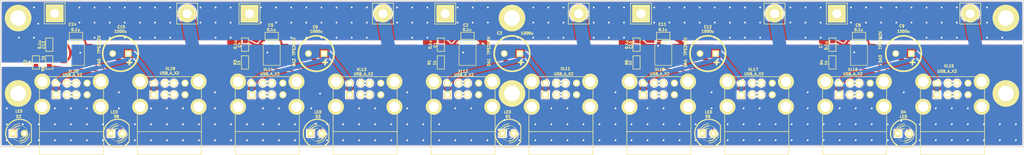
<source format=kicad_pcb>
(kicad_pcb (version 3) (host pcbnew "(2013-05-16 BZR 4016)-stable")
  (layers (15 F.Cu signal) (0 B.Cu signal) (18 B.Paste user) (19 F.Paste user) (20 B.SilkS user) (21 F.SilkS user) (22 B.Mask user) (23 F.Mask user) (28 Edge.Cuts user))
  (net 0 "")
  (net 1 +5V)
  (net 2 /OUT1)
  (net 3 /OUT2)
  (net 4 /OUT3)
  (net 5 /OUT4)
  (net 6 /OUT5)
  (net 7 GND)
  (net 8 N-0000010)
  (net 9 N-0000012)
  (net 10 N-0000013)
  (net 11 N-0000014)
  (net 12 N-0000015)
  (net 13 N-0000016)
  (net 14 N-0000017)
  (net 15 N-0000018)
  (net 16 N-000002)
  (net 17 N-0000020)
  (net 18 N-0000021)
  (net 19 N-0000022)
  (net 20 N-0000023)
  (net 21 N-0000024)
  (net 22 N-0000025)
  (net 23 N-0000027)
  (net 24 N-0000028)
  (net 25 N-0000029)
  (net 26 N-000003)
  (net 27 N-0000031)
  (net 28 N-0000032)
  (net 29 N-0000033)
  (net 30 N-0000034)
  (net 31 N-0000035)
  (net 32 N-0000036)
  (net 33 N-0000038)
  (net 34 N-000004)
  (net 35 N-000005)
  (net 36 N-000006)
  (net 37 N-000007)
  (net 38 N-000009)
  (module SO8E (layer F.Cu) (at 287 126 270)
    (fp_text reference DA3 (at 1.2 -4.8 270) (layer F.SilkS) (effects (font (size 0.635 0.635) (thickness 0.14986))))
    (fp_text value TPS202X (at -3 -4.8 270) (layer F.SilkS) (effects (font (size 0.635 0.635) (thickness 0.14986))))
    (pad 8 smd oval (at -1.905 -2.794 270) (size 0.508 1.50114) (layers F.Cu F.Paste F.Mask) (net 2 /OUT1))
    (pad 1 smd rect (at -1.905 2.794 270) (size 0.508 1.50114) (layers F.Cu F.Paste F.Mask) (net 7 GND))
    (pad 7 smd oval (at -0.635 -2.794 270) (size 0.508 1.50114) (layers F.Cu F.Paste F.Mask) (net 2 /OUT1))
    (pad 6 smd oval (at 0.635 -2.794 270) (size 0.508 1.50114) (layers F.Cu F.Paste F.Mask) (net 2 /OUT1))
    (pad 5 smd oval (at 1.905 -2.794 270) (size 0.508 1.50114) (layers F.Cu F.Paste F.Mask) (net 23 N-0000027))
    (pad 2 smd oval (at -0.635 2.794 270) (size 0.508 1.50114) (layers F.Cu F.Paste F.Mask) (net 1 +5V))
    (pad 3 smd oval (at 0.635 2.794 270) (size 0.508 1.50114) (layers F.Cu F.Paste F.Mask) (net 1 +5V))
    (pad 4 smd oval (at 1.905 2.794 270) (size 0.508 1.50114) (layers F.Cu F.Paste F.Mask) (net 7 GND))
  )
  (module SO8E (layer F.Cu) (at 111 126 270)
    (fp_text reference DA5 (at 2 -5.2 270) (layer F.SilkS) (effects (font (size 0.635 0.635) (thickness 0.14986))))
    (fp_text value TPS202X (at -2 -5.2 270) (layer F.SilkS) (effects (font (size 0.635 0.635) (thickness 0.14986))))
    (pad 8 smd oval (at -1.905 -2.794 270) (size 0.508 1.50114) (layers F.Cu F.Paste F.Mask) (net 6 /OUT5))
    (pad 1 smd rect (at -1.905 2.794 270) (size 0.508 1.50114) (layers F.Cu F.Paste F.Mask) (net 7 GND))
    (pad 7 smd oval (at -0.635 -2.794 270) (size 0.508 1.50114) (layers F.Cu F.Paste F.Mask) (net 6 /OUT5))
    (pad 6 smd oval (at 0.635 -2.794 270) (size 0.508 1.50114) (layers F.Cu F.Paste F.Mask) (net 6 /OUT5))
    (pad 5 smd oval (at 1.905 -2.794 270) (size 0.508 1.50114) (layers F.Cu F.Paste F.Mask) (net 37 N-000007))
    (pad 2 smd oval (at -0.635 2.794 270) (size 0.508 1.50114) (layers F.Cu F.Paste F.Mask) (net 1 +5V))
    (pad 3 smd oval (at 0.635 2.794 270) (size 0.508 1.50114) (layers F.Cu F.Paste F.Mask) (net 1 +5V))
    (pad 4 smd oval (at 1.905 2.794 270) (size 0.508 1.50114) (layers F.Cu F.Paste F.Mask) (net 7 GND))
  )
  (module SO8E (layer F.Cu) (at 155 126 270)
    (fp_text reference DA2 (at 2 -5 270) (layer F.SilkS) (effects (font (size 0.635 0.635) (thickness 0.14986))))
    (fp_text value TPS202X (at -1.6 -5 270) (layer F.SilkS) (effects (font (size 0.635 0.635) (thickness 0.14986))))
    (pad 8 smd oval (at -1.905 -2.794 270) (size 0.508 1.50114) (layers F.Cu F.Paste F.Mask) (net 5 /OUT4))
    (pad 1 smd rect (at -1.905 2.794 270) (size 0.508 1.50114) (layers F.Cu F.Paste F.Mask) (net 7 GND))
    (pad 7 smd oval (at -0.635 -2.794 270) (size 0.508 1.50114) (layers F.Cu F.Paste F.Mask) (net 5 /OUT4))
    (pad 6 smd oval (at 0.635 -2.794 270) (size 0.508 1.50114) (layers F.Cu F.Paste F.Mask) (net 5 /OUT4))
    (pad 5 smd oval (at 1.905 -2.794 270) (size 0.508 1.50114) (layers F.Cu F.Paste F.Mask) (net 9 N-0000012))
    (pad 2 smd oval (at -0.635 2.794 270) (size 0.508 1.50114) (layers F.Cu F.Paste F.Mask) (net 1 +5V))
    (pad 3 smd oval (at 0.635 2.794 270) (size 0.508 1.50114) (layers F.Cu F.Paste F.Mask) (net 1 +5V))
    (pad 4 smd oval (at 1.905 2.794 270) (size 0.508 1.50114) (layers F.Cu F.Paste F.Mask) (net 7 GND))
  )
  (module SO8E (layer F.Cu) (at 243 126 270)
    (fp_text reference DA4 (at 2.2 -5 270) (layer F.SilkS) (effects (font (size 0.635 0.635) (thickness 0.14986))))
    (fp_text value TPS202X (at -1.6 -5 270) (layer F.SilkS) (effects (font (size 0.635 0.635) (thickness 0.14986))))
    (pad 8 smd oval (at -1.905 -2.794 270) (size 0.508 1.50114) (layers F.Cu F.Paste F.Mask) (net 3 /OUT2))
    (pad 1 smd rect (at -1.905 2.794 270) (size 0.508 1.50114) (layers F.Cu F.Paste F.Mask) (net 7 GND))
    (pad 7 smd oval (at -0.635 -2.794 270) (size 0.508 1.50114) (layers F.Cu F.Paste F.Mask) (net 3 /OUT2))
    (pad 6 smd oval (at 0.635 -2.794 270) (size 0.508 1.50114) (layers F.Cu F.Paste F.Mask) (net 3 /OUT2))
    (pad 5 smd oval (at 1.905 -2.794 270) (size 0.508 1.50114) (layers F.Cu F.Paste F.Mask) (net 21 N-0000024))
    (pad 2 smd oval (at -0.635 2.794 270) (size 0.508 1.50114) (layers F.Cu F.Paste F.Mask) (net 1 +5V))
    (pad 3 smd oval (at 0.635 2.794 270) (size 0.508 1.50114) (layers F.Cu F.Paste F.Mask) (net 1 +5V))
    (pad 4 smd oval (at 1.905 2.794 270) (size 0.508 1.50114) (layers F.Cu F.Paste F.Mask) (net 7 GND))
  )
  (module SO8E (layer F.Cu) (at 199 126 270)
    (fp_text reference DA1 (at 2 -4.8 270) (layer F.SilkS) (effects (font (size 0.635 0.635) (thickness 0.14986))))
    (fp_text value TPS202X (at -1.8 -4.8 270) (layer F.SilkS) (effects (font (size 0.635 0.635) (thickness 0.14986))))
    (pad 8 smd oval (at -1.905 -2.794 270) (size 0.508 1.50114) (layers F.Cu F.Paste F.Mask) (net 4 /OUT3))
    (pad 1 smd rect (at -1.905 2.794 270) (size 0.508 1.50114) (layers F.Cu F.Paste F.Mask) (net 7 GND))
    (pad 7 smd oval (at -0.635 -2.794 270) (size 0.508 1.50114) (layers F.Cu F.Paste F.Mask) (net 4 /OUT3))
    (pad 6 smd oval (at 0.635 -2.794 270) (size 0.508 1.50114) (layers F.Cu F.Paste F.Mask) (net 4 /OUT3))
    (pad 5 smd oval (at 1.905 -2.794 270) (size 0.508 1.50114) (layers F.Cu F.Paste F.Mask) (net 25 N-0000029))
    (pad 2 smd oval (at -0.635 2.794 270) (size 0.508 1.50114) (layers F.Cu F.Paste F.Mask) (net 1 +5V))
    (pad 3 smd oval (at 0.635 2.794 270) (size 0.508 1.50114) (layers F.Cu F.Paste F.Mask) (net 1 +5V))
    (pad 4 smd oval (at 1.905 2.794 270) (size 0.508 1.50114) (layers F.Cu F.Paste F.Mask) (net 7 GND))
  )
  (module SIL1_SQUARE_4MM (layer F.Cu) (at 194 117 180)
    (fp_text reference XL2 hide)
    (fp_text value CONN_1 hide)
    (pad 1 thru_hole rect (at 0 0 180) (size 4 4) (drill 2) (layers *.Cu *.Mask F.SilkS) (net 1 +5V))
  )
  (module SIL1_SQUARE_4MM (layer F.Cu) (at 238 117 180)
    (fp_text reference XL1 hide)
    (fp_text value CONN_1 hide)
    (pad 1 thru_hole rect (at 0 0 180) (size 4 4) (drill 2) (layers *.Cu *.Mask F.SilkS) (net 1 +5V))
  )
  (module SIL1_SQUARE_4MM (layer F.Cu) (at 282 117 180)
    (fp_text reference XL3 hide)
    (fp_text value CONN_1 hide)
    (pad 1 thru_hole rect (at 0 0 180) (size 4 4) (drill 2) (layers *.Cu *.Mask F.SilkS) (net 1 +5V))
  )
  (module SIL1_SQUARE_4MM (layer F.Cu) (at 106.2134 116.9365 180)
    (fp_text reference XL4 hide)
    (fp_text value CONN_1 hide)
    (pad 1 thru_hole rect (at 0 0 180) (size 4 4) (drill 2) (layers *.Cu *.Mask F.SilkS) (net 1 +5V))
  )
  (module SIL1_SQUARE_4MM (layer F.Cu) (at 150 117 180)
    (fp_text reference XL5 hide)
    (fp_text value CONN_1 hide)
    (pad 1 thru_hole rect (at 0 0 180) (size 4 4) (drill 2) (layers *.Cu *.Mask F.SilkS) (net 1 +5V))
  )
  (module SIL1_ROUND_4MM (layer F.Cu) (at 136 117 180)
    (fp_text reference XL7 hide)
    (fp_text value CONN_1 hide)
    (pad 1 thru_hole circle (at 0 0 180) (size 4 4) (drill 2) (layers *.Cu *.Mask F.SilkS) (net 7 GND))
  )
  (module SIL1_ROUND_4MM (layer F.Cu) (at 224 117 180)
    (fp_text reference XL8 hide)
    (fp_text value CONN_1 hide)
    (pad 1 thru_hole circle (at 0 0 180) (size 4 4) (drill 2) (layers *.Cu *.Mask F.SilkS) (net 7 GND))
  )
  (module SIL1_ROUND_4MM (layer F.Cu) (at 312 117 180)
    (fp_text reference XL9 hide)
    (fp_text value CONN_1 hide)
    (pad 1 thru_hole circle (at 0 0 180) (size 4 4) (drill 2) (layers *.Cu *.Mask F.SilkS) (net 7 GND))
  )
  (module SIL1_ROUND_4MM (layer F.Cu) (at 180 117 180)
    (fp_text reference XL10 hide)
    (fp_text value CONN_1 hide)
    (pad 1 thru_hole circle (at 0 0 180) (size 4 4) (drill 2) (layers *.Cu *.Mask F.SilkS) (net 7 GND))
  )
  (module SIL1_ROUND_4MM (layer F.Cu) (at 268 117 180)
    (fp_text reference XL6 hide)
    (fp_text value CONN_1 hide)
    (pad 1 thru_hole circle (at 0 0 180) (size 4 4) (drill 2) (layers *.Cu *.Mask F.SilkS) (net 7 GND))
  )
  (module RES_0603 (layer F.Cu) (at 102 128 270)
    (fp_text reference R2 (at 0 2.4 270) (layer F.SilkS) (effects (font (size 0.6 0.6))))
    (fp_text value 1k (at 0.09906 1.39954 270) (layer F.SilkS) (effects (font (size 0.6 0.6))))
    (pad 1 smd rect (at -0.762 0 270) (size 0.889 1.016) (layers F.Cu F.Paste F.Mask) (net 1 +5V))
    (pad 2 smd rect (at 0.762 0 270) (size 0.889 1.016) (layers F.Cu F.Paste F.Mask) (net 14 N-0000017))
  )
  (module RES_0603 (layer F.Cu) (at 105 128 270)
    (fp_text reference R6 (at 1.4 1.4 270) (layer F.SilkS) (effects (font (size 0.6 0.6))))
    (fp_text value 1k (at -1 1.4 270) (layer F.SilkS) (effects (font (size 0.6 0.6))))
    (pad 1 smd rect (at -0.762 0 270) (size 0.889 1.016) (layers F.Cu F.Paste F.Mask) (net 1 +5V))
    (pad 2 smd rect (at 0.762 0 270) (size 0.889 1.016) (layers F.Cu F.Paste F.Mask) (net 36 N-000006))
  )
  (module RES_0603 (layer F.Cu) (at 149 128 270)
    (fp_text reference R3 (at 0 2.2 270) (layer F.SilkS) (effects (font (size 0.6 0.6))))
    (fp_text value 1k (at 0.09906 1.39954 270) (layer F.SilkS) (effects (font (size 0.6 0.6))))
    (pad 1 smd rect (at -0.762 0 270) (size 0.889 1.016) (layers F.Cu F.Paste F.Mask) (net 1 +5V))
    (pad 2 smd rect (at 0.762 0 270) (size 0.889 1.016) (layers F.Cu F.Paste F.Mask) (net 10 N-0000013))
  )
  (module RES_0603 (layer F.Cu) (at 193 128 270)
    (fp_text reference R1 (at 0 2.6 270) (layer F.SilkS) (effects (font (size 0.6 0.6))))
    (fp_text value 1k (at 0.09906 1.39954 270) (layer F.SilkS) (effects (font (size 0.6 0.6))))
    (pad 1 smd rect (at -0.762 0 270) (size 0.889 1.016) (layers F.Cu F.Paste F.Mask) (net 1 +5V))
    (pad 2 smd rect (at 0.762 0 270) (size 0.889 1.016) (layers F.Cu F.Paste F.Mask) (net 27 N-0000031))
  )
  (module RES_0603 (layer F.Cu) (at 281 128 270)
    (fp_text reference R4 (at 0 2.4 270) (layer F.SilkS) (effects (font (size 0.6 0.6))))
    (fp_text value 1k (at 0.09906 1.39954 270) (layer F.SilkS) (effects (font (size 0.6 0.6))))
    (pad 1 smd rect (at -0.762 0 270) (size 0.889 1.016) (layers F.Cu F.Paste F.Mask) (net 1 +5V))
    (pad 2 smd rect (at 0.762 0 270) (size 0.889 1.016) (layers F.Cu F.Paste F.Mask) (net 24 N-0000028))
  )
  (module RES_0603 (layer F.Cu) (at 237 128 270)
    (fp_text reference R5 (at 0 2.2 270) (layer F.SilkS) (effects (font (size 0.6 0.6))))
    (fp_text value 1k (at 0.09906 1.39954 270) (layer F.SilkS) (effects (font (size 0.6 0.6))))
    (pad 1 smd rect (at -0.762 0 270) (size 0.889 1.016) (layers F.Cu F.Paste F.Mask) (net 1 +5V))
    (pad 2 smd rect (at 0.762 0 270) (size 0.889 1.016) (layers F.Cu F.Paste F.Mask) (net 22 N-0000025))
  )
  (module LED-5MM (layer F.Cu) (at 165 144)
    (fp_text reference D3 (at 0.4 -3.8) (layer F.SilkS) (effects (font (size 0.6 0.6))))
    (fp_text value LED (at 0.4 -4.8) (layer F.SilkS) (effects (font (size 0.59944 0.59944) (thickness 0.14986))))
    (pad A thru_hole rect (at -1.27 0) (size 1.6 1.6) (drill 0.8) (layers *.Cu *.Mask F.Paste F.SilkS) (net 10 N-0000013))
    (pad C thru_hole circle (at 1.27 0) (size 1.6 1.6) (drill 0.8) (layers *.Cu *.Mask F.Paste F.SilkS) (net 9 N-0000012))
  )
  (module LED-5MM (layer F.Cu) (at 120.1236 144)
    (fp_text reference D6 (at 0 -3.81) (layer F.SilkS) (effects (font (size 0.6 0.6))))
    (fp_text value LED (at -0.5236 -4.8) (layer F.SilkS) (effects (font (size 0.59944 0.59944) (thickness 0.14986))))
    (pad A thru_hole rect (at -1.27 0) (size 1.6 1.6) (drill 0.8) (layers *.Cu *.Mask F.Paste F.SilkS) (net 36 N-000006))
    (pad C thru_hole circle (at 1.27 0) (size 1.6 1.6) (drill 0.8) (layers *.Cu *.Mask F.Paste F.SilkS) (net 37 N-000007))
  )
  (module LED-5MM (layer F.Cu) (at 208.1236 144)
    (fp_text reference D1 (at 0 -3.81) (layer F.SilkS) (effects (font (size 0.6 0.6))))
    (fp_text value LED (at -0.1236 -4.8) (layer F.SilkS) (effects (font (size 0.59944 0.59944) (thickness 0.14986))))
    (pad A thru_hole rect (at -1.27 0) (size 1.6 1.6) (drill 0.8) (layers *.Cu *.Mask F.Paste F.SilkS) (net 27 N-0000031))
    (pad C thru_hole circle (at 1.27 0) (size 1.6 1.6) (drill 0.8) (layers *.Cu *.Mask F.Paste F.SilkS) (net 25 N-0000029))
  )
  (module LED-5MM (layer F.Cu) (at 297 144)
    (fp_text reference D4 (at 0 -4.8) (layer F.SilkS) (effects (font (size 0.6 0.6))))
    (fp_text value LED (at 0 -3.8) (layer F.SilkS) (effects (font (size 0.59944 0.59944) (thickness 0.14986))))
    (pad A thru_hole rect (at -1.27 0) (size 1.6 1.6) (drill 0.8) (layers *.Cu *.Mask F.Paste F.SilkS) (net 24 N-0000028))
    (pad C thru_hole circle (at 1.27 0) (size 1.6 1.6) (drill 0.8) (layers *.Cu *.Mask F.Paste F.SilkS) (net 23 N-0000027))
  )
  (module LED-5MM (layer F.Cu) (at 253 144)
    (fp_text reference D5 (at 0 -3.81) (layer F.SilkS) (effects (font (size 0.6 0.6))))
    (fp_text value LED (at 0.2 -4.8) (layer F.SilkS) (effects (font (size 0.59944 0.59944) (thickness 0.14986))))
    (pad A thru_hole rect (at -1.27 0) (size 1.6 1.6) (drill 0.8) (layers *.Cu *.Mask F.Paste F.SilkS) (net 22 N-0000025))
    (pad C thru_hole circle (at 1.27 0) (size 1.6 1.6) (drill 0.8) (layers *.Cu *.Mask F.Paste F.SilkS) (net 21 N-0000024))
  )
  (module LED-5MM (layer F.Cu) (at 98.1236 144)
    (fp_text reference D2 (at 0 -3.81) (layer F.SilkS) (effects (font (size 0.6 0.6))))
    (fp_text value LED (at 0.0764 -5) (layer F.SilkS) (effects (font (size 0.59944 0.59944) (thickness 0.14986))))
    (pad A thru_hole rect (at -1.27 0) (size 1.6 1.6) (drill 0.8) (layers *.Cu *.Mask F.Paste F.SilkS) (net 14 N-0000017))
    (pad C thru_hole circle (at 1.27 0) (size 1.6 1.6) (drill 0.8) (layers *.Cu *.Mask F.Paste F.SilkS) (net 7 GND))
  )
  (module Hole3_5_out6mm (layer F.Cu) (at 98 118 180)
    (fp_text reference HOLE6 hide)
    (fp_text value HOLE_METALLED (at -0.09906 -3.2004 180) (layer F.SilkS) (effects (font (size 0.127 0.127) (thickness 0.00254))))
    (pad Hle thru_hole circle (at 0 0 180) (size 5.99948 5.99948) (drill 3.50012) (layers *.Cu *.Mask F.SilkS) (net 1 +5V))
  )
  (module Hole3_5_out6mm (layer F.Cu) (at 209 118 180)
    (fp_text reference HOLE4 hide)
    (fp_text value HOLE_METALLED (at -0.09906 -3.2004 180) (layer F.SilkS) (effects (font (size 0.127 0.127) (thickness 0.00254))))
    (pad Hle thru_hole circle (at 0 0 180) (size 5.99948 5.99948) (drill 3.50012) (layers *.Cu *.Mask F.SilkS) (net 1 +5V))
  )
  (module Hole3_5_out6mm (layer F.Cu) (at 320 118 180)
    (fp_text reference HOLE2 hide)
    (fp_text value HOLE_METALLED (at -0.09906 -3.2004 180) (layer F.SilkS) (effects (font (size 0.127 0.127) (thickness 0.00254))))
    (pad Hle thru_hole circle (at 0 0 180) (size 5.99948 5.99948) (drill 3.50012) (layers *.Cu *.Mask F.SilkS) (net 1 +5V))
  )
  (module Hole3_5_out6mm (layer F.Cu) (at 209 135 180)
    (fp_text reference HOLE5 hide)
    (fp_text value HOLE_METALLED (at -0.09906 -3.2004 180) (layer F.SilkS) (effects (font (size 0.127 0.127) (thickness 0.00254))))
    (pad Hle thru_hole circle (at 0 0 180) (size 5.99948 5.99948) (drill 3.50012) (layers *.Cu *.Mask F.SilkS) (net 7 GND))
  )
  (module Hole3_5_out6mm (layer F.Cu) (at 320 135 180)
    (fp_text reference HOLE3 hide)
    (fp_text value HOLE_METALLED (at -0.09906 -3.2004 180) (layer F.SilkS) (effects (font (size 0.127 0.127) (thickness 0.00254))))
    (pad Hle thru_hole circle (at 0 0 180) (size 5.99948 5.99948) (drill 3.50012) (layers *.Cu *.Mask F.SilkS) (net 7 GND))
  )
  (module Hole3_5_out6mm (layer F.Cu) (at 98 135 180)
    (fp_text reference HOLE1 hide)
    (fp_text value HOLE_METALLED (at -0.09906 -3.2004 180) (layer F.SilkS) (effects (font (size 0.127 0.127) (thickness 0.00254))))
    (pad Hle thru_hole circle (at 0 0 180) (size 5.99948 5.99948) (drill 3.50012) (layers *.Cu *.Mask F.SilkS) (net 7 GND))
  )
  (module CAP_08xxR (layer F.Cu) (at 253 126 180)
    (fp_text reference C12 (at 0 6 180) (layer F.SilkS) (effects (font (size 0.6 0.6))))
    (fp_text value 1000u (at 0 5.00126 180) (layer F.SilkS) (effects (font (size 0.6 0.6))))
    (pad 1 thru_hole rect (at -1.75 0 180) (size 1.5 1.5) (drill 0.9) (layers *.Cu *.Mask F.SilkS) (net 3 /OUT2))
    (pad 2 thru_hole circle (at 1.75 0 180) (size 1.5 1.5) (drill 0.9) (layers *.Cu *.Mask F.SilkS) (net 7 GND))
  )
  (module CAP_08xxR (layer F.Cu) (at 297 126 180)
    (fp_text reference C9 (at 0.4 6.2 180) (layer F.SilkS) (effects (font (size 0.6 0.6))))
    (fp_text value 1000u (at 0 5.00126 180) (layer F.SilkS) (effects (font (size 0.6 0.6))))
    (pad 1 thru_hole rect (at -1.75 0 180) (size 1.5 1.5) (drill 0.9) (layers *.Cu *.Mask F.SilkS) (net 2 /OUT1))
    (pad 2 thru_hole circle (at 1.75 0 180) (size 1.5 1.5) (drill 0.9) (layers *.Cu *.Mask F.SilkS) (net 7 GND))
  )
  (module CAP_08xxR (layer F.Cu) (at 121 126 180)
    (fp_text reference C15 (at -0.2 6 180) (layer F.SilkS) (effects (font (size 0.6 0.6))))
    (fp_text value 1000u (at 0 5.00126 180) (layer F.SilkS) (effects (font (size 0.6 0.6))))
    (pad 1 thru_hole rect (at -1.75 0 180) (size 1.5 1.5) (drill 0.9) (layers *.Cu *.Mask F.SilkS) (net 6 /OUT5))
    (pad 2 thru_hole circle (at 1.75 0 180) (size 1.5 1.5) (drill 0.9) (layers *.Cu *.Mask F.SilkS) (net 7 GND))
  )
  (module CAP_08xxR (layer F.Cu) (at 209 126 180)
    (fp_text reference C3 (at 2.8 4.6 180) (layer F.SilkS) (effects (font (size 0.6 0.6))))
    (fp_text value 1000u (at -3.4 4.6 180) (layer F.SilkS) (effects (font (size 0.6 0.6))))
    (pad 1 thru_hole rect (at -1.75 0 180) (size 1.5 1.5) (drill 0.9) (layers *.Cu *.Mask F.SilkS) (net 4 /OUT3))
    (pad 2 thru_hole circle (at 1.75 0 180) (size 1.5 1.5) (drill 0.9) (layers *.Cu *.Mask F.SilkS) (net 7 GND))
  )
  (module CAP_08xxR (layer F.Cu) (at 165 126 180)
    (fp_text reference C6 (at 0.2 6 180) (layer F.SilkS) (effects (font (size 0.6 0.6))))
    (fp_text value 1000u (at 0 5.00126 180) (layer F.SilkS) (effects (font (size 0.6 0.6))))
    (pad 1 thru_hole rect (at -1.75 0 180) (size 1.5 1.5) (drill 0.9) (layers *.Cu *.Mask F.SilkS) (net 5 /OUT4))
    (pad 2 thru_hole circle (at 1.75 0 180) (size 1.5 1.5) (drill 0.9) (layers *.Cu *.Mask F.SilkS) (net 7 GND))
  )
  (module CAP_0603 (layer F.Cu) (at 243 122 180)
    (fp_text reference C11 (at 0.2 2.6 180) (layer F.SilkS) (effects (font (size 0.6 0.6))))
    (fp_text value 0.1u (at 0.09906 1.39954 180) (layer F.SilkS) (effects (font (size 0.6 0.6))))
    (pad 1 smd rect (at -0.762 0 180) (size 0.889 1.016) (layers F.Cu F.Paste F.Mask) (net 3 /OUT2))
    (pad 2 smd rect (at 0.762 0 180) (size 0.889 1.016) (layers F.Cu F.Paste F.Mask) (net 7 GND))
  )
  (module CAP_0603 (layer F.Cu) (at 193 124 90)
    (fp_text reference C1 (at -0.0635 -1.27 90) (layer F.SilkS) (effects (font (size 0.6 0.6))))
    (fp_text value 0.1u (at 0 -2.4 90) (layer F.SilkS) (effects (font (size 0.6 0.6))))
    (pad 1 smd rect (at -0.762 0 90) (size 0.889 1.016) (layers F.Cu F.Paste F.Mask) (net 1 +5V))
    (pad 2 smd rect (at 0.762 0 90) (size 0.889 1.016) (layers F.Cu F.Paste F.Mask) (net 7 GND))
  )
  (module CAP_0603 (layer F.Cu) (at 237 124 90)
    (fp_text reference C10 (at -0.0635 -1.27 90) (layer F.SilkS) (effects (font (size 0.6 0.6))))
    (fp_text value 0.1u (at 0 -2.2 90) (layer F.SilkS) (effects (font (size 0.6 0.6))))
    (pad 1 smd rect (at -0.762 0 90) (size 0.889 1.016) (layers F.Cu F.Paste F.Mask) (net 1 +5V))
    (pad 2 smd rect (at 0.762 0 90) (size 0.889 1.016) (layers F.Cu F.Paste F.Mask) (net 7 GND))
  )
  (module CAP_0603 (layer F.Cu) (at 287 122 180)
    (fp_text reference C8 (at 0.2 2.4 180) (layer F.SilkS) (effects (font (size 0.6 0.6))))
    (fp_text value 0.1u (at 0.09906 1.39954 180) (layer F.SilkS) (effects (font (size 0.6 0.6))))
    (pad 1 smd rect (at -0.762 0 180) (size 0.889 1.016) (layers F.Cu F.Paste F.Mask) (net 2 /OUT1))
    (pad 2 smd rect (at 0.762 0 180) (size 0.889 1.016) (layers F.Cu F.Paste F.Mask) (net 7 GND))
  )
  (module CAP_0603 (layer F.Cu) (at 111 122 180)
    (fp_text reference C14 (at 0.8 2.6 180) (layer F.SilkS) (effects (font (size 0.6 0.6))))
    (fp_text value 0.1u (at 0.09906 1.39954 180) (layer F.SilkS) (effects (font (size 0.6 0.6))))
    (pad 1 smd rect (at -0.762 0 180) (size 0.889 1.016) (layers F.Cu F.Paste F.Mask) (net 6 /OUT5))
    (pad 2 smd rect (at 0.762 0 180) (size 0.889 1.016) (layers F.Cu F.Paste F.Mask) (net 7 GND))
  )
  (module CAP_0603 (layer F.Cu) (at 281 124 90)
    (fp_text reference C7 (at -0.2 -2.6 90) (layer F.SilkS) (effects (font (size 0.6 0.6))))
    (fp_text value 0.1u (at -0.2 -1.4 90) (layer F.SilkS) (effects (font (size 0.6 0.6))))
    (pad 1 smd rect (at -0.762 0 90) (size 0.889 1.016) (layers F.Cu F.Paste F.Mask) (net 1 +5V))
    (pad 2 smd rect (at 0.762 0 90) (size 0.889 1.016) (layers F.Cu F.Paste F.Mask) (net 7 GND))
  )
  (module CAP_0603 (layer F.Cu) (at 105 124 90)
    (fp_text reference C13 (at -0.0635 -1.27 90) (layer F.SilkS) (effects (font (size 0.6 0.6))))
    (fp_text value 0.1u (at 0 -2.2 90) (layer F.SilkS) (effects (font (size 0.6 0.6))))
    (pad 1 smd rect (at -0.762 0 90) (size 0.889 1.016) (layers F.Cu F.Paste F.Mask) (net 1 +5V))
    (pad 2 smd rect (at 0.762 0 90) (size 0.889 1.016) (layers F.Cu F.Paste F.Mask) (net 7 GND))
  )
  (module CAP_0603 (layer F.Cu) (at 199 122 180)
    (fp_text reference C2 (at 0.4 2.4 180) (layer F.SilkS) (effects (font (size 0.6 0.6))))
    (fp_text value 0.1u (at 0.09906 1.39954 180) (layer F.SilkS) (effects (font (size 0.6 0.6))))
    (pad 1 smd rect (at -0.762 0 180) (size 0.889 1.016) (layers F.Cu F.Paste F.Mask) (net 4 /OUT3))
    (pad 2 smd rect (at 0.762 0 180) (size 0.889 1.016) (layers F.Cu F.Paste F.Mask) (net 7 GND))
  )
  (module CAP_0603 (layer F.Cu) (at 155 122 180)
    (fp_text reference C5 (at 0.2 2.4 180) (layer F.SilkS) (effects (font (size 0.6 0.6))))
    (fp_text value 0.1u (at 0.09906 1.39954 180) (layer F.SilkS) (effects (font (size 0.6 0.6))))
    (pad 1 smd rect (at -0.762 0 180) (size 0.889 1.016) (layers F.Cu F.Paste F.Mask) (net 5 /OUT4))
    (pad 2 smd rect (at 0.762 0 180) (size 0.889 1.016) (layers F.Cu F.Paste F.Mask) (net 7 GND))
  )
  (module CAP_0603 (layer F.Cu) (at 149 124 90)
    (fp_text reference C4 (at -0.0635 -1.27 90) (layer F.SilkS) (effects (font (size 0.6 0.6))))
    (fp_text value 0.1u (at 0 -2.2 90) (layer F.SilkS) (effects (font (size 0.6 0.6))))
    (pad 1 smd rect (at -0.762 0 90) (size 0.889 1.016) (layers F.Cu F.Paste F.Mask) (net 1 +5V))
    (pad 2 smd rect (at 0.762 0 90) (size 0.889 1.016) (layers F.Cu F.Paste F.Mask) (net 7 GND))
  )
  (module USB_A_X2 (layer F.Cu) (at 308 138 180)
    (fp_text reference XL15 (at 0.8 9.2 180) (layer F.SilkS) (effects (font (size 0.6 0.6))))
    (fp_text value USB_A_X2 (at 1.2 8 180) (layer F.SilkS) (effects (font (size 0.6 0.6))))
    (pad SHLD thru_hole circle (at 6.57 0 180) (size 3.6 3.6) (drill 2.3) (layers *.Cu *.Mask F.SilkS) (net 7 GND))
    (pad SHLD thru_hole circle (at -6.57 0 180) (size 3.6 3.6) (drill 2.3) (layers *.Cu *.Mask F.SilkS) (net 7 GND))
    (pad 1 thru_hole rect (at 3.5 2.71 180) (size 1.6 1.6) (drill 1) (layers *.Cu *.Mask F.SilkS) (net 2 /OUT1))
    (pad 2 thru_hole circle (at 1 2.71 180) (size 1.6 1.6) (drill 1) (layers *.Cu *.Mask F.SilkS) (net 19 N-0000022))
    (pad 3 thru_hole circle (at -1 2.71 180) (size 1.6 1.6) (drill 1) (layers *.Cu *.Mask F.SilkS) (net 19 N-0000022))
    (pad 4 thru_hole circle (at -3.5 2.71 180) (size 1.6 1.6) (drill 1) (layers *.Cu *.Mask F.SilkS) (net 7 GND))
    (pad SHLD thru_hole circle (at -6.57 5.68 180) (size 3.6 3.6) (drill 2.3) (layers *.Cu *.Mask F.SilkS) (net 7 GND))
    (pad SHLD thru_hole circle (at 6.57 5.68 180) (size 3.6 3.6) (drill 2.3) (layers *.Cu *.Mask F.SilkS) (net 7 GND))
    (pad 5 thru_hole circle (at 3.5 5.33 180) (size 1.6 1.6) (drill 1) (layers *.Cu *.Mask F.SilkS) (net 2 /OUT1))
    (pad 6 thru_hole circle (at 1 5.33 180) (size 1.6 1.6) (drill 1) (layers *.Cu *.Mask F.SilkS) (net 20 N-0000023))
    (pad 7 thru_hole circle (at -1 5.33 180) (size 1.6 1.6) (drill 1) (layers *.Cu *.Mask F.SilkS) (net 20 N-0000023))
    (pad 8 thru_hole circle (at -3.5 5.33 180) (size 1.6 1.6) (drill 1) (layers *.Cu *.Mask F.SilkS) (net 7 GND))
  )
  (module USB_A_X2 (layer F.Cu) (at 286 138 180)
    (fp_text reference XL16 (at 0.4 8.4 180) (layer F.SilkS) (effects (font (size 0.6 0.6))))
    (fp_text value USB_A_X2 (at 0.4 7.4 180) (layer F.SilkS) (effects (font (size 0.6 0.6))))
    (pad SHLD thru_hole circle (at 6.57 0 180) (size 3.6 3.6) (drill 2.3) (layers *.Cu *.Mask F.SilkS) (net 7 GND))
    (pad SHLD thru_hole circle (at -6.57 0 180) (size 3.6 3.6) (drill 2.3) (layers *.Cu *.Mask F.SilkS) (net 7 GND))
    (pad 1 thru_hole rect (at 3.5 2.71 180) (size 1.6 1.6) (drill 1) (layers *.Cu *.Mask F.SilkS) (net 2 /OUT1))
    (pad 2 thru_hole circle (at 1 2.71 180) (size 1.6 1.6) (drill 1) (layers *.Cu *.Mask F.SilkS) (net 18 N-0000021))
    (pad 3 thru_hole circle (at -1 2.71 180) (size 1.6 1.6) (drill 1) (layers *.Cu *.Mask F.SilkS) (net 18 N-0000021))
    (pad 4 thru_hole circle (at -3.5 2.71 180) (size 1.6 1.6) (drill 1) (layers *.Cu *.Mask F.SilkS) (net 7 GND))
    (pad SHLD thru_hole circle (at -6.57 5.68 180) (size 3.6 3.6) (drill 2.3) (layers *.Cu *.Mask F.SilkS) (net 7 GND))
    (pad SHLD thru_hole circle (at 6.57 5.68 180) (size 3.6 3.6) (drill 2.3) (layers *.Cu *.Mask F.SilkS) (net 7 GND))
    (pad 5 thru_hole circle (at 3.5 5.33 180) (size 1.6 1.6) (drill 1) (layers *.Cu *.Mask F.SilkS) (net 2 /OUT1))
    (pad 6 thru_hole circle (at 1 5.33 180) (size 1.6 1.6) (drill 1) (layers *.Cu *.Mask F.SilkS) (net 17 N-0000020))
    (pad 7 thru_hole circle (at -1 5.33 180) (size 1.6 1.6) (drill 1) (layers *.Cu *.Mask F.SilkS) (net 17 N-0000020))
    (pad 8 thru_hole circle (at -3.5 5.33 180) (size 1.6 1.6) (drill 1) (layers *.Cu *.Mask F.SilkS) (net 7 GND))
  )
  (module USB_A_X2 (layer F.Cu) (at 264 138 180)
    (fp_text reference XL17 (at 0.8 8.4 180) (layer F.SilkS) (effects (font (size 0.6 0.6))))
    (fp_text value USB_A_X2 (at 0.6 7.4 180) (layer F.SilkS) (effects (font (size 0.6 0.6))))
    (pad SHLD thru_hole circle (at 6.57 0 180) (size 3.6 3.6) (drill 2.3) (layers *.Cu *.Mask F.SilkS) (net 7 GND))
    (pad SHLD thru_hole circle (at -6.57 0 180) (size 3.6 3.6) (drill 2.3) (layers *.Cu *.Mask F.SilkS) (net 7 GND))
    (pad 1 thru_hole rect (at 3.5 2.71 180) (size 1.6 1.6) (drill 1) (layers *.Cu *.Mask F.SilkS) (net 3 /OUT2))
    (pad 2 thru_hole circle (at 1 2.71 180) (size 1.6 1.6) (drill 1) (layers *.Cu *.Mask F.SilkS) (net 31 N-0000035))
    (pad 3 thru_hole circle (at -1 2.71 180) (size 1.6 1.6) (drill 1) (layers *.Cu *.Mask F.SilkS) (net 31 N-0000035))
    (pad 4 thru_hole circle (at -3.5 2.71 180) (size 1.6 1.6) (drill 1) (layers *.Cu *.Mask F.SilkS) (net 7 GND))
    (pad SHLD thru_hole circle (at -6.57 5.68 180) (size 3.6 3.6) (drill 2.3) (layers *.Cu *.Mask F.SilkS) (net 7 GND))
    (pad SHLD thru_hole circle (at 6.57 5.68 180) (size 3.6 3.6) (drill 2.3) (layers *.Cu *.Mask F.SilkS) (net 7 GND))
    (pad 5 thru_hole circle (at 3.5 5.33 180) (size 1.6 1.6) (drill 1) (layers *.Cu *.Mask F.SilkS) (net 3 /OUT2))
    (pad 6 thru_hole circle (at 1 5.33 180) (size 1.6 1.6) (drill 1) (layers *.Cu *.Mask F.SilkS) (net 30 N-0000034))
    (pad 7 thru_hole circle (at -1 5.33 180) (size 1.6 1.6) (drill 1) (layers *.Cu *.Mask F.SilkS) (net 30 N-0000034))
    (pad 8 thru_hole circle (at -3.5 5.33 180) (size 1.6 1.6) (drill 1) (layers *.Cu *.Mask F.SilkS) (net 7 GND))
  )
  (module USB_A_X2 (layer F.Cu) (at 242 138 180)
    (fp_text reference XL18 (at -0.2 8.4 180) (layer F.SilkS) (effects (font (size 0.6 0.6))))
    (fp_text value USB_A_X2 (at -0.2 7.4 180) (layer F.SilkS) (effects (font (size 0.6 0.6))))
    (pad SHLD thru_hole circle (at 6.57 0 180) (size 3.6 3.6) (drill 2.3) (layers *.Cu *.Mask F.SilkS) (net 7 GND))
    (pad SHLD thru_hole circle (at -6.57 0 180) (size 3.6 3.6) (drill 2.3) (layers *.Cu *.Mask F.SilkS) (net 7 GND))
    (pad 1 thru_hole rect (at 3.5 2.71 180) (size 1.6 1.6) (drill 1) (layers *.Cu *.Mask F.SilkS) (net 3 /OUT2))
    (pad 2 thru_hole circle (at 1 2.71 180) (size 1.6 1.6) (drill 1) (layers *.Cu *.Mask F.SilkS) (net 33 N-0000038))
    (pad 3 thru_hole circle (at -1 2.71 180) (size 1.6 1.6) (drill 1) (layers *.Cu *.Mask F.SilkS) (net 33 N-0000038))
    (pad 4 thru_hole circle (at -3.5 2.71 180) (size 1.6 1.6) (drill 1) (layers *.Cu *.Mask F.SilkS) (net 7 GND))
    (pad SHLD thru_hole circle (at -6.57 5.68 180) (size 3.6 3.6) (drill 2.3) (layers *.Cu *.Mask F.SilkS) (net 7 GND))
    (pad SHLD thru_hole circle (at 6.57 5.68 180) (size 3.6 3.6) (drill 2.3) (layers *.Cu *.Mask F.SilkS) (net 7 GND))
    (pad 5 thru_hole circle (at 3.5 5.33 180) (size 1.6 1.6) (drill 1) (layers *.Cu *.Mask F.SilkS) (net 3 /OUT2))
    (pad 6 thru_hole circle (at 1 5.33 180) (size 1.6 1.6) (drill 1) (layers *.Cu *.Mask F.SilkS) (net 32 N-0000036))
    (pad 7 thru_hole circle (at -1 5.33 180) (size 1.6 1.6) (drill 1) (layers *.Cu *.Mask F.SilkS) (net 32 N-0000036))
    (pad 8 thru_hole circle (at -3.5 5.33 180) (size 1.6 1.6) (drill 1) (layers *.Cu *.Mask F.SilkS) (net 7 GND))
  )
  (module USB_A_X2 (layer F.Cu) (at 220 138 180)
    (fp_text reference XL11 (at -1 8.6 180) (layer F.SilkS) (effects (font (size 0.6 0.6))))
    (fp_text value USB_A_X2 (at -0.6 7.4 180) (layer F.SilkS) (effects (font (size 0.6 0.6))))
    (pad SHLD thru_hole circle (at 6.57 0 180) (size 3.6 3.6) (drill 2.3) (layers *.Cu *.Mask F.SilkS) (net 7 GND))
    (pad SHLD thru_hole circle (at -6.57 0 180) (size 3.6 3.6) (drill 2.3) (layers *.Cu *.Mask F.SilkS) (net 7 GND))
    (pad 1 thru_hole rect (at 3.5 2.71 180) (size 1.6 1.6) (drill 1) (layers *.Cu *.Mask F.SilkS) (net 4 /OUT3))
    (pad 2 thru_hole circle (at 1 2.71 180) (size 1.6 1.6) (drill 1) (layers *.Cu *.Mask F.SilkS) (net 28 N-0000032))
    (pad 3 thru_hole circle (at -1 2.71 180) (size 1.6 1.6) (drill 1) (layers *.Cu *.Mask F.SilkS) (net 28 N-0000032))
    (pad 4 thru_hole circle (at -3.5 2.71 180) (size 1.6 1.6) (drill 1) (layers *.Cu *.Mask F.SilkS) (net 7 GND))
    (pad SHLD thru_hole circle (at -6.57 5.68 180) (size 3.6 3.6) (drill 2.3) (layers *.Cu *.Mask F.SilkS) (net 7 GND))
    (pad SHLD thru_hole circle (at 6.57 5.68 180) (size 3.6 3.6) (drill 2.3) (layers *.Cu *.Mask F.SilkS) (net 7 GND))
    (pad 5 thru_hole circle (at 3.5 5.33 180) (size 1.6 1.6) (drill 1) (layers *.Cu *.Mask F.SilkS) (net 4 /OUT3))
    (pad 6 thru_hole circle (at 1 5.33 180) (size 1.6 1.6) (drill 1) (layers *.Cu *.Mask F.SilkS) (net 29 N-0000033))
    (pad 7 thru_hole circle (at -1 5.33 180) (size 1.6 1.6) (drill 1) (layers *.Cu *.Mask F.SilkS) (net 29 N-0000033))
    (pad 8 thru_hole circle (at -3.5 5.33 180) (size 1.6 1.6) (drill 1) (layers *.Cu *.Mask F.SilkS) (net 7 GND))
  )
  (module USB_A_X2 (layer F.Cu) (at 198 138 180)
    (fp_text reference XL12 (at 0 8 180) (layer F.SilkS) (effects (font (size 0.6 0.6))))
    (fp_text value USB_A_X2 (at -0.2 7.2 180) (layer F.SilkS) (effects (font (size 0.6 0.6))))
    (pad SHLD thru_hole circle (at 6.57 0 180) (size 3.6 3.6) (drill 2.3) (layers *.Cu *.Mask F.SilkS) (net 7 GND))
    (pad SHLD thru_hole circle (at -6.57 0 180) (size 3.6 3.6) (drill 2.3) (layers *.Cu *.Mask F.SilkS) (net 7 GND))
    (pad 1 thru_hole rect (at 3.5 2.71 180) (size 1.6 1.6) (drill 1) (layers *.Cu *.Mask F.SilkS) (net 4 /OUT3))
    (pad 2 thru_hole circle (at 1 2.71 180) (size 1.6 1.6) (drill 1) (layers *.Cu *.Mask F.SilkS) (net 38 N-000009))
    (pad 3 thru_hole circle (at -1 2.71 180) (size 1.6 1.6) (drill 1) (layers *.Cu *.Mask F.SilkS) (net 38 N-000009))
    (pad 4 thru_hole circle (at -3.5 2.71 180) (size 1.6 1.6) (drill 1) (layers *.Cu *.Mask F.SilkS) (net 7 GND))
    (pad SHLD thru_hole circle (at -6.57 5.68 180) (size 3.6 3.6) (drill 2.3) (layers *.Cu *.Mask F.SilkS) (net 7 GND))
    (pad SHLD thru_hole circle (at 6.57 5.68 180) (size 3.6 3.6) (drill 2.3) (layers *.Cu *.Mask F.SilkS) (net 7 GND))
    (pad 5 thru_hole circle (at 3.5 5.33 180) (size 1.6 1.6) (drill 1) (layers *.Cu *.Mask F.SilkS) (net 4 /OUT3))
    (pad 6 thru_hole circle (at 1 5.33 180) (size 1.6 1.6) (drill 1) (layers *.Cu *.Mask F.SilkS) (net 8 N-0000010))
    (pad 7 thru_hole circle (at -1 5.33 180) (size 1.6 1.6) (drill 1) (layers *.Cu *.Mask F.SilkS) (net 8 N-0000010))
    (pad 8 thru_hole circle (at -3.5 5.33 180) (size 1.6 1.6) (drill 1) (layers *.Cu *.Mask F.SilkS) (net 7 GND))
  )
  (module USB_A_X2 (layer F.Cu) (at 176 138 180)
    (fp_text reference XL13 (at 0.8 8.4 180) (layer F.SilkS) (effects (font (size 0.6 0.6))))
    (fp_text value USB_A_X2 (at 0.4 7.4 180) (layer F.SilkS) (effects (font (size 0.6 0.6))))
    (pad SHLD thru_hole circle (at 6.57 0 180) (size 3.6 3.6) (drill 2.3) (layers *.Cu *.Mask F.SilkS) (net 7 GND))
    (pad SHLD thru_hole circle (at -6.57 0 180) (size 3.6 3.6) (drill 2.3) (layers *.Cu *.Mask F.SilkS) (net 7 GND))
    (pad 1 thru_hole rect (at 3.5 2.71 180) (size 1.6 1.6) (drill 1) (layers *.Cu *.Mask F.SilkS) (net 5 /OUT4))
    (pad 2 thru_hole circle (at 1 2.71 180) (size 1.6 1.6) (drill 1) (layers *.Cu *.Mask F.SilkS) (net 34 N-000004))
    (pad 3 thru_hole circle (at -1 2.71 180) (size 1.6 1.6) (drill 1) (layers *.Cu *.Mask F.SilkS) (net 34 N-000004))
    (pad 4 thru_hole circle (at -3.5 2.71 180) (size 1.6 1.6) (drill 1) (layers *.Cu *.Mask F.SilkS) (net 7 GND))
    (pad SHLD thru_hole circle (at -6.57 5.68 180) (size 3.6 3.6) (drill 2.3) (layers *.Cu *.Mask F.SilkS) (net 7 GND))
    (pad SHLD thru_hole circle (at 6.57 5.68 180) (size 3.6 3.6) (drill 2.3) (layers *.Cu *.Mask F.SilkS) (net 7 GND))
    (pad 5 thru_hole circle (at 3.5 5.33 180) (size 1.6 1.6) (drill 1) (layers *.Cu *.Mask F.SilkS) (net 5 /OUT4))
    (pad 6 thru_hole circle (at 1 5.33 180) (size 1.6 1.6) (drill 1) (layers *.Cu *.Mask F.SilkS) (net 35 N-000005))
    (pad 7 thru_hole circle (at -1 5.33 180) (size 1.6 1.6) (drill 1) (layers *.Cu *.Mask F.SilkS) (net 35 N-000005))
    (pad 8 thru_hole circle (at -3.5 5.33 180) (size 1.6 1.6) (drill 1) (layers *.Cu *.Mask F.SilkS) (net 7 GND))
  )
  (module USB_A_X2 (layer F.Cu) (at 154 138 180)
    (fp_text reference XL14 (at -0.2 8.4 180) (layer F.SilkS) (effects (font (size 0.6 0.6))))
    (fp_text value USB_A_X2 (at -0.6 7.4 180) (layer F.SilkS) (effects (font (size 0.6 0.6))))
    (pad SHLD thru_hole circle (at 6.57 0 180) (size 3.6 3.6) (drill 2.3) (layers *.Cu *.Mask F.SilkS) (net 7 GND))
    (pad SHLD thru_hole circle (at -6.57 0 180) (size 3.6 3.6) (drill 2.3) (layers *.Cu *.Mask F.SilkS) (net 7 GND))
    (pad 1 thru_hole rect (at 3.5 2.71 180) (size 1.6 1.6) (drill 1) (layers *.Cu *.Mask F.SilkS) (net 5 /OUT4))
    (pad 2 thru_hole circle (at 1 2.71 180) (size 1.6 1.6) (drill 1) (layers *.Cu *.Mask F.SilkS) (net 16 N-000002))
    (pad 3 thru_hole circle (at -1 2.71 180) (size 1.6 1.6) (drill 1) (layers *.Cu *.Mask F.SilkS) (net 16 N-000002))
    (pad 4 thru_hole circle (at -3.5 2.71 180) (size 1.6 1.6) (drill 1) (layers *.Cu *.Mask F.SilkS) (net 7 GND))
    (pad SHLD thru_hole circle (at -6.57 5.68 180) (size 3.6 3.6) (drill 2.3) (layers *.Cu *.Mask F.SilkS) (net 7 GND))
    (pad SHLD thru_hole circle (at 6.57 5.68 180) (size 3.6 3.6) (drill 2.3) (layers *.Cu *.Mask F.SilkS) (net 7 GND))
    (pad 5 thru_hole circle (at 3.5 5.33 180) (size 1.6 1.6) (drill 1) (layers *.Cu *.Mask F.SilkS) (net 5 /OUT4))
    (pad 6 thru_hole circle (at 1 5.33 180) (size 1.6 1.6) (drill 1) (layers *.Cu *.Mask F.SilkS) (net 26 N-000003))
    (pad 7 thru_hole circle (at -1 5.33 180) (size 1.6 1.6) (drill 1) (layers *.Cu *.Mask F.SilkS) (net 26 N-000003))
    (pad 8 thru_hole circle (at -3.5 5.33 180) (size 1.6 1.6) (drill 1) (layers *.Cu *.Mask F.SilkS) (net 7 GND))
  )
  (module USB_A_X2 (layer F.Cu) (at 132 138 180)
    (fp_text reference XL19 (at -0.2 8.6 180) (layer F.SilkS) (effects (font (size 0.6 0.6))))
    (fp_text value USB_A_X2 (at 0 7.6 180) (layer F.SilkS) (effects (font (size 0.6 0.6))))
    (pad SHLD thru_hole circle (at 6.57 0 180) (size 3.6 3.6) (drill 2.3) (layers *.Cu *.Mask F.SilkS) (net 7 GND))
    (pad SHLD thru_hole circle (at -6.57 0 180) (size 3.6 3.6) (drill 2.3) (layers *.Cu *.Mask F.SilkS) (net 7 GND))
    (pad 1 thru_hole rect (at 3.5 2.71 180) (size 1.6 1.6) (drill 1) (layers *.Cu *.Mask F.SilkS) (net 6 /OUT5))
    (pad 2 thru_hole circle (at 1 2.71 180) (size 1.6 1.6) (drill 1) (layers *.Cu *.Mask F.SilkS) (net 11 N-0000014))
    (pad 3 thru_hole circle (at -1 2.71 180) (size 1.6 1.6) (drill 1) (layers *.Cu *.Mask F.SilkS) (net 11 N-0000014))
    (pad 4 thru_hole circle (at -3.5 2.71 180) (size 1.6 1.6) (drill 1) (layers *.Cu *.Mask F.SilkS) (net 7 GND))
    (pad SHLD thru_hole circle (at -6.57 5.68 180) (size 3.6 3.6) (drill 2.3) (layers *.Cu *.Mask F.SilkS) (net 7 GND))
    (pad SHLD thru_hole circle (at 6.57 5.68 180) (size 3.6 3.6) (drill 2.3) (layers *.Cu *.Mask F.SilkS) (net 7 GND))
    (pad 5 thru_hole circle (at 3.5 5.33 180) (size 1.6 1.6) (drill 1) (layers *.Cu *.Mask F.SilkS) (net 6 /OUT5))
    (pad 6 thru_hole circle (at 1 5.33 180) (size 1.6 1.6) (drill 1) (layers *.Cu *.Mask F.SilkS) (net 12 N-0000015))
    (pad 7 thru_hole circle (at -1 5.33 180) (size 1.6 1.6) (drill 1) (layers *.Cu *.Mask F.SilkS) (net 12 N-0000015))
    (pad 8 thru_hole circle (at -3.5 5.33 180) (size 1.6 1.6) (drill 1) (layers *.Cu *.Mask F.SilkS) (net 7 GND))
  )
  (module USB_A_X2 (layer F.Cu) (at 110 138 180)
    (fp_text reference XL20 (at -0.4 8 180) (layer F.SilkS) (effects (font (size 0.6 0.6))))
    (fp_text value USB_A_X2 (at -0.2 7.2 180) (layer F.SilkS) (effects (font (size 0.6 0.6))))
    (pad SHLD thru_hole circle (at 6.57 0 180) (size 3.6 3.6) (drill 2.3) (layers *.Cu *.Mask F.SilkS) (net 7 GND))
    (pad SHLD thru_hole circle (at -6.57 0 180) (size 3.6 3.6) (drill 2.3) (layers *.Cu *.Mask F.SilkS) (net 7 GND))
    (pad 1 thru_hole rect (at 3.5 2.71 180) (size 1.6 1.6) (drill 1) (layers *.Cu *.Mask F.SilkS) (net 6 /OUT5))
    (pad 2 thru_hole circle (at 1 2.71 180) (size 1.6 1.6) (drill 1) (layers *.Cu *.Mask F.SilkS) (net 13 N-0000016))
    (pad 3 thru_hole circle (at -1 2.71 180) (size 1.6 1.6) (drill 1) (layers *.Cu *.Mask F.SilkS) (net 13 N-0000016))
    (pad 4 thru_hole circle (at -3.5 2.71 180) (size 1.6 1.6) (drill 1) (layers *.Cu *.Mask F.SilkS) (net 7 GND))
    (pad SHLD thru_hole circle (at -6.57 5.68 180) (size 3.6 3.6) (drill 2.3) (layers *.Cu *.Mask F.SilkS) (net 7 GND))
    (pad SHLD thru_hole circle (at 6.57 5.68 180) (size 3.6 3.6) (drill 2.3) (layers *.Cu *.Mask F.SilkS) (net 7 GND))
    (pad 5 thru_hole circle (at 3.5 5.33 180) (size 1.6 1.6) (drill 1) (layers *.Cu *.Mask F.SilkS) (net 6 /OUT5))
    (pad 6 thru_hole circle (at 1 5.33 180) (size 1.6 1.6) (drill 1) (layers *.Cu *.Mask F.SilkS) (net 15 N-0000018))
    (pad 7 thru_hole circle (at -1 5.33 180) (size 1.6 1.6) (drill 1) (layers *.Cu *.Mask F.SilkS) (net 15 N-0000018))
    (pad 8 thru_hole circle (at -3.5 5.33 180) (size 1.6 1.6) (drill 1) (layers *.Cu *.Mask F.SilkS) (net 7 GND))
  )
  (gr_line (start 94 147) (end 94 114) (angle 90) (layer Edge.Cuts) (width 0.15))
  (gr_line (start 324 147) (end 94 147) (angle 90) (layer Edge.Cuts) (width 0.15))
  (gr_line (start 324 114) (end 324 147) (angle 90) (layer Edge.Cuts) (width 0.15))
  (gr_line (start 94 114) (end 324 114) (angle 90) (layer Edge.Cuts) (width 0.15))
  (via (at 315.7741 115.6107) (size 0.9) (layers F.Cu B.Cu) (net 1))
  (via (at 308.9741 115.6107) (size 0.9) (layers F.Cu B.Cu) (net 1))
  (via (at 305.5741 115.6107) (size 0.9) (layers F.Cu B.Cu) (net 1))
  (via (at 302.1741 115.6107) (size 0.9) (layers F.Cu B.Cu) (net 1))
  (via (at 298.7741 115.6107) (size 0.9) (layers F.Cu B.Cu) (net 1))
  (via (at 295.3741 115.6107) (size 0.9) (layers F.Cu B.Cu) (net 1))
  (via (at 291.9741 115.6107) (size 0.9) (layers F.Cu B.Cu) (net 1))
  (via (at 288.5741 115.6107) (size 0.9) (layers F.Cu B.Cu) (net 1))
  (via (at 285.1741 115.6107) (size 0.9) (layers F.Cu B.Cu) (net 1))
  (via (at 278.3741 115.6107) (size 0.9) (layers F.Cu B.Cu) (net 1))
  (via (at 274.9741 115.6107) (size 0.9) (layers F.Cu B.Cu) (net 1))
  (via (at 271.5741 115.6107) (size 0.9) (layers F.Cu B.Cu) (net 1))
  (via (at 264.7741 115.6107) (size 0.9) (layers F.Cu B.Cu) (net 1))
  (via (at 261.3741 115.6107) (size 0.9) (layers F.Cu B.Cu) (net 1))
  (via (at 257.9741 115.6107) (size 0.9) (layers F.Cu B.Cu) (net 1))
  (via (at 254.5741 115.6107) (size 0.9) (layers F.Cu B.Cu) (net 1))
  (via (at 251.1741 115.6107) (size 0.9) (layers F.Cu B.Cu) (net 1))
  (via (at 247.7741 115.6107) (size 0.9) (layers F.Cu B.Cu) (net 1))
  (via (at 244.3741 115.6107) (size 0.9) (layers F.Cu B.Cu) (net 1))
  (via (at 240.9741 115.6107) (size 0.9) (layers F.Cu B.Cu) (net 1))
  (via (at 234.1741 115.6107) (size 0.9) (layers F.Cu B.Cu) (net 1))
  (via (at 230.7741 115.6107) (size 0.9) (layers F.Cu B.Cu) (net 1))
  (via (at 227.3741 115.6107) (size 0.9) (layers F.Cu B.Cu) (net 1))
  (via (at 220.5741 115.6107) (size 0.9) (layers F.Cu B.Cu) (net 1))
  (via (at 217.1741 115.6107) (size 0.9) (layers F.Cu B.Cu) (net 1))
  (via (at 213.7741 115.6107) (size 0.9) (layers F.Cu B.Cu) (net 1))
  (via (at 203.5741 115.6107) (size 0.9) (layers F.Cu B.Cu) (net 1))
  (via (at 200.1741 115.6107) (size 0.9) (layers F.Cu B.Cu) (net 1))
  (via (at 196.7741 115.6107) (size 0.9) (layers F.Cu B.Cu) (net 1))
  (via (at 189.9741 115.6107) (size 0.9) (layers F.Cu B.Cu) (net 1))
  (via (at 186.5741 115.6107) (size 0.9) (layers F.Cu B.Cu) (net 1))
  (via (at 183.1741 115.6107) (size 0.9) (layers F.Cu B.Cu) (net 1))
  (via (at 176.3741 115.6107) (size 0.9) (layers F.Cu B.Cu) (net 1))
  (via (at 172.9741 115.6107) (size 0.9) (layers F.Cu B.Cu) (net 1))
  (via (at 169.5741 115.6107) (size 0.9) (layers F.Cu B.Cu) (net 1))
  (via (at 166.1741 115.6107) (size 0.9) (layers F.Cu B.Cu) (net 1))
  (via (at 162.7741 115.6107) (size 0.9) (layers F.Cu B.Cu) (net 1))
  (via (at 159.3741 115.6107) (size 0.9) (layers F.Cu B.Cu) (net 1))
  (via (at 155.9741 115.6107) (size 0.9) (layers F.Cu B.Cu) (net 1))
  (via (at 152.5741 115.6107) (size 0.9) (layers F.Cu B.Cu) (net 1))
  (via (at 145.7741 115.6107) (size 0.9) (layers F.Cu B.Cu) (net 1))
  (via (at 142.3741 115.6107) (size 0.9) (layers F.Cu B.Cu) (net 1))
  (via (at 138.9741 115.6107) (size 0.9) (layers F.Cu B.Cu) (net 1))
  (via (at 132.1741 115.6107) (size 0.9) (layers F.Cu B.Cu) (net 1))
  (via (at 128.7741 115.6107) (size 0.9) (layers F.Cu B.Cu) (net 1))
  (via (at 125.3741 115.6107) (size 0.9) (layers F.Cu B.Cu) (net 1))
  (via (at 121.9741 115.6107) (size 0.9) (layers F.Cu B.Cu) (net 1))
  (via (at 118.5741 115.6107) (size 0.9) (layers F.Cu B.Cu) (net 1))
  (via (at 115.1741 115.6107) (size 0.9) (layers F.Cu B.Cu) (net 1))
  (via (at 111.7741 115.6107) (size 0.9) (layers F.Cu B.Cu) (net 1))
  (via (at 101.5741 115.6107) (size 0.9) (layers F.Cu B.Cu) (net 1))
  (via (at 315.7741 119.0107) (size 0.9) (layers F.Cu B.Cu) (net 1))
  (via (at 308.9741 119.0107) (size 0.9) (layers F.Cu B.Cu) (net 1))
  (via (at 305.5741 119.0107) (size 0.9) (layers F.Cu B.Cu) (net 1))
  (via (at 302.1741 119.0107) (size 0.9) (layers F.Cu B.Cu) (net 1))
  (via (at 298.7741 119.0107) (size 0.9) (layers F.Cu B.Cu) (net 1))
  (via (at 295.3741 119.0107) (size 0.9) (layers F.Cu B.Cu) (net 1))
  (via (at 291.9741 119.0107) (size 0.9) (layers F.Cu B.Cu) (net 1))
  (via (at 288.5741 119.0107) (size 0.9) (layers F.Cu B.Cu) (net 1))
  (via (at 285.1741 119.0107) (size 0.9) (layers F.Cu B.Cu) (net 1))
  (via (at 278.3741 119.0107) (size 0.9) (layers F.Cu B.Cu) (net 1))
  (via (at 274.9741 119.0107) (size 0.9) (layers F.Cu B.Cu) (net 1))
  (via (at 271.5741 119.0107) (size 0.9) (layers F.Cu B.Cu) (net 1))
  (via (at 264.7741 119.0107) (size 0.9) (layers F.Cu B.Cu) (net 1))
  (via (at 261.3741 119.0107) (size 0.9) (layers F.Cu B.Cu) (net 1))
  (via (at 257.9741 119.0107) (size 0.9) (layers F.Cu B.Cu) (net 1))
  (via (at 254.5741 119.0107) (size 0.9) (layers F.Cu B.Cu) (net 1))
  (via (at 251.1741 119.0107) (size 0.9) (layers F.Cu B.Cu) (net 1))
  (via (at 247.7741 119.0107) (size 0.9) (layers F.Cu B.Cu) (net 1))
  (via (at 244.3741 119.0107) (size 0.9) (layers F.Cu B.Cu) (net 1))
  (via (at 240.9741 119.0107) (size 0.9) (layers F.Cu B.Cu) (net 1))
  (via (at 234.1741 119.0107) (size 0.9) (layers F.Cu B.Cu) (net 1))
  (via (at 230.7741 119.0107) (size 0.9) (layers F.Cu B.Cu) (net 1))
  (via (at 227.3741 119.0107) (size 0.9) (layers F.Cu B.Cu) (net 1))
  (via (at 220.5741 119.0107) (size 0.9) (layers F.Cu B.Cu) (net 1))
  (via (at 217.1741 119.0107) (size 0.9) (layers F.Cu B.Cu) (net 1))
  (via (at 213.7741 119.0107) (size 0.9) (layers F.Cu B.Cu) (net 1))
  (via (at 203.5741 119.0107) (size 0.9) (layers F.Cu B.Cu) (net 1))
  (via (at 200.1741 119.0107) (size 0.9) (layers F.Cu B.Cu) (net 1))
  (via (at 196.7741 119.0107) (size 0.9) (layers F.Cu B.Cu) (net 1))
  (via (at 189.9741 119.0107) (size 0.9) (layers F.Cu B.Cu) (net 1))
  (via (at 186.5741 119.0107) (size 0.9) (layers F.Cu B.Cu) (net 1))
  (via (at 183.1741 119.0107) (size 0.9) (layers F.Cu B.Cu) (net 1))
  (via (at 176.3741 119.0107) (size 0.9) (layers F.Cu B.Cu) (net 1))
  (via (at 172.9741 119.0107) (size 0.9) (layers F.Cu B.Cu) (net 1))
  (via (at 169.5741 119.0107) (size 0.9) (layers F.Cu B.Cu) (net 1))
  (via (at 166.1741 119.0107) (size 0.9) (layers F.Cu B.Cu) (net 1))
  (via (at 162.7741 119.0107) (size 0.9) (layers F.Cu B.Cu) (net 1))
  (via (at 159.3741 119.0107) (size 0.9) (layers F.Cu B.Cu) (net 1))
  (via (at 155.9741 119.0107) (size 0.9) (layers F.Cu B.Cu) (net 1))
  (via (at 152.5741 119.0107) (size 0.9) (layers F.Cu B.Cu) (net 1))
  (via (at 145.7741 119.0107) (size 0.9) (layers F.Cu B.Cu) (net 1))
  (via (at 142.3741 119.0107) (size 0.9) (layers F.Cu B.Cu) (net 1))
  (via (at 138.9741 119.0107) (size 0.9) (layers F.Cu B.Cu) (net 1))
  (via (at 132.1741 119.0107) (size 0.9) (layers F.Cu B.Cu) (net 1))
  (via (at 128.7741 119.0107) (size 0.9) (layers F.Cu B.Cu) (net 1))
  (via (at 125.3741 119.0107) (size 0.9) (layers F.Cu B.Cu) (net 1))
  (via (at 121.9741 119.0107) (size 0.9) (layers F.Cu B.Cu) (net 1))
  (via (at 118.5741 119.0107) (size 0.9) (layers F.Cu B.Cu) (net 1))
  (via (at 115.1741 119.0107) (size 0.9) (layers F.Cu B.Cu) (net 1))
  (via (at 111.7741 119.0107) (size 0.9) (layers F.Cu B.Cu) (net 1))
  (via (at 102.53 119.28) (size 0.9) (layers F.Cu B.Cu) (net 1))
  (via (at 319.1741 122.4107) (size 0.9) (layers F.Cu B.Cu) (net 1))
  (via (at 315.7741 122.4107) (size 0.9) (layers F.Cu B.Cu) (net 1))
  (via (at 308.9741 122.4107) (size 0.9) (layers F.Cu B.Cu) (net 1))
  (via (at 305.5741 122.4107) (size 0.9) (layers F.Cu B.Cu) (net 1))
  (via (at 302.1741 122.4107) (size 0.9) (layers F.Cu B.Cu) (net 1))
  (via (at 298.7741 122.4107) (size 0.9) (layers F.Cu B.Cu) (net 1))
  (via (at 295.3741 122.4107) (size 0.9) (layers F.Cu B.Cu) (net 1))
  (via (at 291.9741 122.4107) (size 0.9) (layers F.Cu B.Cu) (net 1))
  (via (at 278.3741 122.4107) (size 0.9) (layers F.Cu B.Cu) (net 1))
  (via (at 274.9741 122.4107) (size 0.9) (layers F.Cu B.Cu) (net 1))
  (via (at 264.7741 122.4107) (size 0.9) (layers F.Cu B.Cu) (net 1))
  (via (at 261.3741 122.4107) (size 0.9) (layers F.Cu B.Cu) (net 1))
  (via (at 257.9741 122.4107) (size 0.9) (layers F.Cu B.Cu) (net 1))
  (via (at 254.5741 122.4107) (size 0.9) (layers F.Cu B.Cu) (net 1))
  (via (at 251.1741 122.4107) (size 0.9) (layers F.Cu B.Cu) (net 1))
  (via (at 234.1741 122.4107) (size 0.9) (layers F.Cu B.Cu) (net 1))
  (via (at 230.7741 122.4107) (size 0.9) (layers F.Cu B.Cu) (net 1))
  (via (at 227.3741 122.4107) (size 0.9) (layers F.Cu B.Cu) (net 1))
  (via (at 220.5741 122.4107) (size 0.9) (layers F.Cu B.Cu) (net 1))
  (via (at 217.1741 122.4107) (size 0.9) (layers F.Cu B.Cu) (net 1))
  (via (at 213.7741 122.4107) (size 0.9) (layers F.Cu B.Cu) (net 1))
  (via (at 210.3741 122.4107) (size 0.9) (layers F.Cu B.Cu) (net 1))
  (via (at 206.9741 122.4107) (size 0.9) (layers F.Cu B.Cu) (net 1))
  (via (at 189.9741 122.4107) (size 0.9) (layers F.Cu B.Cu) (net 1))
  (via (at 186.5741 122.4107) (size 0.9) (layers F.Cu B.Cu) (net 1))
  (via (at 176.3741 122.4107) (size 0.9) (layers F.Cu B.Cu) (net 1))
  (via (at 172.9741 122.4107) (size 0.9) (layers F.Cu B.Cu) (net 1))
  (via (at 169.5741 122.4107) (size 0.9) (layers F.Cu B.Cu) (net 1))
  (via (at 166.1741 122.4107) (size 0.9) (layers F.Cu B.Cu) (net 1))
  (via (at 162.7741 122.4107) (size 0.9) (layers F.Cu B.Cu) (net 1))
  (via (at 159.3741 122.4107) (size 0.9) (layers F.Cu B.Cu) (net 1))
  (via (at 145.7741 122.4107) (size 0.9) (layers F.Cu B.Cu) (net 1))
  (via (at 142.3741 122.4107) (size 0.9) (layers F.Cu B.Cu) (net 1))
  (via (at 132.1741 122.4107) (size 0.9) (layers F.Cu B.Cu) (net 1))
  (via (at 128.7741 122.4107) (size 0.9) (layers F.Cu B.Cu) (net 1))
  (via (at 125.3741 122.4107) (size 0.9) (layers F.Cu B.Cu) (net 1))
  (via (at 121.9741 122.4107) (size 0.9) (layers F.Cu B.Cu) (net 1))
  (via (at 118.5741 122.4107) (size 0.9) (layers F.Cu B.Cu) (net 1))
  (via (at 115.1741 122.4107) (size 0.9) (layers F.Cu B.Cu) (net 1))
  (via (at 101.5741 122.4107) (size 0.9) (layers F.Cu B.Cu) (net 1))
  (via (at 98.1741 122.4107) (size 0.9) (layers F.Cu B.Cu) (net 1))
  (segment (start 102.53 119.28) (end 101.5741 115.6107) (width 1) (layer B.Cu) (net 1))
  (segment (start 101.5741 122.4107) (end 102.53 119.28) (width 1) (layer B.Cu) (net 1))
  (segment (start 98.1741 122.4107) (end 101.5741 122.4107) (width 1) (layer B.Cu) (net 1))
  (segment (start 115.1741 119.0107) (end 111.7741 119.0107) (width 1) (layer B.Cu) (net 1))
  (segment (start 118.1403 115.4653) (end 118.5741 115.6107) (width 1) (layer B.Cu) (net 1))
  (segment (start 121.9741 115.6107) (end 118.1403 115.4653) (width 1) (layer B.Cu) (net 1))
  (segment (start 125.3741 115.6107) (end 121.9741 115.6107) (width 1) (layer B.Cu) (net 1))
  (segment (start 128.7741 115.6107) (end 125.3741 115.6107) (width 1) (layer B.Cu) (net 1))
  (segment (start 132.1741 115.6107) (end 128.7741 115.6107) (width 1) (layer B.Cu) (net 1))
  (segment (start 132.1741 119.0107) (end 132.1741 115.6107) (width 1) (layer B.Cu) (net 1))
  (segment (start 132.1741 122.4107) (end 132.1741 119.0107) (width 1) (layer B.Cu) (net 1))
  (segment (start 118.5741 122.4107) (end 115.1741 122.4107) (width 1) (layer B.Cu) (net 1))
  (segment (start 121.9741 122.4107) (end 118.5741 122.4107) (width 1) (layer B.Cu) (net 1))
  (segment (start 125.3741 122.4107) (end 121.9741 122.4107) (width 1) (layer B.Cu) (net 1))
  (segment (start 128.7741 122.4107) (end 125.3741 122.4107) (width 1) (layer B.Cu) (net 1))
  (segment (start 132.1741 122.4107) (end 128.7741 122.4107) (width 1) (layer B.Cu) (net 1))
  (segment (start 142.3741 115.6107) (end 138.9741 115.6107) (width 1) (layer B.Cu) (net 1))
  (segment (start 145.7741 115.6107) (end 142.3741 115.6107) (width 1) (layer B.Cu) (net 1))
  (segment (start 145.7741 122.4107) (end 145.7741 119.0107) (width 1) (layer B.Cu) (net 1))
  (segment (start 142.3741 122.4107) (end 145.7741 122.4107) (width 1) (layer B.Cu) (net 1))
  (segment (start 176.3741 119.0107) (end 176.3741 122.4107) (width 1) (layer B.Cu) (net 1))
  (segment (start 176.3741 115.6107) (end 176.3741 119.0107) (width 1) (layer B.Cu) (net 1))
  (segment (start 172.9741 115.6107) (end 176.3741 115.6107) (width 1) (layer B.Cu) (net 1))
  (segment (start 169.5741 115.6107) (end 172.9741 115.6107) (width 1) (layer B.Cu) (net 1))
  (segment (start 166.1741 115.6107) (end 169.5741 115.6107) (width 1) (layer B.Cu) (net 1))
  (segment (start 162.7741 115.6107) (end 166.1741 115.6107) (width 1) (layer B.Cu) (net 1))
  (segment (start 159.3741 115.6107) (end 162.7741 115.6107) (width 1) (layer B.Cu) (net 1))
  (segment (start 162.7741 122.4107) (end 159.3741 122.4107) (width 1) (layer B.Cu) (net 1))
  (segment (start 166.1741 122.4107) (end 162.7741 122.4107) (width 1) (layer B.Cu) (net 1))
  (segment (start 169.5741 122.4107) (end 166.1741 122.4107) (width 1) (layer B.Cu) (net 1))
  (segment (start 172.9741 122.4107) (end 169.5741 122.4107) (width 1) (layer B.Cu) (net 1))
  (segment (start 176.3741 122.4107) (end 172.9741 122.4107) (width 1) (layer B.Cu) (net 1))
  (segment (start 186.5741 115.6107) (end 183.1741 115.6107) (width 1) (layer B.Cu) (net 1))
  (segment (start 186.5741 119.0107) (end 186.5741 115.6107) (width 1) (layer B.Cu) (net 1))
  (segment (start 186.5741 122.4107) (end 186.5741 119.0107) (width 1) (layer B.Cu) (net 1))
  (segment (start 189.9741 122.4107) (end 186.5741 122.4107) (width 1) (layer B.Cu) (net 1))
  (segment (start 200.1741 119.0107) (end 196.7741 119.0107) (width 1) (layer B.Cu) (net 1))
  (segment (start 203.5741 119.0107) (end 200.1741 119.0107) (width 1) (layer B.Cu) (net 1))
  (segment (start 210.3741 122.4107) (end 206.9741 122.4107) (width 1) (layer B.Cu) (net 1))
  (segment (start 213.7741 122.4107) (end 210.3741 122.4107) (width 1) (layer B.Cu) (net 1))
  (segment (start 217.1741 122.4107) (end 213.7741 122.4107) (width 1) (layer B.Cu) (net 1))
  (segment (start 220.5741 122.4107) (end 217.1741 122.4107) (width 1) (layer B.Cu) (net 1))
  (segment (start 217.1741 115.6107) (end 213.7741 115.6107) (width 1) (layer B.Cu) (net 1))
  (segment (start 220.5741 115.6107) (end 217.1741 115.6107) (width 1) (layer B.Cu) (net 1))
  (segment (start 220.5741 119.0107) (end 220.5741 115.6107) (width 1) (layer B.Cu) (net 1))
  (segment (start 234.1741 122.4107) (end 234.1741 119.0107) (width 1) (layer B.Cu) (net 1))
  (segment (start 230.7741 122.4107) (end 234.1741 122.4107) (width 1) (layer B.Cu) (net 1))
  (segment (start 227.3741 122.4107) (end 230.7741 122.4107) (width 1) (layer B.Cu) (net 1))
  (segment (start 230.7741 115.6107) (end 227.3741 115.6107) (width 1) (layer B.Cu) (net 1))
  (segment (start 234.1741 115.6107) (end 230.7741 115.6107) (width 1) (layer B.Cu) (net 1))
  (segment (start 247.7741 115.6107) (end 244.3741 115.6107) (width 1) (layer B.Cu) (net 1))
  (segment (start 251.1741 115.6107) (end 247.7741 115.6107) (width 1) (layer B.Cu) (net 1))
  (segment (start 254.5741 115.6107) (end 251.1741 115.6107) (width 1) (layer B.Cu) (net 1))
  (segment (start 257.9741 115.6107) (end 254.5741 115.6107) (width 1) (layer B.Cu) (net 1))
  (segment (start 261.3741 115.6107) (end 257.9741 115.6107) (width 1) (layer B.Cu) (net 1))
  (segment (start 264.7741 115.6107) (end 261.3741 115.6107) (width 1) (layer B.Cu) (net 1))
  (segment (start 261.3741 122.4107) (end 264.7741 122.4107) (width 1) (layer B.Cu) (net 1))
  (segment (start 257.9741 122.4107) (end 261.3741 122.4107) (width 1) (layer B.Cu) (net 1))
  (segment (start 254.5741 122.4107) (end 257.9741 122.4107) (width 1) (layer B.Cu) (net 1))
  (segment (start 251.1741 122.4107) (end 254.5741 122.4107) (width 1) (layer B.Cu) (net 1))
  (segment (start 274.9741 122.4107) (end 278.3741 122.4107) (width 1) (layer B.Cu) (net 1))
  (segment (start 274.9741 119.0107) (end 274.9741 122.4107) (width 1) (layer B.Cu) (net 1))
  (segment (start 274.9741 115.6107) (end 271.5741 115.6107) (width 1) (layer B.Cu) (net 1))
  (segment (start 278.3741 115.6107) (end 274.9741 115.6107) (width 1) (layer B.Cu) (net 1))
  (segment (start 305.5741 115.6107) (end 305.5741 119.0107) (width 1) (layer B.Cu) (net 1))
  (segment (start 305.5741 115.6107) (end 308.9741 115.6107) (width 1) (layer B.Cu) (net 1))
  (segment (start 302.1741 115.6107) (end 305.5741 115.6107) (width 1) (layer B.Cu) (net 1))
  (segment (start 298.7741 115.6107) (end 302.1741 115.6107) (width 1) (layer B.Cu) (net 1))
  (segment (start 295.3741 115.6107) (end 298.7741 115.6107) (width 1) (layer B.Cu) (net 1))
  (segment (start 291.9741 115.6107) (end 295.3741 115.6107) (width 1) (layer B.Cu) (net 1))
  (segment (start 295.3741 122.4107) (end 291.9741 122.4107) (width 1) (layer B.Cu) (net 1))
  (segment (start 298.7741 122.4107) (end 295.3741 122.4107) (width 1) (layer B.Cu) (net 1))
  (segment (start 302.1741 122.4107) (end 298.7741 122.4107) (width 1) (layer B.Cu) (net 1))
  (segment (start 305.5741 122.4107) (end 302.1741 122.4107) (width 1) (layer B.Cu) (net 1))
  (segment (start 308.9741 122.4107) (end 305.5741 122.4107) (width 1) (layer B.Cu) (net 1))
  (segment (start 315.7741 122.4107) (end 319.1741 122.4107) (width 1) (layer B.Cu) (net 1))
  (segment (start 315.7741 122.4107) (end 315.7741 119.0107) (width 1) (layer B.Cu) (net 1))
  (segment (start 315.7741 115.6107) (end 315.7741 119.0107) (width 1) (layer B.Cu) (net 1))
  (segment (start 220.5741 122.4107) (end 220.5741 119.0107) (width 0.5) (layer F.Cu) (net 1))
  (segment (start 264.7741 122.4107) (end 264.7741 119.0107) (width 0.5) (layer F.Cu) (net 1))
  (segment (start 308.9741 122.4107) (end 308.9741 119.0107) (width 0.5) (layer F.Cu) (net 1))
  (segment (start 115.1741 119.0107) (end 118.5741 119.0107) (width 0.5) (layer F.Cu) (net 1))
  (segment (start 118.5741 119.0107) (end 121.9741 119.0107) (width 0.5) (layer F.Cu) (net 1))
  (segment (start 121.9741 119.0107) (end 125.3741 119.0107) (width 0.5) (layer F.Cu) (net 1))
  (segment (start 125.3741 119.0107) (end 128.7741 119.0107) (width 0.5) (layer F.Cu) (net 1))
  (segment (start 128.7741 119.0107) (end 132.1741 119.0107) (width 0.5) (layer F.Cu) (net 1))
  (segment (start 138.9741 122.4107) (end 138.9741 119.0107) (width 0.5) (layer F.Cu) (net 1))
  (segment (start 135.5741 122.4107) (end 138.9741 122.4107) (width 0.5) (layer F.Cu) (net 1))
  (segment (start 133.8862 119.7862) (end 135.5741 122.4107) (width 0.5) (layer F.Cu) (net 1))
  (segment (start 132.1741 119.0107) (end 133.8862 119.7862) (width 0.5) (layer F.Cu) (net 1))
  (segment (start 138.9741 119.0107) (end 142.3741 119.0107) (width 0.5) (layer F.Cu) (net 1))
  (segment (start 142.3741 119.0107) (end 145.7741 119.0107) (width 0.5) (layer F.Cu) (net 1))
  (segment (start 152.5741 119.0107) (end 155.9741 115.6107) (width 0.5) (layer F.Cu) (net 1))
  (segment (start 155.9741 119.0107) (end 159.3741 119.0107) (width 0.5) (layer F.Cu) (net 1))
  (segment (start 159.3741 119.0107) (end 162.7741 119.0107) (width 0.5) (layer F.Cu) (net 1))
  (segment (start 162.7741 119.0107) (end 166.1741 119.0107) (width 0.5) (layer F.Cu) (net 1))
  (segment (start 166.1741 119.0107) (end 169.5741 119.0107) (width 0.5) (layer F.Cu) (net 1))
  (segment (start 169.5741 119.0107) (end 172.9741 119.0107) (width 0.5) (layer F.Cu) (net 1))
  (segment (start 172.9741 119.0107) (end 176.3741 119.0107) (width 0.5) (layer F.Cu) (net 1))
  (segment (start 183.1741 122.4107) (end 183.1741 119.0107) (width 0.5) (layer F.Cu) (net 1))
  (segment (start 179.3594 122.3788) (end 183.1741 122.4107) (width 0.5) (layer F.Cu) (net 1))
  (segment (start 177.6537 119.9457) (end 179.3594 122.3788) (width 0.5) (layer F.Cu) (net 1))
  (segment (start 176.3741 119.0107) (end 177.6537 119.9457) (width 0.5) (layer F.Cu) (net 1))
  (segment (start 183.1741 119.0107) (end 186.5741 119.0107) (width 0.5) (layer F.Cu) (net 1))
  (segment (start 186.5741 119.0107) (end 189.9741 119.0107) (width 0.5) (layer F.Cu) (net 1))
  (segment (start 196.7741 119.0107) (end 194 117) (width 0.5) (layer F.Cu) (net 1))
  (segment (start 213.7741 119.0107) (end 209 118) (width 0.5) (layer F.Cu) (net 1))
  (segment (start 217.1741 119.0107) (end 213.7741 119.0107) (width 0.5) (layer F.Cu) (net 1))
  (segment (start 220.5741 119.0107) (end 217.1741 119.0107) (width 0.5) (layer F.Cu) (net 1))
  (segment (start 222.8252 121.28) (end 220.5741 122.4107) (width 0.5) (layer F.Cu) (net 1))
  (segment (start 222.9256 121.3) (end 222.8252 121.28) (width 0.5) (layer F.Cu) (net 1))
  (segment (start 223.9741 122.4107) (end 222.9256 121.3) (width 0.5) (layer F.Cu) (net 1))
  (segment (start 225.3449 120.8389) (end 223.9741 122.4107) (width 0.5) (layer F.Cu) (net 1))
  (segment (start 227.3741 119.0107) (end 225.3449 120.8389) (width 0.5) (layer F.Cu) (net 1))
  (segment (start 230.7741 119.0107) (end 227.3741 119.0107) (width 0.5) (layer F.Cu) (net 1))
  (segment (start 240.9741 119.0107) (end 238 117) (width 0.5) (layer F.Cu) (net 1))
  (segment (start 244.3741 119.0107) (end 244.3741 115.6107) (width 0.5) (layer F.Cu) (net 1))
  (segment (start 247.7741 119.0107) (end 244.3741 119.0107) (width 0.5) (layer F.Cu) (net 1))
  (segment (start 251.1741 119.0107) (end 247.7741 119.0107) (width 0.5) (layer F.Cu) (net 1))
  (segment (start 254.5741 119.0107) (end 251.1741 119.0107) (width 0.5) (layer F.Cu) (net 1))
  (segment (start 257.9741 119.0107) (end 254.5741 119.0107) (width 0.5) (layer F.Cu) (net 1))
  (segment (start 261.3741 119.0107) (end 257.9741 119.0107) (width 0.5) (layer F.Cu) (net 1))
  (segment (start 264.7741 119.0107) (end 261.3741 119.0107) (width 0.5) (layer F.Cu) (net 1))
  (segment (start 268.1741 122.4107) (end 264.7741 122.4107) (width 0.5) (layer F.Cu) (net 1))
  (segment (start 268.57 120.4242) (end 268.1741 122.4107) (width 0.5) (layer F.Cu) (net 1))
  (segment (start 271.5741 119.0107) (end 268.57 120.4242) (width 0.5) (layer F.Cu) (net 1))
  (segment (start 274.9741 119.0107) (end 271.5741 119.0107) (width 0.5) (layer F.Cu) (net 1))
  (segment (start 285.1741 119.0107) (end 282 117) (width 0.5) (layer F.Cu) (net 1))
  (segment (start 288.5741 119.0107) (end 288.5741 115.6107) (width 0.5) (layer F.Cu) (net 1))
  (segment (start 291.9741 119.0107) (end 288.5741 119.0107) (width 0.5) (layer F.Cu) (net 1))
  (segment (start 295.3741 119.0107) (end 291.9741 119.0107) (width 0.5) (layer F.Cu) (net 1))
  (segment (start 298.7741 119.0107) (end 295.3741 119.0107) (width 0.5) (layer F.Cu) (net 1))
  (segment (start 302.1741 119.0107) (end 298.7741 119.0107) (width 0.5) (layer F.Cu) (net 1))
  (segment (start 305.5741 119.0107) (end 302.1741 119.0107) (width 0.5) (layer F.Cu) (net 1))
  (segment (start 308.9741 119.0107) (end 305.5741 119.0107) (width 0.5) (layer F.Cu) (net 1))
  (segment (start 312.3741 122.4107) (end 308.9741 122.4107) (width 0.5) (layer F.Cu) (net 1))
  (segment (start 313.7091 121.126) (end 312.3741 122.4107) (width 0.5) (layer F.Cu) (net 1))
  (segment (start 315.7741 119.0107) (end 313.7091 121.126) (width 0.5) (layer F.Cu) (net 1))
  (segment (start 104.2134 116.9365) (end 106.2134 116.9365) (width 0.5) (layer F.Cu) (net 1))
  (segment (start 104.9741 115.6107) (end 104.2134 116.9365) (width 0.5) (layer F.Cu) (net 1))
  (segment (start 101.5741 115.6107) (end 104.9741 115.6107) (width 0.5) (layer F.Cu) (net 1))
  (segment (start 111.7741 115.6107) (end 115.1741 115.6107) (width 0.5) (layer F.Cu) (net 1))
  (segment (start 115.1741 115.6107) (end 115.1741 119.0107) (width 0.5) (layer F.Cu) (net 1))
  (segment (start 148 117) (end 150 117) (width 0.5) (layer F.Cu) (net 1))
  (segment (start 149.1741 115.6107) (end 148 117) (width 0.5) (layer F.Cu) (net 1))
  (segment (start 145.7741 115.6107) (end 149.1741 115.6107) (width 0.5) (layer F.Cu) (net 1))
  (segment (start 152.5741 115.6107) (end 152.5741 119.0107) (width 0.5) (layer F.Cu) (net 1))
  (segment (start 155.9741 115.6107) (end 155.9741 119.0107) (width 0.5) (layer F.Cu) (net 1))
  (segment (start 193.3741 119.0107) (end 194 117) (width 0.5) (layer F.Cu) (net 1))
  (segment (start 193.3741 115.6107) (end 193.3741 119.0107) (width 0.5) (layer F.Cu) (net 1))
  (segment (start 191.3309 117) (end 193.3741 115.6107) (width 0.5) (layer F.Cu) (net 1))
  (segment (start 189.9741 115.6107) (end 191.3309 117) (width 0.5) (layer F.Cu) (net 1))
  (segment (start 196.7741 115.6107) (end 196.7741 119.0107) (width 0.5) (layer F.Cu) (net 1))
  (segment (start 200.1741 115.6107) (end 196.7741 115.6107) (width 0.5) (layer F.Cu) (net 1))
  (segment (start 203.5741 115.6107) (end 200.1741 115.6107) (width 0.5) (layer F.Cu) (net 1))
  (segment (start 237.5741 119.0107) (end 238 117) (width 0.5) (layer F.Cu) (net 1))
  (segment (start 237.5741 115.6107) (end 237.5741 119.0107) (width 0.5) (layer F.Cu) (net 1))
  (segment (start 235.3309 117) (end 237.5741 115.6107) (width 0.5) (layer F.Cu) (net 1))
  (segment (start 235.0589 117.1127) (end 235.3309 117) (width 0.5) (layer F.Cu) (net 1))
  (segment (start 234.1741 115.6107) (end 235.0589 117.1127) (width 0.5) (layer F.Cu) (net 1))
  (segment (start 240.9741 115.6107) (end 240.9741 119.0107) (width 0.5) (layer F.Cu) (net 1))
  (segment (start 244.3741 115.6107) (end 240.9741 115.6107) (width 0.5) (layer F.Cu) (net 1))
  (segment (start 281.7741 119.0107) (end 282 117) (width 0.5) (layer F.Cu) (net 1))
  (segment (start 281.7741 115.6107) (end 281.7741 119.0107) (width 0.5) (layer F.Cu) (net 1))
  (segment (start 279.3309 117) (end 281.7741 115.6107) (width 0.5) (layer F.Cu) (net 1))
  (segment (start 278.3741 115.6107) (end 279.3309 117) (width 0.5) (layer F.Cu) (net 1))
  (segment (start 285.1741 115.6107) (end 285.1741 119.0107) (width 0.5) (layer F.Cu) (net 1))
  (segment (start 288.5741 115.6107) (end 285.1741 115.6107) (width 0.5) (layer F.Cu) (net 1))
  (segment (start 283.4464 126.635) (end 282.84 126.27) (width 0.5) (layer F.Cu) (net 1))
  (segment (start 283.7094 126.635) (end 283.4464 126.635) (width 0.5) (layer F.Cu) (net 1))
  (segment (start 284.206 126.635) (end 283.7094 126.635) (width 0.5) (layer F.Cu) (net 1))
  (segment (start 107.4464 125.365) (end 106.85 125.71) (width 0.5) (layer F.Cu) (net 1))
  (segment (start 107.7094 125.365) (end 107.4464 125.365) (width 0.5) (layer F.Cu) (net 1))
  (segment (start 108.206 125.365) (end 107.7094 125.365) (width 0.5) (layer F.Cu) (net 1))
  (segment (start 151.4464 125.365) (end 150.76 125.69) (width 0.5) (layer F.Cu) (net 1))
  (segment (start 151.7094 125.365) (end 151.4464 125.365) (width 0.5) (layer F.Cu) (net 1))
  (segment (start 152.206 125.365) (end 151.7094 125.365) (width 0.5) (layer F.Cu) (net 1))
  (segment (start 239.4464 125.365) (end 238.95 125.68) (width 0.5) (layer F.Cu) (net 1))
  (segment (start 239.7094 125.365) (end 239.4464 125.365) (width 0.5) (layer F.Cu) (net 1))
  (segment (start 240.206 125.365) (end 239.7094 125.365) (width 0.5) (layer F.Cu) (net 1))
  (segment (start 195.4464 125.365) (end 194.95 125.68) (width 0.5) (layer F.Cu) (net 1))
  (segment (start 195.7094 125.365) (end 195.4464 125.365) (width 0.5) (layer F.Cu) (net 1))
  (segment (start 196.206 125.365) (end 195.7094 125.365) (width 0.5) (layer F.Cu) (net 1))
  (segment (start 108.3741 119.0107) (end 111.7741 115.6107) (width 0.5) (layer F.Cu) (net 1))
  (segment (start 108.3741 115.6107) (end 108.3741 119.0107) (width 0.5) (layer F.Cu) (net 1))
  (segment (start 104.9741 119.0107) (end 108.3741 115.6107) (width 0.5) (layer F.Cu) (net 1))
  (segment (start 106.2134 116.9365) (end 104.9741 119.0107) (width 0.5) (layer F.Cu) (net 1))
  (segment (start 149.1741 119.0107) (end 152.5741 115.6107) (width 0.5) (layer F.Cu) (net 1))
  (segment (start 150 117) (end 149.1741 119.0107) (width 0.5) (layer F.Cu) (net 1))
  (segment (start 104.9365 127.238) (end 105 127.238) (width 0.5) (layer F.Cu) (net 1))
  (segment (start 104.492 127.238) (end 104.9365 127.238) (width 0.5) (layer F.Cu) (net 1))
  (segment (start 102.508 127.238) (end 104.492 127.238) (width 0.5) (layer F.Cu) (net 1))
  (segment (start 102.0635 127.238) (end 102.508 127.238) (width 0.5) (layer F.Cu) (net 1))
  (segment (start 102 127.238) (end 102.0635 127.238) (width 0.5) (layer F.Cu) (net 1))
  (segment (start 105.6921 127.238) (end 106.76 126.29) (width 0.5) (layer F.Cu) (net 1))
  (segment (start 105.508 127.238) (end 105.6921 127.238) (width 0.5) (layer F.Cu) (net 1))
  (segment (start 105.0635 127.238) (end 105.508 127.238) (width 0.5) (layer F.Cu) (net 1))
  (segment (start 105 127.238) (end 105.0635 127.238) (width 0.5) (layer F.Cu) (net 1))
  (segment (start 192.0475 124.5016) (end 189.9741 119.0107) (width 0.5) (layer F.Cu) (net 1))
  (segment (start 192.3079 124.762) (end 192.0475 124.5016) (width 0.5) (layer F.Cu) (net 1))
  (segment (start 192.492 124.762) (end 192.3079 124.762) (width 0.5) (layer F.Cu) (net 1))
  (segment (start 192.9365 124.762) (end 192.492 124.762) (width 0.5) (layer F.Cu) (net 1))
  (segment (start 193 124.762) (end 192.9365 124.762) (width 0.5) (layer F.Cu) (net 1))
  (segment (start 236.0475 124.5016) (end 234.1741 119.0107) (width 0.5) (layer F.Cu) (net 1))
  (segment (start 236.3079 124.762) (end 236.0475 124.5016) (width 0.5) (layer F.Cu) (net 1))
  (segment (start 236.492 124.762) (end 236.3079 124.762) (width 0.5) (layer F.Cu) (net 1))
  (segment (start 236.9365 124.762) (end 236.492 124.762) (width 0.5) (layer F.Cu) (net 1))
  (segment (start 237 124.762) (end 236.9365 124.762) (width 0.5) (layer F.Cu) (net 1))
  (segment (start 281.6921 124.762) (end 282.76 125.69) (width 0.5) (layer F.Cu) (net 1))
  (segment (start 281.508 124.762) (end 281.6921 124.762) (width 0.5) (layer F.Cu) (net 1))
  (segment (start 281.0635 124.762) (end 281.508 124.762) (width 0.5) (layer F.Cu) (net 1))
  (segment (start 281 124.762) (end 281.0635 124.762) (width 0.5) (layer F.Cu) (net 1))
  (segment (start 280.0475 124.5016) (end 278.3741 119.0107) (width 0.5) (layer F.Cu) (net 1))
  (segment (start 280.3079 124.762) (end 280.0475 124.5016) (width 0.5) (layer F.Cu) (net 1))
  (segment (start 280.492 124.762) (end 280.3079 124.762) (width 0.5) (layer F.Cu) (net 1))
  (segment (start 280.9365 124.762) (end 280.492 124.762) (width 0.5) (layer F.Cu) (net 1))
  (segment (start 281 124.762) (end 280.9365 124.762) (width 0.5) (layer F.Cu) (net 1))
  (segment (start 103.69 124.02) (end 101.5741 122.4107) (width 0.5) (layer F.Cu) (net 1))
  (segment (start 104.0475 124.5016) (end 103.69 124.02) (width 0.5) (layer F.Cu) (net 1))
  (segment (start 104.3079 124.762) (end 104.0475 124.5016) (width 0.5) (layer F.Cu) (net 1))
  (segment (start 104.492 124.762) (end 104.3079 124.762) (width 0.5) (layer F.Cu) (net 1))
  (segment (start 104.9365 124.762) (end 104.492 124.762) (width 0.5) (layer F.Cu) (net 1))
  (segment (start 105 124.762) (end 104.9365 124.762) (width 0.5) (layer F.Cu) (net 1))
  (segment (start 149.6921 124.762) (end 150.76 125.69) (width 0.5) (layer F.Cu) (net 1))
  (segment (start 149.508 124.762) (end 149.6921 124.762) (width 0.5) (layer F.Cu) (net 1))
  (segment (start 149.0635 124.762) (end 149.508 124.762) (width 0.5) (layer F.Cu) (net 1))
  (segment (start 149 124.762) (end 149.0635 124.762) (width 0.5) (layer F.Cu) (net 1))
  (segment (start 148.0475 124.5016) (end 145.7741 119.0107) (width 0.5) (layer F.Cu) (net 1))
  (segment (start 148.3079 124.762) (end 148.0475 124.5016) (width 0.5) (layer F.Cu) (net 1))
  (segment (start 148.492 124.762) (end 148.3079 124.762) (width 0.5) (layer F.Cu) (net 1))
  (segment (start 148.9365 124.762) (end 148.492 124.762) (width 0.5) (layer F.Cu) (net 1))
  (segment (start 149 124.762) (end 148.9365 124.762) (width 0.5) (layer F.Cu) (net 1))
  (segment (start 98.1741 115.6107) (end 101.5741 115.6107) (width 0.5) (layer F.Cu) (net 1))
  (segment (start 98 118) (end 98.1741 115.6107) (width 0.5) (layer F.Cu) (net 1))
  (segment (start 98.1741 119.0107) (end 101.5741 122.4107) (width 0.5) (layer F.Cu) (net 1))
  (segment (start 98 118) (end 98.1741 119.0107) (width 0.5) (layer F.Cu) (net 1))
  (segment (start 206.9741 115.6107) (end 203.5741 115.6107) (width 0.5) (layer F.Cu) (net 1))
  (segment (start 210.3741 119.0107) (end 206.9741 115.6107) (width 0.5) (layer F.Cu) (net 1))
  (segment (start 206.9741 119.0107) (end 210.3741 119.0107) (width 0.5) (layer F.Cu) (net 1))
  (segment (start 209 118) (end 206.9741 119.0107) (width 0.5) (layer F.Cu) (net 1))
  (segment (start 319.1741 119.0107) (end 315.7741 119.0107) (width 0.5) (layer F.Cu) (net 1))
  (segment (start 320 118) (end 319.1741 119.0107) (width 0.5) (layer F.Cu) (net 1))
  (segment (start 151.7094 126.635) (end 152.206 126.635) (width 0.5) (layer F.Cu) (net 1))
  (segment (start 151.4464 126.635) (end 151.7094 126.635) (width 0.5) (layer F.Cu) (net 1))
  (segment (start 150.84 126.28) (end 151.4464 126.635) (width 0.5) (layer F.Cu) (net 1))
  (segment (start 149.254 127.238) (end 149 127.238) (width 0.5) (layer F.Cu) (net 1))
  (segment (start 149.508 127.238) (end 149.254 127.238) (width 0.5) (layer F.Cu) (net 1))
  (segment (start 149.6921 127.238) (end 149.508 127.238) (width 0.5) (layer F.Cu) (net 1))
  (segment (start 150.84 126.28) (end 149.6921 127.238) (width 0.5) (layer F.Cu) (net 1))
  (segment (start 150.76 125.69) (end 150.84 126.28) (width 0.5) (layer F.Cu) (net 1))
  (segment (start 146.1127 118.0589) (end 145.7741 115.6107) (width 0.5) (layer F.Cu) (net 1))
  (segment (start 146 118.3309) (end 146.1127 118.0589) (width 0.5) (layer F.Cu) (net 1))
  (segment (start 145.7741 119.0107) (end 146 118.3309) (width 0.5) (layer F.Cu) (net 1))
  (segment (start 190.1127 118.0589) (end 189.9741 115.6107) (width 0.5) (layer F.Cu) (net 1))
  (segment (start 190 118.3309) (end 190.1127 118.0589) (width 0.5) (layer F.Cu) (net 1))
  (segment (start 189.9741 119.0107) (end 190 118.3309) (width 0.5) (layer F.Cu) (net 1))
  (segment (start 107.7094 126.635) (end 108.206 126.635) (width 0.5) (layer F.Cu) (net 1))
  (segment (start 107.4464 126.635) (end 107.7094 126.635) (width 0.5) (layer F.Cu) (net 1))
  (segment (start 106.76 126.29) (end 107.4464 126.635) (width 0.5) (layer F.Cu) (net 1))
  (segment (start 106.85 125.71) (end 106.76 126.29) (width 0.5) (layer F.Cu) (net 1))
  (segment (start 105.254 124.762) (end 105 124.762) (width 0.5) (layer F.Cu) (net 1))
  (segment (start 105.508 124.762) (end 105.254 124.762) (width 0.5) (layer F.Cu) (net 1))
  (segment (start 105.6921 124.762) (end 105.508 124.762) (width 0.5) (layer F.Cu) (net 1))
  (segment (start 106.85 125.71) (end 105.6921 124.762) (width 0.5) (layer F.Cu) (net 1))
  (segment (start 283.7094 125.365) (end 284.206 125.365) (width 0.5) (layer F.Cu) (net 1))
  (segment (start 283.4464 125.365) (end 283.7094 125.365) (width 0.5) (layer F.Cu) (net 1))
  (segment (start 282.76 125.69) (end 283.4464 125.365) (width 0.5) (layer F.Cu) (net 1))
  (segment (start 282.84 126.27) (end 282.76 125.69) (width 0.5) (layer F.Cu) (net 1))
  (segment (start 281.254 127.238) (end 281 127.238) (width 0.5) (layer F.Cu) (net 1))
  (segment (start 281.508 127.238) (end 281.254 127.238) (width 0.5) (layer F.Cu) (net 1))
  (segment (start 281.6921 127.238) (end 281.508 127.238) (width 0.5) (layer F.Cu) (net 1))
  (segment (start 282.84 126.27) (end 281.6921 127.238) (width 0.5) (layer F.Cu) (net 1))
  (segment (start 239.7094 126.635) (end 240.206 126.635) (width 0.5) (layer F.Cu) (net 1))
  (segment (start 239.4464 126.635) (end 239.7094 126.635) (width 0.5) (layer F.Cu) (net 1))
  (segment (start 238.95 126.31) (end 239.4464 126.635) (width 0.5) (layer F.Cu) (net 1))
  (segment (start 237.254 127.238) (end 237 127.238) (width 0.5) (layer F.Cu) (net 1))
  (segment (start 237.508 127.238) (end 237.254 127.238) (width 0.5) (layer F.Cu) (net 1))
  (segment (start 237.6921 127.238) (end 237.508 127.238) (width 0.5) (layer F.Cu) (net 1))
  (segment (start 238.95 126.31) (end 237.6921 127.238) (width 0.5) (layer F.Cu) (net 1))
  (segment (start 237.254 124.762) (end 237 124.762) (width 0.5) (layer F.Cu) (net 1))
  (segment (start 237.508 124.762) (end 237.254 124.762) (width 0.5) (layer F.Cu) (net 1))
  (segment (start 237.6921 124.762) (end 237.508 124.762) (width 0.5) (layer F.Cu) (net 1))
  (segment (start 238.95 125.68) (end 237.6921 124.762) (width 0.5) (layer F.Cu) (net 1))
  (segment (start 238.95 125.68) (end 238.95 126.31) (width 0.5) (layer F.Cu) (net 1))
  (segment (start 278.3741 119.0107) (end 274.9741 119.0107) (width 0.5) (layer F.Cu) (net 1))
  (segment (start 278.1127 118.0589) (end 278.3741 115.6107) (width 0.5) (layer F.Cu) (net 1))
  (segment (start 278 118.3309) (end 278.1127 118.0589) (width 0.5) (layer F.Cu) (net 1))
  (segment (start 278.3741 119.0107) (end 278 118.3309) (width 0.5) (layer F.Cu) (net 1))
  (segment (start 234 118.3309) (end 234.1741 115.6107) (width 0.5) (layer F.Cu) (net 1))
  (segment (start 234.1741 119.0107) (end 234 118.3309) (width 0.5) (layer F.Cu) (net 1))
  (segment (start 234.1741 119.0107) (end 230.7741 119.0107) (width 0.5) (layer F.Cu) (net 1))
  (segment (start 195.7094 126.635) (end 196.206 126.635) (width 0.5) (layer F.Cu) (net 1))
  (segment (start 195.4464 126.635) (end 195.7094 126.635) (width 0.5) (layer F.Cu) (net 1))
  (segment (start 194.95 126.31) (end 195.4464 126.635) (width 0.5) (layer F.Cu) (net 1))
  (segment (start 193.254 127.238) (end 193 127.238) (width 0.5) (layer F.Cu) (net 1))
  (segment (start 193.508 127.238) (end 193.254 127.238) (width 0.5) (layer F.Cu) (net 1))
  (segment (start 193.6921 127.238) (end 193.508 127.238) (width 0.5) (layer F.Cu) (net 1))
  (segment (start 194.95 126.31) (end 193.6921 127.238) (width 0.5) (layer F.Cu) (net 1))
  (segment (start 193.254 124.762) (end 193 124.762) (width 0.5) (layer F.Cu) (net 1))
  (segment (start 193.508 124.762) (end 193.254 124.762) (width 0.5) (layer F.Cu) (net 1))
  (segment (start 193.6921 124.762) (end 193.508 124.762) (width 0.5) (layer F.Cu) (net 1))
  (segment (start 194.95 125.68) (end 193.6921 124.762) (width 0.5) (layer F.Cu) (net 1))
  (segment (start 194.95 125.68) (end 194.95 126.31) (width 0.5) (layer F.Cu) (net 1))
  (segment (start 304.03 131.5315) (end 304.5 132.67) (width 1) (layer B.Cu) (net 2))
  (segment (start 303.826 131.039) (end 304.03 131.5315) (width 1) (layer B.Cu) (net 2))
  (segment (start 300.25 126.4393) (end 303.826 131.039) (width 1) (layer B.Cu) (net 2))
  (segment (start 299.8107 126) (end 300.25 126.4393) (width 1) (layer B.Cu) (net 2))
  (segment (start 299.5 126) (end 299.8107 126) (width 1) (layer B.Cu) (net 2))
  (segment (start 299 126) (end 299.5 126) (width 1) (layer B.Cu) (net 2))
  (segment (start 298.75 126) (end 299 126) (width 1) (layer B.Cu) (net 2))
  (segment (start 304.5 134.99) (end 304.5 135.29) (width 1) (layer B.Cu) (net 2))
  (segment (start 304.5 134.49) (end 304.5 134.99) (width 1) (layer B.Cu) (net 2))
  (segment (start 304.5 132.67) (end 304.5 134.49) (width 1) (layer B.Cu) (net 2))
  (segment (start 282.5 134.49) (end 282.5 132.67) (width 1) (layer B.Cu) (net 2))
  (segment (start 282.5 134.99) (end 282.5 134.49) (width 1) (layer B.Cu) (net 2))
  (segment (start 282.5 135.29) (end 282.5 134.99) (width 1) (layer B.Cu) (net 2))
  (segment (start 298.75 126.25) (end 298.75 126) (width 1) (layer B.Cu) (net 2))
  (segment (start 298.75 126.75) (end 298.75 126.25) (width 1) (layer B.Cu) (net 2))
  (segment (start 298.75 127.0607) (end 298.75 126.75) (width 1) (layer B.Cu) (net 2))
  (segment (start 298.3107 127.5) (end 298.75 127.0607) (width 1) (layer B.Cu) (net 2))
  (segment (start 284.4105 131.07) (end 298.3107 127.5) (width 1) (layer B.Cu) (net 2))
  (segment (start 284.2855 131.1218) (end 284.4105 131.07) (width 1) (layer B.Cu) (net 2))
  (segment (start 282.5 132.67) (end 284.2855 131.1218) (width 1) (layer B.Cu) (net 2))
  (segment (start 290.9256 124.467) (end 291.36 124.93) (width 0.508) (layer F.Cu) (net 2))
  (segment (start 290.5536 124.095) (end 290.9256 124.467) (width 0.508) (layer F.Cu) (net 2))
  (segment (start 290.2906 124.095) (end 290.5536 124.095) (width 0.508) (layer F.Cu) (net 2))
  (segment (start 289.794 124.095) (end 290.2906 124.095) (width 0.508) (layer F.Cu) (net 2))
  (segment (start 287.9525 122) (end 287.762 122) (width 0.508) (layer F.Cu) (net 2))
  (segment (start 288.2065 122) (end 287.9525 122) (width 0.508) (layer F.Cu) (net 2))
  (segment (start 288.4169 122) (end 288.2065 122) (width 0.508) (layer F.Cu) (net 2))
  (segment (start 288.7145 122.2976) (end 288.4169 122) (width 0.508) (layer F.Cu) (net 2))
  (segment (start 289.2974 124.095) (end 288.7145 122.2976) (width 0.508) (layer F.Cu) (net 2))
  (segment (start 289.794 124.095) (end 289.2974 124.095) (width 0.508) (layer F.Cu) (net 2))
  (segment (start 290.9256 126.263) (end 291.08 125.56) (width 0.508) (layer F.Cu) (net 2))
  (segment (start 290.5536 126.635) (end 290.9256 126.263) (width 0.508) (layer F.Cu) (net 2))
  (segment (start 290.2906 126.635) (end 290.5536 126.635) (width 0.508) (layer F.Cu) (net 2))
  (segment (start 289.794 126.635) (end 290.2906 126.635) (width 0.508) (layer F.Cu) (net 2))
  (segment (start 290.2906 125.365) (end 289.794 125.365) (width 0.508) (layer F.Cu) (net 2))
  (segment (start 290.5536 125.365) (end 290.2906 125.365) (width 0.508) (layer F.Cu) (net 2))
  (segment (start 291.08 125.56) (end 290.5536 125.365) (width 0.508) (layer F.Cu) (net 2))
  (segment (start 298.75 125.75) (end 298.75 126) (width 1) (layer F.Cu) (net 2))
  (segment (start 298.75 125.25) (end 298.75 125.75) (width 1) (layer F.Cu) (net 2))
  (segment (start 298.75 124.9393) (end 298.75 125.25) (width 1) (layer F.Cu) (net 2))
  (segment (start 298.3107 124.5) (end 298.75 124.9393) (width 1) (layer F.Cu) (net 2))
  (segment (start 295.8296 124.45) (end 298.3107 124.5) (width 1) (layer F.Cu) (net 2))
  (segment (start 294.6704 124.45) (end 295.8296 124.45) (width 1) (layer F.Cu) (net 2))
  (segment (start 291.36 124.93) (end 294.6704 124.45) (width 1) (layer F.Cu) (net 2))
  (segment (start 291.36 124.93) (end 291.08 125.56) (width 0.508) (layer F.Cu) (net 2))
  (segment (start 240.2855 131.1218) (end 238.5 132.67) (width 1) (layer B.Cu) (net 3))
  (segment (start 240.4105 131.07) (end 240.2855 131.1218) (width 1) (layer B.Cu) (net 3))
  (segment (start 254.3107 127.5) (end 240.4105 131.07) (width 1) (layer B.Cu) (net 3))
  (segment (start 254.75 127.0607) (end 254.3107 127.5) (width 1) (layer B.Cu) (net 3))
  (segment (start 254.75 126.75) (end 254.75 127.0607) (width 1) (layer B.Cu) (net 3))
  (segment (start 254.75 126.25) (end 254.75 126.75) (width 1) (layer B.Cu) (net 3))
  (segment (start 254.75 126) (end 254.75 126.25) (width 1) (layer B.Cu) (net 3))
  (segment (start 260.03 131.5315) (end 260.5 132.67) (width 1) (layer B.Cu) (net 3))
  (segment (start 259.826 131.039) (end 260.03 131.5315) (width 1) (layer B.Cu) (net 3))
  (segment (start 256.25 126.4393) (end 259.826 131.039) (width 1) (layer B.Cu) (net 3))
  (segment (start 255.8107 126) (end 256.25 126.4393) (width 1) (layer B.Cu) (net 3))
  (segment (start 255.5 126) (end 255.8107 126) (width 1) (layer B.Cu) (net 3))
  (segment (start 255 126) (end 255.5 126) (width 1) (layer B.Cu) (net 3))
  (segment (start 254.75 126) (end 255 126) (width 1) (layer B.Cu) (net 3))
  (segment (start 260.5 134.99) (end 260.5 135.29) (width 1) (layer B.Cu) (net 3))
  (segment (start 260.5 134.49) (end 260.5 134.99) (width 1) (layer B.Cu) (net 3))
  (segment (start 260.5 132.67) (end 260.5 134.49) (width 1) (layer B.Cu) (net 3))
  (segment (start 238.5 134.99) (end 238.5 135.29) (width 1) (layer B.Cu) (net 3))
  (segment (start 238.5 134.49) (end 238.5 134.99) (width 1) (layer B.Cu) (net 3))
  (segment (start 238.5 132.67) (end 238.5 134.49) (width 1) (layer B.Cu) (net 3))
  (segment (start 246.2906 124.095) (end 247.24 123.77) (width 0.508) (layer F.Cu) (net 3))
  (segment (start 245.794 124.095) (end 246.2906 124.095) (width 0.508) (layer F.Cu) (net 3))
  (segment (start 247.08 125.692) (end 247.08 125.29) (width 0.508) (layer F.Cu) (net 3))
  (segment (start 246.9256 126.263) (end 247.08 125.692) (width 0.508) (layer F.Cu) (net 3))
  (segment (start 246.5536 126.635) (end 246.9256 126.263) (width 0.508) (layer F.Cu) (net 3))
  (segment (start 246.2906 126.635) (end 246.5536 126.635) (width 0.508) (layer F.Cu) (net 3))
  (segment (start 245.794 126.635) (end 246.2906 126.635) (width 0.508) (layer F.Cu) (net 3))
  (segment (start 247.1582 123.6814) (end 247.24 123.77) (width 0.889) (layer F.Cu) (net 3))
  (segment (start 246.5733 123.0965) (end 247.1582 123.6814) (width 0.889) (layer F.Cu) (net 3))
  (segment (start 244.4169 122) (end 246.5733 123.0965) (width 0.889) (layer F.Cu) (net 3))
  (segment (start 244.2065 122) (end 244.4169 122) (width 0.889) (layer F.Cu) (net 3))
  (segment (start 243.762 122) (end 244.2065 122) (width 0.889) (layer F.Cu) (net 3))
  (segment (start 246.2906 125.365) (end 245.794 125.365) (width 0.508) (layer F.Cu) (net 3))
  (segment (start 246.5536 125.365) (end 246.2906 125.365) (width 0.508) (layer F.Cu) (net 3))
  (segment (start 247.08 125.29) (end 246.5536 125.365) (width 0.508) (layer F.Cu) (net 3))
  (segment (start 247.55 124.41) (end 247.08 125.29) (width 0.508) (layer F.Cu) (net 3))
  (segment (start 254.75 125.75) (end 254.75 126) (width 1) (layer F.Cu) (net 3))
  (segment (start 254.75 125.25) (end 254.75 125.75) (width 1) (layer F.Cu) (net 3))
  (segment (start 254.75 124.9393) (end 254.75 125.25) (width 1) (layer F.Cu) (net 3))
  (segment (start 254.3107 124.5) (end 254.75 124.9393) (width 1) (layer F.Cu) (net 3))
  (segment (start 251.8296 124.45) (end 254.3107 124.5) (width 1) (layer F.Cu) (net 3))
  (segment (start 247.55 124.41) (end 251.8296 124.45) (width 1) (layer F.Cu) (net 3))
  (segment (start 247.24 123.77) (end 247.55 124.41) (width 0.889) (layer F.Cu) (net 3))
  (segment (start 216.5 134.99) (end 216.5 135.29) (width 1) (layer B.Cu) (net 4))
  (segment (start 216.5 134.49) (end 216.5 134.99) (width 1) (layer B.Cu) (net 4))
  (segment (start 216.5 132.67) (end 216.5 134.49) (width 1) (layer B.Cu) (net 4))
  (segment (start 211 126) (end 210.75 126) (width 1) (layer B.Cu) (net 4))
  (segment (start 211.5 126) (end 211 126) (width 1) (layer B.Cu) (net 4))
  (segment (start 211.8107 126) (end 211.5 126) (width 1) (layer B.Cu) (net 4))
  (segment (start 212.25 126.4393) (end 211.8107 126) (width 1) (layer B.Cu) (net 4))
  (segment (start 215.826 131.039) (end 212.25 126.4393) (width 1) (layer B.Cu) (net 4))
  (segment (start 216.03 131.5315) (end 215.826 131.039) (width 1) (layer B.Cu) (net 4))
  (segment (start 216.5 132.67) (end 216.03 131.5315) (width 1) (layer B.Cu) (net 4))
  (segment (start 194.5 134.49) (end 194.5 132.67) (width 1) (layer B.Cu) (net 4))
  (segment (start 194.5 134.99) (end 194.5 134.49) (width 1) (layer B.Cu) (net 4))
  (segment (start 194.5 135.29) (end 194.5 134.99) (width 1) (layer B.Cu) (net 4))
  (segment (start 210.75 126.25) (end 210.75 126) (width 1) (layer B.Cu) (net 4))
  (segment (start 210.75 126.75) (end 210.75 126.25) (width 1) (layer B.Cu) (net 4))
  (segment (start 210.75 127.0607) (end 210.75 126.75) (width 1) (layer B.Cu) (net 4))
  (segment (start 210.3107 127.5) (end 210.75 127.0607) (width 1) (layer B.Cu) (net 4))
  (segment (start 196.4105 131.07) (end 210.3107 127.5) (width 1) (layer B.Cu) (net 4))
  (segment (start 196.2855 131.1218) (end 196.4105 131.07) (width 1) (layer B.Cu) (net 4))
  (segment (start 194.5 132.67) (end 196.2855 131.1218) (width 1) (layer B.Cu) (net 4))
  (segment (start 201.9 124.095) (end 201.9 123.03) (width 0.508) (layer F.Cu) (net 4))
  (segment (start 201.794 124.095) (end 201.9 124.095) (width 0.508) (layer F.Cu) (net 4))
  (segment (start 202.9256 126.263) (end 203.32 125.5) (width 0.508) (layer F.Cu) (net 4))
  (segment (start 202.5536 126.635) (end 202.9256 126.263) (width 0.508) (layer F.Cu) (net 4))
  (segment (start 202.2906 126.635) (end 202.5536 126.635) (width 0.508) (layer F.Cu) (net 4))
  (segment (start 201.794 126.635) (end 202.2906 126.635) (width 0.508) (layer F.Cu) (net 4))
  (segment (start 200.4169 122) (end 201.9 123.03) (width 0.889) (layer F.Cu) (net 4))
  (segment (start 200.2065 122) (end 200.4169 122) (width 0.889) (layer F.Cu) (net 4))
  (segment (start 199.762 122) (end 200.2065 122) (width 0.889) (layer F.Cu) (net 4))
  (segment (start 202.2906 125.365) (end 201.794 125.365) (width 0.508) (layer F.Cu) (net 4))
  (segment (start 202.5536 125.365) (end 202.2906 125.365) (width 0.508) (layer F.Cu) (net 4))
  (segment (start 203.32 125.5) (end 202.5536 125.365) (width 0.508) (layer F.Cu) (net 4))
  (segment (start 210.75 125.75) (end 210.75 126) (width 1) (layer F.Cu) (net 4))
  (segment (start 210.75 125.25) (end 210.75 125.75) (width 1) (layer F.Cu) (net 4))
  (segment (start 210.75 124.9393) (end 210.75 125.25) (width 1) (layer F.Cu) (net 4))
  (segment (start 210.3107 124.5) (end 210.75 124.9393) (width 1) (layer F.Cu) (net 4))
  (segment (start 207.8296 124.45) (end 210.3107 124.5) (width 1) (layer F.Cu) (net 4))
  (segment (start 206.6704 124.45) (end 207.8296 124.45) (width 1) (layer F.Cu) (net 4))
  (segment (start 203.79 124.71) (end 206.6704 124.45) (width 1) (layer F.Cu) (net 4))
  (segment (start 203.79 124.71) (end 203.32 125.5) (width 1) (layer F.Cu) (net 4))
  (segment (start 203.3446 123.6584) (end 203.79 124.71) (width 1) (layer F.Cu) (net 4))
  (segment (start 202.7272 123.041) (end 203.3446 123.6584) (width 1) (layer F.Cu) (net 4))
  (segment (start 201.9 123.03) (end 202.7272 123.041) (width 1) (layer F.Cu) (net 4))
  (segment (start 172.03 131.5315) (end 172.5 132.67) (width 1) (layer B.Cu) (net 5))
  (segment (start 171.826 131.039) (end 172.03 131.5315) (width 1) (layer B.Cu) (net 5))
  (segment (start 168.25 126.4393) (end 171.826 131.039) (width 1) (layer B.Cu) (net 5))
  (segment (start 167.8107 126) (end 168.25 126.4393) (width 1) (layer B.Cu) (net 5))
  (segment (start 167.5 126) (end 167.8107 126) (width 1) (layer B.Cu) (net 5))
  (segment (start 167 126) (end 167.5 126) (width 1) (layer B.Cu) (net 5))
  (segment (start 166.75 126) (end 167 126) (width 1) (layer B.Cu) (net 5))
  (segment (start 172.5 134.99) (end 172.5 135.29) (width 1) (layer B.Cu) (net 5))
  (segment (start 172.5 134.49) (end 172.5 134.99) (width 1) (layer B.Cu) (net 5))
  (segment (start 172.5 132.67) (end 172.5 134.49) (width 1) (layer B.Cu) (net 5))
  (segment (start 150.5 134.49) (end 150.5 132.67) (width 1) (layer B.Cu) (net 5))
  (segment (start 150.5 134.99) (end 150.5 134.49) (width 1) (layer B.Cu) (net 5))
  (segment (start 150.5 135.29) (end 150.5 134.99) (width 1) (layer B.Cu) (net 5))
  (segment (start 166.75 126.25) (end 166.75 126) (width 1) (layer B.Cu) (net 5))
  (segment (start 166.75 126.75) (end 166.75 126.25) (width 1) (layer B.Cu) (net 5))
  (segment (start 166.75 127.0607) (end 166.75 126.75) (width 1) (layer B.Cu) (net 5))
  (segment (start 166.3107 127.5) (end 166.75 127.0607) (width 1) (layer B.Cu) (net 5))
  (segment (start 152.4105 131.07) (end 166.3107 127.5) (width 1) (layer B.Cu) (net 5))
  (segment (start 152.2855 131.1218) (end 152.4105 131.07) (width 1) (layer B.Cu) (net 5))
  (segment (start 150.5 132.67) (end 152.2855 131.1218) (width 1) (layer B.Cu) (net 5))
  (segment (start 158.9256 124.467) (end 159.3 125.05) (width 0.508) (layer F.Cu) (net 5))
  (segment (start 158.5536 124.095) (end 158.9256 124.467) (width 0.508) (layer F.Cu) (net 5))
  (segment (start 158.2906 124.095) (end 158.5536 124.095) (width 0.508) (layer F.Cu) (net 5))
  (segment (start 157.794 124.095) (end 158.2906 124.095) (width 0.508) (layer F.Cu) (net 5))
  (segment (start 155.9525 122) (end 155.762 122) (width 0.508) (layer F.Cu) (net 5))
  (segment (start 156.2065 122) (end 155.9525 122) (width 0.508) (layer F.Cu) (net 5))
  (segment (start 156.4169 122) (end 156.2065 122) (width 0.508) (layer F.Cu) (net 5))
  (segment (start 156.7145 122.2976) (end 156.4169 122) (width 0.508) (layer F.Cu) (net 5))
  (segment (start 157.2974 124.095) (end 156.7145 122.2976) (width 0.508) (layer F.Cu) (net 5))
  (segment (start 157.794 124.095) (end 157.2974 124.095) (width 0.508) (layer F.Cu) (net 5))
  (segment (start 159.3 125.1481) (end 159.3 125.05) (width 0.508) (layer F.Cu) (net 5))
  (segment (start 158.9256 126.263) (end 159.3 125.1481) (width 0.508) (layer F.Cu) (net 5))
  (segment (start 158.5536 126.635) (end 158.9256 126.263) (width 0.508) (layer F.Cu) (net 5))
  (segment (start 158.2906 126.635) (end 158.5536 126.635) (width 0.508) (layer F.Cu) (net 5))
  (segment (start 157.794 126.635) (end 158.2906 126.635) (width 0.508) (layer F.Cu) (net 5))
  (segment (start 162.6704 124.45) (end 159.3 125.05) (width 1) (layer F.Cu) (net 5))
  (segment (start 163.8296 124.45) (end 162.6704 124.45) (width 1) (layer F.Cu) (net 5))
  (segment (start 166.3107 124.5) (end 163.8296 124.45) (width 1) (layer F.Cu) (net 5))
  (segment (start 166.75 124.9393) (end 166.3107 124.5) (width 1) (layer F.Cu) (net 5))
  (segment (start 166.75 125.25) (end 166.75 124.9393) (width 1) (layer F.Cu) (net 5))
  (segment (start 166.75 125.75) (end 166.75 125.25) (width 1) (layer F.Cu) (net 5))
  (segment (start 166.75 126) (end 166.75 125.75) (width 1) (layer F.Cu) (net 5))
  (segment (start 158.2906 125.365) (end 157.794 125.365) (width 0.508) (layer F.Cu) (net 5))
  (segment (start 158.5536 125.365) (end 158.2906 125.365) (width 0.508) (layer F.Cu) (net 5))
  (segment (start 159.3 125.05) (end 158.5536 125.365) (width 0.508) (layer F.Cu) (net 5))
  (segment (start 128.03 131.5315) (end 128.5 132.67) (width 1) (layer B.Cu) (net 6))
  (segment (start 127.826 131.039) (end 128.03 131.5315) (width 1) (layer B.Cu) (net 6))
  (segment (start 124.25 126.4393) (end 127.826 131.039) (width 1) (layer B.Cu) (net 6))
  (segment (start 123.8107 126) (end 124.25 126.4393) (width 1) (layer B.Cu) (net 6))
  (segment (start 123.5 126) (end 123.8107 126) (width 1) (layer B.Cu) (net 6))
  (segment (start 123 126) (end 123.5 126) (width 1) (layer B.Cu) (net 6))
  (segment (start 122.75 126) (end 123 126) (width 1) (layer B.Cu) (net 6))
  (segment (start 128.5 134.99) (end 128.5 135.29) (width 1) (layer B.Cu) (net 6))
  (segment (start 128.5 134.49) (end 128.5 134.99) (width 1) (layer B.Cu) (net 6))
  (segment (start 128.5 132.67) (end 128.5 134.49) (width 1) (layer B.Cu) (net 6))
  (segment (start 106.5 134.49) (end 106.5 132.67) (width 1) (layer B.Cu) (net 6))
  (segment (start 106.5 134.99) (end 106.5 134.49) (width 1) (layer B.Cu) (net 6))
  (segment (start 106.5 135.29) (end 106.5 134.99) (width 1) (layer B.Cu) (net 6))
  (segment (start 122.75 126.25) (end 122.75 126) (width 1) (layer B.Cu) (net 6))
  (segment (start 122.75 126.75) (end 122.75 126.25) (width 1) (layer B.Cu) (net 6))
  (segment (start 122.75 127.0607) (end 122.75 126.75) (width 1) (layer B.Cu) (net 6))
  (segment (start 122.3107 127.5) (end 122.75 127.0607) (width 1) (layer B.Cu) (net 6))
  (segment (start 108.4105 131.07) (end 122.3107 127.5) (width 1) (layer B.Cu) (net 6))
  (segment (start 108.2855 131.1218) (end 108.4105 131.07) (width 1) (layer B.Cu) (net 6))
  (segment (start 106.5 132.67) (end 108.2855 131.1218) (width 1) (layer B.Cu) (net 6))
  (segment (start 114.9256 124.467) (end 115.3 125.08) (width 0.508) (layer F.Cu) (net 6))
  (segment (start 114.5536 124.095) (end 114.9256 124.467) (width 0.508) (layer F.Cu) (net 6))
  (segment (start 114.2906 124.095) (end 114.5536 124.095) (width 0.508) (layer F.Cu) (net 6))
  (segment (start 113.794 124.095) (end 114.2906 124.095) (width 0.508) (layer F.Cu) (net 6))
  (segment (start 114.9256 126.263) (end 115.06 125.57) (width 0.508) (layer F.Cu) (net 6))
  (segment (start 114.5536 126.635) (end 114.9256 126.263) (width 0.508) (layer F.Cu) (net 6))
  (segment (start 114.2906 126.635) (end 114.5536 126.635) (width 0.508) (layer F.Cu) (net 6))
  (segment (start 113.794 126.635) (end 114.2906 126.635) (width 0.508) (layer F.Cu) (net 6))
  (segment (start 113.2974 124.095) (end 113.794 124.095) (width 0.508) (layer F.Cu) (net 6))
  (segment (start 112.7145 122.2976) (end 113.2974 124.095) (width 0.508) (layer F.Cu) (net 6))
  (segment (start 112.4169 122) (end 112.7145 122.2976) (width 0.508) (layer F.Cu) (net 6))
  (segment (start 112.2065 122) (end 112.4169 122) (width 0.508) (layer F.Cu) (net 6))
  (segment (start 111.9525 122) (end 112.2065 122) (width 0.508) (layer F.Cu) (net 6))
  (segment (start 111.762 122) (end 111.9525 122) (width 0.508) (layer F.Cu) (net 6))
  (segment (start 114.2906 125.365) (end 113.794 125.365) (width 0.508) (layer F.Cu) (net 6))
  (segment (start 114.5536 125.365) (end 114.2906 125.365) (width 0.508) (layer F.Cu) (net 6))
  (segment (start 115.06 125.57) (end 114.5536 125.365) (width 0.508) (layer F.Cu) (net 6))
  (segment (start 122.75 125.75) (end 122.75 126) (width 1) (layer F.Cu) (net 6))
  (segment (start 122.75 125.25) (end 122.75 125.75) (width 1) (layer F.Cu) (net 6))
  (segment (start 122.75 124.9393) (end 122.75 125.25) (width 1) (layer F.Cu) (net 6))
  (segment (start 122.3107 124.5) (end 122.75 124.9393) (width 1) (layer F.Cu) (net 6))
  (segment (start 119.8296 124.45) (end 122.3107 124.5) (width 1) (layer F.Cu) (net 6))
  (segment (start 118.6704 124.45) (end 119.8296 124.45) (width 1) (layer F.Cu) (net 6))
  (segment (start 115.3 125.08) (end 118.6704 124.45) (width 1) (layer F.Cu) (net 6))
  (segment (start 115.3 125.08) (end 115.06 125.57) (width 0.508) (layer F.Cu) (net 6))
  (via (at 198.02 125.76) (size 0.9) (layers F.Cu B.Cu) (net 7))
  (via (at 241.84 124.26) (size 0.9) (layers F.Cu B.Cu) (net 7))
  (via (at 285.91 125.73) (size 0.9) (layers F.Cu B.Cu) (net 7))
  (via (at 111.98 125.81) (size 0.9) (layers F.Cu B.Cu) (net 7))
  (via (at 154.01 125.76) (size 0.9) (layers F.Cu B.Cu) (net 7))
  (via (at 95.45 145.55) (size 0.9) (layers F.Cu B.Cu) (net 7))
  (via (at 102.65 145.55) (size 0.9) (layers F.Cu B.Cu) (net 7))
  (via (at 106.25 145.55) (size 0.9) (layers F.Cu B.Cu) (net 7))
  (via (at 109.85 145.55) (size 0.9) (layers F.Cu B.Cu) (net 7))
  (via (at 113.45 145.55) (size 0.9) (layers F.Cu B.Cu) (net 7))
  (via (at 117.05 145.55) (size 0.9) (layers F.Cu B.Cu) (net 7))
  (via (at 124.25 145.55) (size 0.9) (layers F.Cu B.Cu) (net 7))
  (via (at 127.85 145.55) (size 0.9) (layers F.Cu B.Cu) (net 7))
  (via (at 131.45 145.55) (size 0.9) (layers F.Cu B.Cu) (net 7))
  (via (at 135.05 145.55) (size 0.9) (layers F.Cu B.Cu) (net 7))
  (via (at 138.65 145.55) (size 0.9) (layers F.Cu B.Cu) (net 7))
  (via (at 142.25 145.55) (size 0.9) (layers F.Cu B.Cu) (net 7))
  (via (at 145.85 145.55) (size 0.9) (layers F.Cu B.Cu) (net 7))
  (via (at 149.45 145.55) (size 0.9) (layers F.Cu B.Cu) (net 7))
  (via (at 153.05 145.55) (size 0.9) (layers F.Cu B.Cu) (net 7))
  (via (at 156.65 145.55) (size 0.9) (layers F.Cu B.Cu) (net 7))
  (via (at 160.25 145.55) (size 0.9) (layers F.Cu B.Cu) (net 7))
  (via (at 167.45 145.55) (size 0.9) (layers F.Cu B.Cu) (net 7))
  (via (at 171.05 145.55) (size 0.9) (layers F.Cu B.Cu) (net 7))
  (via (at 174.65 145.55) (size 0.9) (layers F.Cu B.Cu) (net 7))
  (via (at 178.25 145.55) (size 0.9) (layers F.Cu B.Cu) (net 7))
  (via (at 181.85 145.55) (size 0.9) (layers F.Cu B.Cu) (net 7))
  (via (at 185.45 145.55) (size 0.9) (layers F.Cu B.Cu) (net 7))
  (via (at 189.05 145.55) (size 0.9) (layers F.Cu B.Cu) (net 7))
  (via (at 192.65 145.55) (size 0.9) (layers F.Cu B.Cu) (net 7))
  (via (at 196.25 145.55) (size 0.9) (layers F.Cu B.Cu) (net 7))
  (via (at 199.85 145.55) (size 0.9) (layers F.Cu B.Cu) (net 7))
  (via (at 203.45 145.55) (size 0.9) (layers F.Cu B.Cu) (net 7))
  (via (at 210.65 145.55) (size 0.9) (layers F.Cu B.Cu) (net 7))
  (via (at 214.25 145.55) (size 0.9) (layers F.Cu B.Cu) (net 7))
  (via (at 217.85 145.55) (size 0.9) (layers F.Cu B.Cu) (net 7))
  (via (at 221.45 145.55) (size 0.9) (layers F.Cu B.Cu) (net 7))
  (via (at 225.05 145.55) (size 0.9) (layers F.Cu B.Cu) (net 7))
  (via (at 228.65 145.55) (size 0.9) (layers F.Cu B.Cu) (net 7))
  (via (at 232.25 145.55) (size 0.9) (layers F.Cu B.Cu) (net 7))
  (via (at 235.85 145.55) (size 0.9) (layers F.Cu B.Cu) (net 7))
  (via (at 239.45 145.55) (size 0.9) (layers F.Cu B.Cu) (net 7))
  (via (at 243.05 145.55) (size 0.9) (layers F.Cu B.Cu) (net 7))
  (via (at 246.65 145.55) (size 0.9) (layers F.Cu B.Cu) (net 7))
  (via (at 250.25 145.55) (size 0.9) (layers F.Cu B.Cu) (net 7))
  (via (at 257.45 145.55) (size 0.9) (layers F.Cu B.Cu) (net 7))
  (via (at 261.05 145.55) (size 0.9) (layers F.Cu B.Cu) (net 7))
  (via (at 264.65 145.55) (size 0.9) (layers F.Cu B.Cu) (net 7))
  (via (at 268.25 145.55) (size 0.9) (layers F.Cu B.Cu) (net 7))
  (via (at 271.85 145.55) (size 0.9) (layers F.Cu B.Cu) (net 7))
  (via (at 275.45 145.55) (size 0.9) (layers F.Cu B.Cu) (net 7))
  (via (at 279.05 145.55) (size 0.9) (layers F.Cu B.Cu) (net 7))
  (via (at 282.65 145.55) (size 0.9) (layers F.Cu B.Cu) (net 7))
  (via (at 286.25 145.55) (size 0.9) (layers F.Cu B.Cu) (net 7))
  (via (at 289.85 145.55) (size 0.9) (layers F.Cu B.Cu) (net 7))
  (via (at 293.45 145.55) (size 0.9) (layers F.Cu B.Cu) (net 7))
  (via (at 300.65 145.55) (size 0.9) (layers F.Cu B.Cu) (net 7))
  (via (at 304.25 145.55) (size 0.9) (layers F.Cu B.Cu) (net 7))
  (via (at 307.85 145.55) (size 0.9) (layers F.Cu B.Cu) (net 7))
  (via (at 311.45 145.55) (size 0.9) (layers F.Cu B.Cu) (net 7))
  (via (at 315.05 145.55) (size 0.9) (layers F.Cu B.Cu) (net 7))
  (via (at 318.65 145.55) (size 0.9) (layers F.Cu B.Cu) (net 7))
  (via (at 322.25 145.55) (size 0.9) (layers F.Cu B.Cu) (net 7))
  (via (at 95.45 141.95) (size 0.9) (layers F.Cu B.Cu) (net 7))
  (via (at 99.05 141.95) (size 0.9) (layers F.Cu B.Cu) (net 7))
  (via (at 102.65 141.95) (size 0.9) (layers F.Cu B.Cu) (net 7))
  (via (at 106.25 141.95) (size 0.9) (layers F.Cu B.Cu) (net 7))
  (via (at 109.85 141.95) (size 0.9) (layers F.Cu B.Cu) (net 7))
  (via (at 113.45 141.95) (size 0.9) (layers F.Cu B.Cu) (net 7))
  (via (at 117.05 141.95) (size 0.9) (layers F.Cu B.Cu) (net 7))
  (via (at 124.25 141.95) (size 0.9) (layers F.Cu B.Cu) (net 7))
  (via (at 127.85 141.95) (size 0.9) (layers F.Cu B.Cu) (net 7))
  (via (at 131.45 141.95) (size 0.9) (layers F.Cu B.Cu) (net 7))
  (via (at 135.05 141.95) (size 0.9) (layers F.Cu B.Cu) (net 7))
  (via (at 138.65 141.95) (size 0.9) (layers F.Cu B.Cu) (net 7))
  (via (at 142.25 141.95) (size 0.9) (layers F.Cu B.Cu) (net 7))
  (via (at 145.85 141.95) (size 0.9) (layers F.Cu B.Cu) (net 7))
  (via (at 149.45 141.95) (size 0.9) (layers F.Cu B.Cu) (net 7))
  (via (at 153.05 141.95) (size 0.9) (layers F.Cu B.Cu) (net 7))
  (via (at 156.65 141.95) (size 0.9) (layers F.Cu B.Cu) (net 7))
  (via (at 160.25 141.95) (size 0.9) (layers F.Cu B.Cu) (net 7))
  (via (at 164.83 141.79) (size 0.9) (layers F.Cu B.Cu) (net 7))
  (via (at 167.45 141.95) (size 0.9) (layers F.Cu B.Cu) (net 7))
  (via (at 171.05 141.95) (size 0.9) (layers F.Cu B.Cu) (net 7))
  (via (at 174.65 141.95) (size 0.9) (layers F.Cu B.Cu) (net 7))
  (via (at 178.25 141.95) (size 0.9) (layers F.Cu B.Cu) (net 7))
  (via (at 181.85 141.95) (size 0.9) (layers F.Cu B.Cu) (net 7))
  (via (at 185.45 141.95) (size 0.9) (layers F.Cu B.Cu) (net 7))
  (via (at 189.05 141.95) (size 0.9) (layers F.Cu B.Cu) (net 7))
  (via (at 192.65 141.95) (size 0.9) (layers F.Cu B.Cu) (net 7))
  (via (at 207.3401 140.983) (size 0.9) (layers F.Cu B.Cu) (net 7))
  (via (at 210.65 141.95) (size 0.9) (layers F.Cu B.Cu) (net 7))
  (via (at 214.25 141.95) (size 0.9) (layers F.Cu B.Cu) (net 7))
  (via (at 217.85 141.95) (size 0.9) (layers F.Cu B.Cu) (net 7))
  (via (at 221.45 141.95) (size 0.9) (layers F.Cu B.Cu) (net 7))
  (via (at 225.05 141.95) (size 0.9) (layers F.Cu B.Cu) (net 7))
  (via (at 228.65 141.95) (size 0.9) (layers F.Cu B.Cu) (net 7))
  (via (at 232.25 141.95) (size 0.9) (layers F.Cu B.Cu) (net 7))
  (via (at 235.85 141.95) (size 0.9) (layers F.Cu B.Cu) (net 7))
  (via (at 239.45 141.95) (size 0.9) (layers F.Cu B.Cu) (net 7))
  (via (at 243.05 141.95) (size 0.9) (layers F.Cu B.Cu) (net 7))
  (via (at 246.65 141.95) (size 0.9) (layers F.Cu B.Cu) (net 7))
  (via (at 250.25 141.95) (size 0.9) (layers F.Cu B.Cu) (net 7))
  (via (at 257.45 141.95) (size 0.9) (layers F.Cu B.Cu) (net 7))
  (via (at 261.05 141.95) (size 0.9) (layers F.Cu B.Cu) (net 7))
  (via (at 264.65 141.95) (size 0.9) (layers F.Cu B.Cu) (net 7))
  (via (at 268.25 141.95) (size 0.9) (layers F.Cu B.Cu) (net 7))
  (via (at 271.85 141.95) (size 0.9) (layers F.Cu B.Cu) (net 7))
  (via (at 275.45 141.95) (size 0.9) (layers F.Cu B.Cu) (net 7))
  (via (at 279.05 141.95) (size 0.9) (layers F.Cu B.Cu) (net 7))
  (via (at 282.65 141.95) (size 0.9) (layers F.Cu B.Cu) (net 7))
  (via (at 286.25 141.95) (size 0.9) (layers F.Cu B.Cu) (net 7))
  (via (at 289.85 141.95) (size 0.9) (layers F.Cu B.Cu) (net 7))
  (via (at 293.45 141.95) (size 0.9) (layers F.Cu B.Cu) (net 7))
  (via (at 296.5182 141.1763) (size 0.9) (layers F.Cu B.Cu) (net 7))
  (via (at 300.65 141.95) (size 0.9) (layers F.Cu B.Cu) (net 7))
  (via (at 304.25 141.95) (size 0.9) (layers F.Cu B.Cu) (net 7))
  (via (at 307.85 141.95) (size 0.9) (layers F.Cu B.Cu) (net 7))
  (via (at 311.45 141.95) (size 0.9) (layers F.Cu B.Cu) (net 7))
  (via (at 315.05 141.95) (size 0.9) (layers F.Cu B.Cu) (net 7))
  (via (at 318.65 141.95) (size 0.9) (layers F.Cu B.Cu) (net 7))
  (via (at 322.25 141.95) (size 0.9) (layers F.Cu B.Cu) (net 7))
  (via (at 95.45 138.35) (size 0.9) (layers F.Cu B.Cu) (net 7))
  (via (at 106.25 138.35) (size 0.9) (layers F.Cu B.Cu) (net 7))
  (via (at 109.85 138.35) (size 0.9) (layers F.Cu B.Cu) (net 7))
  (via (at 113.45 138.35) (size 0.9) (layers F.Cu B.Cu) (net 7))
  (via (at 120.65 138.35) (size 0.9) (layers F.Cu B.Cu) (net 7))
  (via (at 127.85 138.35) (size 0.9) (layers F.Cu B.Cu) (net 7))
  (via (at 131.45 138.35) (size 0.9) (layers F.Cu B.Cu) (net 7))
  (via (at 135.05 138.35) (size 0.9) (layers F.Cu B.Cu) (net 7))
  (via (at 142.25 138.35) (size 0.9) (layers F.Cu B.Cu) (net 7))
  (via (at 153.05 138.35) (size 0.9) (layers F.Cu B.Cu) (net 7))
  (via (at 156.65 138.35) (size 0.9) (layers F.Cu B.Cu) (net 7))
  (via (at 163.85 138.35) (size 0.9) (layers F.Cu B.Cu) (net 7))
  (via (at 174.65 138.35) (size 0.9) (layers F.Cu B.Cu) (net 7))
  (via (at 178.25 138.35) (size 0.9) (layers F.Cu B.Cu) (net 7))
  (via (at 185.45 138.35) (size 0.9) (layers F.Cu B.Cu) (net 7))
  (via (at 196.25 138.35) (size 0.9) (layers F.Cu B.Cu) (net 7))
  (via (at 199.85 138.35) (size 0.9) (layers F.Cu B.Cu) (net 7))
  (via (at 217.85 138.35) (size 0.9) (layers F.Cu B.Cu) (net 7))
  (via (at 221.45 138.35) (size 0.9) (layers F.Cu B.Cu) (net 7))
  (via (at 232.25 138.35) (size 0.9) (layers F.Cu B.Cu) (net 7))
  (via (at 239.45 138.35) (size 0.9) (layers F.Cu B.Cu) (net 7))
  (via (at 243.05 138.35) (size 0.9) (layers F.Cu B.Cu) (net 7))
  (via (at 253.85 138.35) (size 0.9) (layers F.Cu B.Cu) (net 7))
  (via (at 261.05 138.35) (size 0.9) (layers F.Cu B.Cu) (net 7))
  (via (at 264.65 138.35) (size 0.9) (layers F.Cu B.Cu) (net 7))
  (via (at 275.45 138.35) (size 0.9) (layers F.Cu B.Cu) (net 7))
  (via (at 282.65 138.35) (size 0.9) (layers F.Cu B.Cu) (net 7))
  (via (at 286.25 138.35) (size 0.9) (layers F.Cu B.Cu) (net 7))
  (via (at 289.85 138.35) (size 0.9) (layers F.Cu B.Cu) (net 7))
  (via (at 304.25 138.35) (size 0.9) (layers F.Cu B.Cu) (net 7))
  (via (at 307.85 138.35) (size 0.9) (layers F.Cu B.Cu) (net 7))
  (via (at 311.45 138.35) (size 0.9) (layers F.Cu B.Cu) (net 7))
  (via (at 120.65 134.75) (size 0.9) (layers F.Cu B.Cu) (net 7))
  (via (at 142.25 134.75) (size 0.9) (layers F.Cu B.Cu) (net 7))
  (via (at 165.8544 135.0402) (size 0.9) (layers F.Cu B.Cu) (net 7))
  (via (at 185.45 134.75) (size 0.9) (layers F.Cu B.Cu) (net 7))
  (via (at 232.25 134.75) (size 0.9) (layers F.Cu B.Cu) (net 7))
  (via (at 253.85 134.75) (size 0.9) (layers F.Cu B.Cu) (net 7))
  (via (at 275.45 134.75) (size 0.9) (layers F.Cu B.Cu) (net 7))
  (via (at 297.05 134.75) (size 0.9) (layers F.Cu B.Cu) (net 7))
  (segment (start 322.25 141.95) (end 322.25 145.55) (width 1) (layer B.Cu) (net 7))
  (segment (start 318.65 141.95) (end 322.25 141.95) (width 1) (layer B.Cu) (net 7))
  (segment (start 318.65 145.55) (end 318.65 141.95) (width 1) (layer B.Cu) (net 7))
  (segment (start 315.05 145.55) (end 318.65 145.55) (width 1) (layer B.Cu) (net 7))
  (segment (start 315.05 141.95) (end 315.05 145.55) (width 1) (layer B.Cu) (net 7))
  (segment (start 311.45 141.95) (end 315.05 141.95) (width 1) (layer B.Cu) (net 7))
  (segment (start 311.45 145.55) (end 311.45 141.95) (width 1) (layer B.Cu) (net 7))
  (segment (start 307.85 145.55) (end 311.45 145.55) (width 1) (layer B.Cu) (net 7))
  (segment (start 304.25 142.155) (end 304.25 138.35) (width 1) (layer B.Cu) (net 7))
  (segment (start 304.25 142.155) (end 304.25 141.95) (width 1) (layer B.Cu) (net 7))
  (segment (start 307.85 141.95) (end 307.85 145.55) (width 1) (layer B.Cu) (net 7))
  (segment (start 304.25 141.95) (end 307.85 141.95) (width 1) (layer B.Cu) (net 7))
  (segment (start 304.25 145.55) (end 304.25 142.155) (width 1) (layer B.Cu) (net 7))
  (segment (start 300.65 145.55) (end 304.25 145.55) (width 1) (layer B.Cu) (net 7))
  (segment (start 300.65 141.95) (end 300.65 145.55) (width 1) (layer B.Cu) (net 7))
  (segment (start 297.05 134.75) (end 301.43 132.32) (width 1) (layer B.Cu) (net 7))
  (segment (start 293.45 141.95) (end 296.5182 141.1763) (width 1) (layer B.Cu) (net 7))
  (segment (start 293.45 145.55) (end 293.45 141.95) (width 1) (layer B.Cu) (net 7))
  (segment (start 289.85 145.55) (end 293.45 145.55) (width 1) (layer B.Cu) (net 7))
  (segment (start 289.85 141.95) (end 289.85 145.55) (width 1) (layer B.Cu) (net 7))
  (segment (start 286.25 141.95) (end 289.85 141.95) (width 1) (layer B.Cu) (net 7))
  (segment (start 285.9057 145.55) (end 286.25 141.95) (width 1) (layer B.Cu) (net 7))
  (segment (start 285.9057 145.55) (end 286.25 145.55) (width 1) (layer B.Cu) (net 7))
  (segment (start 282.65 145.55) (end 285.9057 145.55) (width 1) (layer B.Cu) (net 7))
  (segment (start 282.65 141.95) (end 282.65 145.55) (width 1) (layer B.Cu) (net 7))
  (segment (start 279.05 141.95) (end 282.65 141.95) (width 1) (layer B.Cu) (net 7))
  (segment (start 279.05 145.55) (end 279.05 141.95) (width 1) (layer B.Cu) (net 7))
  (segment (start 275.45 145.55) (end 279.05 145.55) (width 1) (layer B.Cu) (net 7))
  (segment (start 275.45 141.95) (end 275.45 145.55) (width 1) (layer B.Cu) (net 7))
  (segment (start 275.45 138.35) (end 275.45 134.75) (width 1) (layer B.Cu) (net 7))
  (segment (start 311.45 138.35) (end 314.57 138) (width 1) (layer B.Cu) (net 7))
  (segment (start 307.85 138.35) (end 311.45 138.35) (width 1) (layer B.Cu) (net 7))
  (segment (start 304.25 138.35) (end 307.85 138.35) (width 1) (layer B.Cu) (net 7))
  (segment (start 289.85 138.35) (end 292.57 138) (width 1) (layer B.Cu) (net 7))
  (segment (start 286.25 138.35) (end 289.85 138.35) (width 1) (layer B.Cu) (net 7))
  (segment (start 282.65 138.35) (end 286.25 138.35) (width 1) (layer B.Cu) (net 7))
  (segment (start 275.45 138.35) (end 279.43 138) (width 1) (layer B.Cu) (net 7))
  (segment (start 268.25 138.35) (end 270.57 138) (width 1) (layer B.Cu) (net 7))
  (segment (start 264.65 138.35) (end 268.25 138.35) (width 1) (layer B.Cu) (net 7))
  (segment (start 261.05 138.35) (end 264.65 138.35) (width 1) (layer B.Cu) (net 7))
  (segment (start 253.85 138.35) (end 257.43 138) (width 1) (layer B.Cu) (net 7))
  (segment (start 246.65 138.35) (end 248.57 138) (width 1) (layer B.Cu) (net 7))
  (segment (start 243.05 138.35) (end 246.65 138.35) (width 1) (layer B.Cu) (net 7))
  (segment (start 239.45 138.35) (end 243.05 138.35) (width 1) (layer B.Cu) (net 7))
  (segment (start 232.25 138.35) (end 235.43 138) (width 1) (layer B.Cu) (net 7))
  (segment (start 225.05 138.35) (end 226.57 138) (width 1) (layer B.Cu) (net 7))
  (segment (start 221.45 138.35) (end 225.05 138.35) (width 1) (layer B.Cu) (net 7))
  (segment (start 217.85 138.35) (end 221.45 138.35) (width 1) (layer B.Cu) (net 7))
  (segment (start 199.85 138.35) (end 196.25 138.35) (width 1) (layer B.Cu) (net 7))
  (segment (start 192.65 138.35) (end 191.43 138) (width 1) (layer B.Cu) (net 7))
  (segment (start 196.25 138.35) (end 192.65 138.35) (width 1) (layer B.Cu) (net 7))
  (segment (start 185.45 138.35) (end 182.57 138) (width 1) (layer B.Cu) (net 7))
  (segment (start 178.25 138.35) (end 174.65 138.35) (width 1) (layer B.Cu) (net 7))
  (segment (start 171.05 138.35) (end 169.43 138) (width 1) (layer B.Cu) (net 7))
  (segment (start 174.65 138.35) (end 171.05 138.35) (width 1) (layer B.Cu) (net 7))
  (segment (start 163.85 138.35) (end 160.57 138) (width 1) (layer B.Cu) (net 7))
  (segment (start 156.65 138.35) (end 153.05 138.35) (width 1) (layer B.Cu) (net 7))
  (segment (start 149.45 138.35) (end 147.43 138) (width 1) (layer B.Cu) (net 7))
  (segment (start 153.05 138.35) (end 149.45 138.35) (width 1) (layer B.Cu) (net 7))
  (segment (start 142.25 138.35) (end 138.57 138) (width 1) (layer B.Cu) (net 7))
  (segment (start 135.05 138.35) (end 138.57 138) (width 1) (layer B.Cu) (net 7))
  (segment (start 131.45 138.35) (end 135.05 138.35) (width 1) (layer B.Cu) (net 7))
  (segment (start 127.85 138.35) (end 131.45 138.35) (width 1) (layer B.Cu) (net 7))
  (segment (start 120.65 138.35) (end 116.57 138) (width 1) (layer B.Cu) (net 7))
  (segment (start 113.45 138.35) (end 109.85 138.35) (width 1) (layer B.Cu) (net 7))
  (segment (start 109.85 138.35) (end 106.25 138.35) (width 1) (layer B.Cu) (net 7))
  (segment (start 102.65 138.35) (end 103.43 138) (width 1) (layer B.Cu) (net 7))
  (segment (start 106.25 138.35) (end 102.65 138.35) (width 1) (layer B.Cu) (net 7))
  (segment (start 224 117) (end 226.57 132.32) (width 3) (layer B.Cu) (net 7))
  (segment (start 312 117) (end 314.57 132.32) (width 3) (layer B.Cu) (net 7))
  (segment (start 99.3936 144) (end 103.43 138) (width 1) (layer B.Cu) (net 7))
  (segment (start 209 135) (end 213.43 132.32) (width 1.8) (layer B.Cu) (net 7))
  (segment (start 210.65 134.75) (end 213.43 138) (width 1.8) (layer B.Cu) (net 7))
  (segment (start 209 135) (end 210.65 134.75) (width 1.8) (layer B.Cu) (net 7))
  (segment (start 251.25 126) (end 241.84 124.26) (width 1) (layer B.Cu) (net 7))
  (segment (start 295.25 126) (end 285.91 125.73) (width 1) (layer B.Cu) (net 7))
  (segment (start 119.25 126) (end 111.98 125.81) (width 1) (layer B.Cu) (net 7))
  (segment (start 300.65 134.75) (end 301.43 132.32) (width 1) (layer B.Cu) (net 7))
  (segment (start 301.43 138) (end 300.65 134.75) (width 1) (layer B.Cu) (net 7))
  (segment (start 300.65 138.35) (end 304.25 138.35) (width 1) (layer B.Cu) (net 7))
  (segment (start 301.43 138) (end 300.65 138.35) (width 1) (layer B.Cu) (net 7))
  (segment (start 315.05 134.75) (end 314.57 132.32) (width 1) (layer B.Cu) (net 7))
  (segment (start 314.57 138) (end 315.05 134.75) (width 1) (layer B.Cu) (net 7))
  (segment (start 315.05 138.35) (end 320 135) (width 1) (layer B.Cu) (net 7))
  (segment (start 314.57 138) (end 315.05 138.35) (width 1) (layer B.Cu) (net 7))
  (segment (start 314.57 132.32) (end 311.5 132.67) (width 1) (layer B.Cu) (net 7))
  (segment (start 311.45 134.75) (end 311.5 135.29) (width 1) (layer B.Cu) (net 7))
  (segment (start 311.5 132.67) (end 311.45 134.75) (width 1) (layer B.Cu) (net 7))
  (segment (start 279.05 134.75) (end 279.43 132.32) (width 1) (layer B.Cu) (net 7))
  (segment (start 279.43 138) (end 279.05 134.75) (width 1) (layer B.Cu) (net 7))
  (segment (start 279.05 138.35) (end 282.65 138.35) (width 1) (layer B.Cu) (net 7))
  (segment (start 279.43 138) (end 279.05 138.35) (width 1) (layer B.Cu) (net 7))
  (segment (start 293.45 134.75) (end 292.57 132.32) (width 1) (layer B.Cu) (net 7))
  (segment (start 292.57 138) (end 293.45 134.75) (width 1) (layer B.Cu) (net 7))
  (segment (start 297.05 138.35) (end 301.43 138) (width 1) (layer B.Cu) (net 7))
  (segment (start 293.45 138.35) (end 297.05 138.35) (width 1) (layer B.Cu) (net 7))
  (segment (start 292.57 138) (end 293.45 138.35) (width 1) (layer B.Cu) (net 7))
  (segment (start 292.57 132.32) (end 289.5 132.67) (width 1) (layer B.Cu) (net 7))
  (segment (start 289.5 132.67) (end 289.5 135.29) (width 1) (layer B.Cu) (net 7))
  (segment (start 257.43 138) (end 261.05 138.35) (width 1) (layer B.Cu) (net 7))
  (segment (start 270.57 138) (end 270.57 132.32) (width 1) (layer B.Cu) (net 7))
  (segment (start 271.85 138.35) (end 275.45 138.35) (width 1) (layer B.Cu) (net 7))
  (segment (start 270.57 138) (end 271.85 138.35) (width 1) (layer B.Cu) (net 7))
  (segment (start 270.57 132.32) (end 268 117) (width 3) (layer B.Cu) (net 7))
  (segment (start 257.45 138.35) (end 257.43 138) (width 1) (layer B.Cu) (net 7))
  (segment (start 257.45 134.75) (end 257.45 138.35) (width 1) (layer B.Cu) (net 7))
  (segment (start 257.43 132.32) (end 257.45 134.75) (width 1) (layer B.Cu) (net 7))
  (segment (start 267.5 132.67) (end 270.57 132.32) (width 1) (layer B.Cu) (net 7))
  (segment (start 267.5 132.67) (end 267.5 135.29) (width 1) (layer B.Cu) (net 7))
  (segment (start 235.43 138) (end 239.45 138.35) (width 1) (layer B.Cu) (net 7))
  (segment (start 235.85 134.75) (end 235.43 132.32) (width 1) (layer B.Cu) (net 7))
  (segment (start 235.85 138.35) (end 235.85 134.75) (width 1) (layer B.Cu) (net 7))
  (segment (start 235.43 138) (end 235.85 138.35) (width 1) (layer B.Cu) (net 7))
  (segment (start 250.25 138.35) (end 253.85 138.35) (width 1) (layer B.Cu) (net 7))
  (segment (start 248.57 138) (end 250.25 138.35) (width 1) (layer B.Cu) (net 7))
  (segment (start 248.57 138) (end 248.57 132.32) (width 1) (layer B.Cu) (net 7))
  (segment (start 245.5 132.67) (end 245.5 135.29) (width 1) (layer B.Cu) (net 7))
  (segment (start 245.5 132.67) (end 248.57 132.32) (width 1) (layer B.Cu) (net 7))
  (segment (start 214.25 138.35) (end 217.85 138.35) (width 1) (layer B.Cu) (net 7))
  (segment (start 213.43 138) (end 214.25 138.35) (width 1) (layer B.Cu) (net 7))
  (segment (start 228.65 138.35) (end 232.25 138.35) (width 1) (layer B.Cu) (net 7))
  (segment (start 226.57 138) (end 228.65 138.35) (width 1) (layer B.Cu) (net 7))
  (segment (start 226.57 132.32) (end 226.57 138) (width 1) (layer B.Cu) (net 7))
  (segment (start 223.5 132.67) (end 226.57 132.32) (width 1) (layer B.Cu) (net 7))
  (segment (start 223.5 132.67) (end 223.5 135.29) (width 1) (layer B.Cu) (net 7))
  (segment (start 189.05 138.35) (end 185.45 138.35) (width 1) (layer B.Cu) (net 7))
  (segment (start 191.43 138) (end 189.05 138.35) (width 1) (layer B.Cu) (net 7))
  (segment (start 191.43 138) (end 191.43 132.32) (width 1) (layer B.Cu) (net 7))
  (segment (start 204.57 138) (end 209 135) (width 1.8) (layer B.Cu) (net 7))
  (segment (start 203.45 138.35) (end 199.85 138.35) (width 1) (layer B.Cu) (net 7))
  (segment (start 204.57 138) (end 203.45 138.35) (width 1) (layer B.Cu) (net 7))
  (segment (start 207.05 134.75) (end 209 135) (width 1.8) (layer B.Cu) (net 7))
  (segment (start 204.57 132.32) (end 207.05 134.75) (width 1.8) (layer B.Cu) (net 7))
  (segment (start 201.5 132.67) (end 201.5 135.29) (width 1) (layer B.Cu) (net 7))
  (segment (start 201.5 132.67) (end 204.57 132.32) (width 1) (layer B.Cu) (net 7))
  (segment (start 169.43 138) (end 169.43 132.32) (width 1) (layer B.Cu) (net 7))
  (segment (start 167.45 138.35) (end 163.85 138.35) (width 1) (layer B.Cu) (net 7))
  (segment (start 169.43 138) (end 167.45 138.35) (width 1) (layer B.Cu) (net 7))
  (segment (start 181.85 134.75) (end 182.57 132.32) (width 1) (layer B.Cu) (net 7))
  (segment (start 182.57 138) (end 181.85 134.75) (width 1) (layer B.Cu) (net 7))
  (segment (start 181.85 138.35) (end 178.25 138.35) (width 1) (layer B.Cu) (net 7))
  (segment (start 182.57 138) (end 181.85 138.35) (width 1) (layer B.Cu) (net 7))
  (segment (start 182.57 132.32) (end 179.5 132.67) (width 1) (layer B.Cu) (net 7))
  (segment (start 182.57 132.32) (end 180 117) (width 3) (layer B.Cu) (net 7))
  (segment (start 179.5 132.67) (end 179.5 135.29) (width 1) (layer B.Cu) (net 7))
  (segment (start 145.85 138.35) (end 142.25 138.35) (width 1) (layer B.Cu) (net 7))
  (segment (start 147.43 138) (end 145.85 138.35) (width 1) (layer B.Cu) (net 7))
  (segment (start 147.43 138) (end 147.43 132.32) (width 1) (layer B.Cu) (net 7))
  (segment (start 160.57 138) (end 156.65 138.35) (width 1) (layer B.Cu) (net 7))
  (segment (start 160.25 134.75) (end 160.57 132.32) (width 1) (layer B.Cu) (net 7))
  (segment (start 160.25 138.35) (end 160.25 134.75) (width 1) (layer B.Cu) (net 7))
  (segment (start 160.57 138) (end 160.25 138.35) (width 1) (layer B.Cu) (net 7))
  (segment (start 160.57 132.32) (end 157.5 132.67) (width 1) (layer B.Cu) (net 7))
  (segment (start 157.5 132.67) (end 157.5 135.29) (width 1) (layer B.Cu) (net 7))
  (segment (start 124.25 138.35) (end 120.65 138.35) (width 1) (layer B.Cu) (net 7))
  (segment (start 125.43 138) (end 124.25 138.35) (width 1) (layer B.Cu) (net 7))
  (segment (start 125.43 138) (end 127.85 138.35) (width 1) (layer B.Cu) (net 7))
  (segment (start 138.65 134.75) (end 138.57 132.32) (width 1) (layer B.Cu) (net 7))
  (segment (start 138.65 138.35) (end 138.65 134.75) (width 1) (layer B.Cu) (net 7))
  (segment (start 138.57 138) (end 138.65 138.35) (width 1) (layer B.Cu) (net 7))
  (segment (start 138.57 132.32) (end 135.5 132.67) (width 1) (layer B.Cu) (net 7))
  (segment (start 138.57 132.32) (end 136 117) (width 3) (layer B.Cu) (net 7))
  (segment (start 125.43 132.32) (end 125.43 138) (width 1) (layer B.Cu) (net 7))
  (segment (start 135.5 132.67) (end 135.5 135.29) (width 1) (layer B.Cu) (net 7))
  (segment (start 99.05 134.75) (end 98 135) (width 1) (layer B.Cu) (net 7))
  (segment (start 103.43 138) (end 99.05 134.75) (width 1) (layer B.Cu) (net 7))
  (segment (start 102.65 134.75) (end 103.43 132.32) (width 1) (layer B.Cu) (net 7))
  (segment (start 103.43 138) (end 102.65 134.75) (width 1) (layer B.Cu) (net 7))
  (segment (start 116.57 138) (end 113.45 138.35) (width 1) (layer B.Cu) (net 7))
  (segment (start 117.05 134.75) (end 116.57 132.32) (width 1) (layer B.Cu) (net 7))
  (segment (start 117.05 138.35) (end 117.05 134.75) (width 1) (layer B.Cu) (net 7))
  (segment (start 116.57 138) (end 117.05 138.35) (width 1) (layer B.Cu) (net 7))
  (segment (start 113.45 134.75) (end 113.5 135.29) (width 1) (layer B.Cu) (net 7))
  (segment (start 113.5 132.67) (end 113.45 134.75) (width 1) (layer B.Cu) (net 7))
  (segment (start 113.5 132.67) (end 116.57 132.32) (width 1) (layer B.Cu) (net 7))
  (segment (start 154.01 125.76) (end 163.25 126) (width 0.508) (layer B.Cu) (net 7))
  (segment (start 198.02 125.76) (end 207.25 126) (width 0.508) (layer B.Cu) (net 7))
  (segment (start 271.85 141.95) (end 275.45 141.95) (width 1) (layer F.Cu) (net 7))
  (segment (start 271.85 145.55) (end 271.85 141.95) (width 1) (layer F.Cu) (net 7))
  (segment (start 268.25 145.55) (end 271.85 145.55) (width 1) (layer F.Cu) (net 7))
  (segment (start 268.25 141.95) (end 268.25 145.55) (width 1) (layer F.Cu) (net 7))
  (segment (start 264.65 141.95) (end 268.25 141.95) (width 1) (layer F.Cu) (net 7))
  (segment (start 264.65 145.55) (end 264.65 141.95) (width 1) (layer F.Cu) (net 7))
  (segment (start 261.05 145.55) (end 264.65 145.55) (width 1) (layer F.Cu) (net 7))
  (segment (start 261.05 141.95) (end 261.05 145.55) (width 1) (layer F.Cu) (net 7))
  (segment (start 261.05 141.95) (end 261.05 138.35) (width 1) (layer F.Cu) (net 7))
  (segment (start 257.45 141.95) (end 261.05 141.95) (width 1) (layer F.Cu) (net 7))
  (segment (start 257.45 141.95) (end 257.45 145.55) (width 1) (layer F.Cu) (net 7))
  (segment (start 253.85 134.75) (end 257.43 132.32) (width 1) (layer F.Cu) (net 7))
  (segment (start 246.65 141.95) (end 250.25 141.95) (width 1) (layer F.Cu) (net 7))
  (segment (start 246.65 145.55) (end 250.25 145.55) (width 1) (layer F.Cu) (net 7))
  (segment (start 246.65 141.95) (end 246.65 145.55) (width 1) (layer F.Cu) (net 7))
  (segment (start 243.05 141.95) (end 246.65 141.95) (width 1) (layer F.Cu) (net 7))
  (segment (start 243.05 145.55) (end 243.05 141.95) (width 1) (layer F.Cu) (net 7))
  (segment (start 239.45 145.55) (end 243.05 145.55) (width 1) (layer F.Cu) (net 7))
  (segment (start 239.45 141.95) (end 239.45 145.55) (width 1) (layer F.Cu) (net 7))
  (segment (start 235.85 141.95) (end 239.45 141.95) (width 1) (layer F.Cu) (net 7))
  (segment (start 232.25 138.35) (end 232.25 134.75) (width 1) (layer F.Cu) (net 7))
  (segment (start 235.85 145.55) (end 235.85 141.95) (width 1) (layer F.Cu) (net 7))
  (segment (start 232.25 145.55) (end 235.85 145.55) (width 1) (layer F.Cu) (net 7))
  (segment (start 232.525 144.3792) (end 232.25 145.55) (width 1) (layer F.Cu) (net 7))
  (segment (start 232.25 141.95) (end 232.525 144.3792) (width 1) (layer F.Cu) (net 7))
  (segment (start 228.65 141.95) (end 232.25 141.95) (width 1) (layer F.Cu) (net 7))
  (segment (start 228.65 141.95) (end 228.65 145.55) (width 1) (layer F.Cu) (net 7))
  (segment (start 225.05 145.55) (end 228.65 145.55) (width 1) (layer F.Cu) (net 7))
  (segment (start 225.05 141.95) (end 225.05 145.55) (width 1) (layer F.Cu) (net 7))
  (segment (start 221.45 141.95) (end 225.05 141.95) (width 1) (layer F.Cu) (net 7))
  (segment (start 221.45 145.55) (end 221.45 141.95) (width 1) (layer F.Cu) (net 7))
  (segment (start 217.85 145.55) (end 221.45 145.55) (width 1) (layer F.Cu) (net 7))
  (segment (start 217.85 145.55) (end 217.85 141.95) (width 1) (layer F.Cu) (net 7))
  (segment (start 217.85 141.95) (end 217.85 138.35) (width 1) (layer F.Cu) (net 7))
  (segment (start 214.25 141.95) (end 217.85 141.95) (width 1) (layer F.Cu) (net 7))
  (segment (start 214.25 145.55) (end 210.65 145.55) (width 1) (layer F.Cu) (net 7))
  (segment (start 214.25 141.95) (end 214.25 145.55) (width 1) (layer F.Cu) (net 7))
  (segment (start 210.65 141.95) (end 213.43 138) (width 1) (layer F.Cu) (net 7))
  (segment (start 207.3401 140.983) (end 209 135) (width 1) (layer F.Cu) (net 7))
  (segment (start 199.85 145.55) (end 203.45 145.55) (width 1) (layer F.Cu) (net 7))
  (segment (start 196.25 145.55) (end 199.85 145.55) (width 1) (layer F.Cu) (net 7))
  (segment (start 192.65 145.55) (end 196.25 145.55) (width 1) (layer F.Cu) (net 7))
  (segment (start 192.65 145.55) (end 192.65 141.95) (width 1) (layer F.Cu) (net 7))
  (segment (start 189.05 145.55) (end 192.65 145.55) (width 1) (layer F.Cu) (net 7))
  (segment (start 189.05 141.95) (end 189.05 145.55) (width 1) (layer F.Cu) (net 7))
  (segment (start 185.45 141.95) (end 189.05 141.95) (width 1) (layer F.Cu) (net 7))
  (segment (start 185.45 138.35) (end 185.45 134.75) (width 1) (layer F.Cu) (net 7))
  (segment (start 185.45 145.55) (end 185.45 141.95) (width 1) (layer F.Cu) (net 7))
  (segment (start 181.85 145.55) (end 185.45 145.55) (width 1) (layer F.Cu) (net 7))
  (segment (start 181.85 141.95) (end 181.85 145.55) (width 1) (layer F.Cu) (net 7))
  (segment (start 178.25 141.95) (end 181.85 141.95) (width 1) (layer F.Cu) (net 7))
  (segment (start 178.25 145.55) (end 178.25 141.95) (width 1) (layer F.Cu) (net 7))
  (segment (start 174.65 145.55) (end 178.25 145.55) (width 1) (layer F.Cu) (net 7))
  (segment (start 174.65 141.95) (end 174.65 145.55) (width 1) (layer F.Cu) (net 7))
  (segment (start 171.05 141.95) (end 174.65 141.95) (width 1) (layer F.Cu) (net 7))
  (segment (start 171.05 141.95) (end 169.43 138) (width 1) (layer F.Cu) (net 7))
  (segment (start 171.05 145.55) (end 171.05 141.95) (width 1) (layer F.Cu) (net 7))
  (segment (start 167.45 145.55) (end 171.05 145.55) (width 1) (layer F.Cu) (net 7))
  (segment (start 167.45 141.95) (end 171.05 141.95) (width 1) (layer F.Cu) (net 7))
  (segment (start 164.83 141.79) (end 163.85 138.35) (width 1) (layer F.Cu) (net 7))
  (segment (start 169.43 138) (end 165.8544 135.0402) (width 1) (layer F.Cu) (net 7))
  (segment (start 160.25 141.95) (end 160.25 145.55) (width 1) (layer F.Cu) (net 7))
  (segment (start 156.65 141.95) (end 160.25 141.95) (width 1) (layer F.Cu) (net 7))
  (segment (start 156.65 145.55) (end 156.65 141.95) (width 1) (layer F.Cu) (net 7))
  (segment (start 153.05 145.55) (end 156.65 145.55) (width 1) (layer F.Cu) (net 7))
  (segment (start 153.05 141.95) (end 153.05 145.55) (width 1) (layer F.Cu) (net 7))
  (segment (start 149.45 141.95) (end 153.05 141.95) (width 1) (layer F.Cu) (net 7))
  (segment (start 149.45 141.95) (end 149.45 145.55) (width 1) (layer F.Cu) (net 7))
  (segment (start 145.85 145.55) (end 149.45 145.55) (width 1) (layer F.Cu) (net 7))
  (segment (start 142.25 138.35) (end 142.25 134.75) (width 1) (layer F.Cu) (net 7))
  (segment (start 145.85 141.95) (end 145.85 145.55) (width 1) (layer F.Cu) (net 7))
  (segment (start 142.25 141.95) (end 145.85 141.95) (width 1) (layer F.Cu) (net 7))
  (segment (start 142.25 145.55) (end 142.25 141.95) (width 1) (layer F.Cu) (net 7))
  (segment (start 138.65 145.55) (end 142.25 145.55) (width 1) (layer F.Cu) (net 7))
  (segment (start 138.65 141.95) (end 138.65 145.55) (width 1) (layer F.Cu) (net 7))
  (segment (start 135.05 141.95) (end 138.65 141.95) (width 1) (layer F.Cu) (net 7))
  (segment (start 135.05 145.55) (end 135.05 141.95) (width 1) (layer F.Cu) (net 7))
  (segment (start 131.45 145.55) (end 135.05 145.55) (width 1) (layer F.Cu) (net 7))
  (segment (start 131.45 141.95) (end 131.45 145.55) (width 1) (layer F.Cu) (net 7))
  (segment (start 127.85 141.95) (end 131.45 141.95) (width 1) (layer F.Cu) (net 7))
  (segment (start 127.85 145.55) (end 127.85 141.95) (width 1) (layer F.Cu) (net 7))
  (segment (start 124.25 145.55) (end 127.85 145.55) (width 1) (layer F.Cu) (net 7))
  (segment (start 124.25 141.95) (end 124.25 145.55) (width 1) (layer F.Cu) (net 7))
  (segment (start 124.25 141.95) (end 125.43 138) (width 1) (layer F.Cu) (net 7))
  (segment (start 120.65 138.35) (end 120.65 134.75) (width 1) (layer F.Cu) (net 7))
  (segment (start 113.45 141.95) (end 113.45 138.35) (width 1) (layer F.Cu) (net 7))
  (segment (start 117.05 141.95) (end 116.57 138) (width 1) (layer F.Cu) (net 7))
  (segment (start 113.45 145.55) (end 117.05 145.55) (width 1) (layer F.Cu) (net 7))
  (segment (start 113.45 141.95) (end 113.45 145.55) (width 1) (layer F.Cu) (net 7))
  (segment (start 109.85 141.95) (end 113.45 141.95) (width 1) (layer F.Cu) (net 7))
  (segment (start 106.25 145.55) (end 109.85 145.55) (width 1) (layer F.Cu) (net 7))
  (segment (start 102.0712 145.5397) (end 102.65 145.55) (width 1) (layer F.Cu) (net 7))
  (segment (start 106.25 145.55) (end 102.0712 145.5397) (width 1) (layer F.Cu) (net 7))
  (segment (start 106.25 141.95) (end 106.25 145.55) (width 1) (layer F.Cu) (net 7))
  (segment (start 102.65 141.95) (end 106.25 141.95) (width 1) (layer F.Cu) (net 7))
  (segment (start 99.3936 144) (end 102.65 141.95) (width 1) (layer F.Cu) (net 7))
  (segment (start 99.025 145.4913) (end 99.3936 144) (width 1) (layer F.Cu) (net 7))
  (segment (start 95.9788 146.1199) (end 99.025 145.4913) (width 1) (layer F.Cu) (net 7))
  (segment (start 95.45 145.55) (end 95.9788 146.1199) (width 1) (layer F.Cu) (net 7))
  (segment (start 99.05 141.95) (end 99.3936 144) (width 1) (layer F.Cu) (net 7))
  (segment (start 95.45 138.35) (end 98 135) (width 1) (layer F.Cu) (net 7))
  (segment (start 95.45 141.95) (end 95.45 138.35) (width 1) (layer F.Cu) (net 7))
  (segment (start 281.254 123.238) (end 281 123.238) (width 0.508) (layer F.Cu) (net 7))
  (segment (start 281.508 123.238) (end 281.254 123.238) (width 0.508) (layer F.Cu) (net 7))
  (segment (start 281.6921 123.238) (end 281.508 123.238) (width 0.508) (layer F.Cu) (net 7))
  (segment (start 283.3502 124.095) (end 281.6921 123.238) (width 0.508) (layer F.Cu) (net 7))
  (segment (start 283.4554 124.095) (end 283.3502 124.095) (width 0.508) (layer F.Cu) (net 7))
  (segment (start 283.7094 124.095) (end 283.4554 124.095) (width 0.508) (layer F.Cu) (net 7))
  (segment (start 284.206 124.095) (end 283.7094 124.095) (width 0.508) (layer F.Cu) (net 7))
  (segment (start 285.2106 124.2438) (end 285.91 125.73) (width 0.508) (layer F.Cu) (net 7))
  (segment (start 285.0618 124.095) (end 285.2106 124.2438) (width 0.508) (layer F.Cu) (net 7))
  (segment (start 284.9566 124.095) (end 285.0618 124.095) (width 0.508) (layer F.Cu) (net 7))
  (segment (start 284.7026 124.095) (end 284.9566 124.095) (width 0.508) (layer F.Cu) (net 7))
  (segment (start 284.206 124.095) (end 284.7026 124.095) (width 0.508) (layer F.Cu) (net 7))
  (segment (start 286.0475 122) (end 286.238 122) (width 0.508) (layer F.Cu) (net 7))
  (segment (start 285.7935 122) (end 286.0475 122) (width 0.508) (layer F.Cu) (net 7))
  (segment (start 285.5831 122) (end 285.7935 122) (width 0.508) (layer F.Cu) (net 7))
  (segment (start 285.2855 122.2976) (end 285.5831 122) (width 0.508) (layer F.Cu) (net 7))
  (segment (start 284.0094 123.841) (end 285.2855 122.2976) (width 0.508) (layer F.Cu) (net 7))
  (segment (start 284.0094 124.095) (end 284.0094 123.841) (width 0.508) (layer F.Cu) (net 7))
  (segment (start 284.206 124.095) (end 284.0094 124.095) (width 0.508) (layer F.Cu) (net 7))
  (segment (start 107.3502 124.095) (end 106.65 123.74) (width 0.508) (layer F.Cu) (net 7))
  (segment (start 107.4554 124.095) (end 107.3502 124.095) (width 0.508) (layer F.Cu) (net 7))
  (segment (start 107.7094 124.095) (end 107.4554 124.095) (width 0.508) (layer F.Cu) (net 7))
  (segment (start 108.206 124.095) (end 107.7094 124.095) (width 0.508) (layer F.Cu) (net 7))
  (segment (start 109.2106 124.2438) (end 109.91 125.74) (width 0.508) (layer F.Cu) (net 7))
  (segment (start 109.0618 124.095) (end 109.2106 124.2438) (width 0.508) (layer F.Cu) (net 7))
  (segment (start 108.9566 124.095) (end 109.0618 124.095) (width 0.508) (layer F.Cu) (net 7))
  (segment (start 108.7026 124.095) (end 108.9566 124.095) (width 0.508) (layer F.Cu) (net 7))
  (segment (start 108.206 124.095) (end 108.7026 124.095) (width 0.508) (layer F.Cu) (net 7))
  (segment (start 110.0475 122) (end 110.238 122) (width 0.508) (layer F.Cu) (net 7))
  (segment (start 109.7935 122) (end 110.0475 122) (width 0.508) (layer F.Cu) (net 7))
  (segment (start 109.5831 122) (end 109.7935 122) (width 0.508) (layer F.Cu) (net 7))
  (segment (start 109.2855 122.2976) (end 109.5831 122) (width 0.508) (layer F.Cu) (net 7))
  (segment (start 108.0094 123.841) (end 109.2855 122.2976) (width 0.508) (layer F.Cu) (net 7))
  (segment (start 108.0094 124.095) (end 108.0094 123.841) (width 0.508) (layer F.Cu) (net 7))
  (segment (start 108.206 124.095) (end 108.0094 124.095) (width 0.508) (layer F.Cu) (net 7))
  (segment (start 149.254 123.238) (end 149 123.238) (width 0.508) (layer F.Cu) (net 7))
  (segment (start 149.508 123.238) (end 149.254 123.238) (width 0.508) (layer F.Cu) (net 7))
  (segment (start 149.6921 123.238) (end 149.508 123.238) (width 0.508) (layer F.Cu) (net 7))
  (segment (start 151.3502 124.095) (end 149.6921 123.238) (width 0.508) (layer F.Cu) (net 7))
  (segment (start 151.4554 124.095) (end 151.3502 124.095) (width 0.508) (layer F.Cu) (net 7))
  (segment (start 151.7094 124.095) (end 151.4554 124.095) (width 0.508) (layer F.Cu) (net 7))
  (segment (start 152.206 124.095) (end 151.7094 124.095) (width 0.508) (layer F.Cu) (net 7))
  (segment (start 152.7271 123.287) (end 153.09 122.93) (width 0.508) (layer F.Cu) (net 7))
  (segment (start 152.4026 123.6115) (end 152.7271 123.287) (width 0.508) (layer F.Cu) (net 7))
  (segment (start 152.4026 123.841) (end 152.4026 123.6115) (width 0.508) (layer F.Cu) (net 7))
  (segment (start 152.4026 124.095) (end 152.4026 123.841) (width 0.508) (layer F.Cu) (net 7))
  (segment (start 152.206 124.095) (end 152.4026 124.095) (width 0.508) (layer F.Cu) (net 7))
  (segment (start 153.5106 126.9697) (end 154.01 125.76) (width 0.508) (layer F.Cu) (net 7))
  (segment (start 152.7026 127.905) (end 153.5106 126.9697) (width 0.508) (layer F.Cu) (net 7))
  (segment (start 152.206 127.905) (end 152.7026 127.905) (width 0.508) (layer F.Cu) (net 7))
  (segment (start 239.3502 124.095) (end 238.49 123.67) (width 0.508) (layer F.Cu) (net 7))
  (segment (start 239.4554 124.095) (end 239.3502 124.095) (width 0.508) (layer F.Cu) (net 7))
  (segment (start 239.7094 124.095) (end 239.4554 124.095) (width 0.508) (layer F.Cu) (net 7))
  (segment (start 240.206 124.095) (end 239.7094 124.095) (width 0.508) (layer F.Cu) (net 7))
  (segment (start 241.5106 126.9697) (end 241.84 124.26) (width 0.508) (layer F.Cu) (net 7))
  (segment (start 240.7026 127.905) (end 241.5106 126.9697) (width 0.508) (layer F.Cu) (net 7))
  (segment (start 240.206 127.905) (end 240.7026 127.905) (width 0.508) (layer F.Cu) (net 7))
  (segment (start 195.3502 124.095) (end 194.49 123.67) (width 0.508) (layer F.Cu) (net 7))
  (segment (start 195.4554 124.095) (end 195.3502 124.095) (width 0.508) (layer F.Cu) (net 7))
  (segment (start 195.7094 124.095) (end 195.4554 124.095) (width 0.508) (layer F.Cu) (net 7))
  (segment (start 196.206 124.095) (end 195.7094 124.095) (width 0.508) (layer F.Cu) (net 7))
  (segment (start 198.0475 122) (end 198.238 122) (width 0.508) (layer F.Cu) (net 7))
  (segment (start 197.7935 122) (end 198.0475 122) (width 0.508) (layer F.Cu) (net 7))
  (segment (start 197.5831 122) (end 197.7935 122) (width 0.508) (layer F.Cu) (net 7))
  (segment (start 197.2855 122.2976) (end 197.5831 122) (width 0.508) (layer F.Cu) (net 7))
  (segment (start 196.0094 123.841) (end 197.2855 122.2976) (width 0.508) (layer F.Cu) (net 7))
  (segment (start 196.0094 124.095) (end 196.0094 123.841) (width 0.508) (layer F.Cu) (net 7))
  (segment (start 196.206 124.095) (end 196.0094 124.095) (width 0.508) (layer F.Cu) (net 7))
  (segment (start 193.6921 123.238) (end 194.49 123.67) (width 0.889) (layer F.Cu) (net 7))
  (segment (start 193.508 123.238) (end 193.6921 123.238) (width 0.889) (layer F.Cu) (net 7))
  (segment (start 193.0635 123.238) (end 193.508 123.238) (width 0.889) (layer F.Cu) (net 7))
  (segment (start 193 123.238) (end 193.0635 123.238) (width 0.889) (layer F.Cu) (net 7))
  (segment (start 237.6921 123.238) (end 238.49 123.67) (width 0.889) (layer F.Cu) (net 7))
  (segment (start 237.508 123.238) (end 237.6921 123.238) (width 0.889) (layer F.Cu) (net 7))
  (segment (start 237.0635 123.238) (end 237.508 123.238) (width 0.889) (layer F.Cu) (net 7))
  (segment (start 237 123.238) (end 237.0635 123.238) (width 0.889) (layer F.Cu) (net 7))
  (segment (start 105.6921 123.238) (end 106.65 123.74) (width 0.889) (layer F.Cu) (net 7))
  (segment (start 105.508 123.238) (end 105.6921 123.238) (width 0.889) (layer F.Cu) (net 7))
  (segment (start 105.0635 123.238) (end 105.508 123.238) (width 0.889) (layer F.Cu) (net 7))
  (segment (start 105 123.238) (end 105.0635 123.238) (width 0.889) (layer F.Cu) (net 7))
  (segment (start 153.2855 122.2976) (end 153.09 122.93) (width 0.889) (layer F.Cu) (net 7))
  (segment (start 153.5831 122) (end 153.2855 122.2976) (width 0.889) (layer F.Cu) (net 7))
  (segment (start 153.7935 122) (end 153.5831 122) (width 0.889) (layer F.Cu) (net 7))
  (segment (start 154.238 122) (end 153.7935 122) (width 0.889) (layer F.Cu) (net 7))
  (segment (start 209 135) (end 207.25 126) (width 1) (layer F.Cu) (net 7))
  (segment (start 301.43 132.32) (end 295.25 126) (width 1) (layer F.Cu) (net 7))
  (segment (start 257.43 132.32) (end 251.25 126) (width 1) (layer F.Cu) (net 7))
  (segment (start 169.43 132.32) (end 163.25 126) (width 1) (layer F.Cu) (net 7))
  (segment (start 125.43 132.32) (end 119.25 126) (width 1) (layer F.Cu) (net 7))
  (segment (start 152.7026 124.095) (end 152.206 124.095) (width 0.508) (layer F.Cu) (net 7))
  (segment (start 152.9566 124.095) (end 152.7026 124.095) (width 0.508) (layer F.Cu) (net 7))
  (segment (start 153.0618 124.095) (end 152.9566 124.095) (width 0.508) (layer F.Cu) (net 7))
  (segment (start 153.2106 124.2438) (end 153.0618 124.095) (width 0.508) (layer F.Cu) (net 7))
  (segment (start 154.01 125.76) (end 153.2106 124.2438) (width 0.508) (layer F.Cu) (net 7))
  (segment (start 284.7026 127.905) (end 284.206 127.905) (width 0.508) (layer F.Cu) (net 7))
  (segment (start 285.5106 126.9697) (end 284.7026 127.905) (width 0.508) (layer F.Cu) (net 7))
  (segment (start 285.91 125.73) (end 285.5106 126.9697) (width 0.508) (layer F.Cu) (net 7))
  (segment (start 240.7026 124.095) (end 240.206 124.095) (width 0.508) (layer F.Cu) (net 7))
  (segment (start 240.9566 124.095) (end 240.7026 124.095) (width 0.508) (layer F.Cu) (net 7))
  (segment (start 241.0618 124.095) (end 240.9566 124.095) (width 0.508) (layer F.Cu) (net 7))
  (segment (start 241.84 124.26) (end 241.0618 124.095) (width 0.508) (layer F.Cu) (net 7))
  (segment (start 242.238 122.0635) (end 242.238 122) (width 0.889) (layer F.Cu) (net 7))
  (segment (start 242.238 122.508) (end 242.238 122.0635) (width 0.889) (layer F.Cu) (net 7))
  (segment (start 242.238 122.6921) (end 242.238 122.508) (width 0.889) (layer F.Cu) (net 7))
  (segment (start 241.84 124.26) (end 242.238 122.6921) (width 0.889) (layer F.Cu) (net 7))
  (segment (start 196.7026 127.905) (end 196.206 127.905) (width 0.508) (layer F.Cu) (net 7))
  (segment (start 197.5106 126.9697) (end 196.7026 127.905) (width 0.508) (layer F.Cu) (net 7))
  (segment (start 198.02 125.76) (end 197.5106 126.9697) (width 0.508) (layer F.Cu) (net 7))
  (segment (start 196.7026 124.095) (end 196.206 124.095) (width 0.508) (layer F.Cu) (net 7))
  (segment (start 196.9566 124.095) (end 196.7026 124.095) (width 0.508) (layer F.Cu) (net 7))
  (segment (start 197.0618 124.095) (end 196.9566 124.095) (width 0.508) (layer F.Cu) (net 7))
  (segment (start 197.2106 124.2438) (end 197.0618 124.095) (width 0.508) (layer F.Cu) (net 7))
  (segment (start 198.02 125.76) (end 197.2106 124.2438) (width 0.508) (layer F.Cu) (net 7))
  (segment (start 109.91 125.74) (end 111.98 125.81) (width 1) (layer F.Cu) (net 7))
  (segment (start 108.7026 127.905) (end 108.206 127.905) (width 0.508) (layer F.Cu) (net 7))
  (segment (start 109.5106 126.9697) (end 108.7026 127.905) (width 0.508) (layer F.Cu) (net 7))
  (segment (start 109.91 125.74) (end 109.5106 126.9697) (width 0.508) (layer F.Cu) (net 7))
  (segment (start 197 132.67) (end 199 132.67) (width 0.2) (layer B.Cu) (net 8))
  (segment (start 158.2906 127.905) (end 157.794 127.905) (width 0.2) (layer F.Cu) (net 9))
  (segment (start 161.9076 129.8392) (end 158.2906 127.905) (width 0.2) (layer F.Cu) (net 9))
  (segment (start 163.0508 130.9824) (end 161.9076 129.8392) (width 0.2) (layer F.Cu) (net 9))
  (segment (start 163.27 131.5117) (end 163.0508 130.9824) (width 0.2) (layer F.Cu) (net 9))
  (segment (start 164.6 136.6979) (end 163.27 131.5117) (width 0.2) (layer F.Cu) (net 9))
  (segment (start 166.27 144) (end 164.6 136.6979) (width 0.2) (layer F.Cu) (net 9))
  (segment (start 149.408 128.8065) (end 149 128.762) (width 0.2) (layer F.Cu) (net 10))
  (segment (start 149.508 128.8065) (end 149.408 128.8065) (width 0.2) (layer F.Cu) (net 10))
  (segment (start 149.6737 128.8065) (end 149.508 128.8065) (width 0.2) (layer F.Cu) (net 10))
  (segment (start 161.2789 130.12) (end 149.6737 128.8065) (width 0.2) (layer F.Cu) (net 10))
  (segment (start 161.6244 130.2631) (end 161.2789 130.12) (width 0.2) (layer F.Cu) (net 10))
  (segment (start 162.6269 131.2656) (end 161.6244 130.2631) (width 0.2) (layer F.Cu) (net 10))
  (segment (start 162.77 131.6111) (end 162.6269 131.2656) (width 0.2) (layer F.Cu) (net 10))
  (segment (start 162.9 137.4021) (end 162.77 131.6111) (width 0.2) (layer F.Cu) (net 10))
  (segment (start 163.33 143.0343) (end 162.9 137.4021) (width 0.2) (layer F.Cu) (net 10))
  (segment (start 163.33 143.2) (end 163.33 143.0343) (width 0.2) (layer F.Cu) (net 10))
  (segment (start 163.33 143.3) (end 163.33 143.2) (width 0.2) (layer F.Cu) (net 10))
  (segment (start 163.73 144) (end 163.33 143.3) (width 0.2) (layer F.Cu) (net 10))
  (segment (start 133 135.29) (end 131 135.29) (width 0.2) (layer B.Cu) (net 11))
  (segment (start 131 132.67) (end 133 132.67) (width 0.2) (layer B.Cu) (net 12))
  (segment (start 109 135.29) (end 111 135.29) (width 0.2) (layer B.Cu) (net 13))
  (segment (start 101.892 129.1065) (end 102 128.762) (width 0.2) (layer F.Cu) (net 14))
  (segment (start 101.892 129.2065) (end 101.892 129.1065) (width 0.2) (layer F.Cu) (net 14))
  (segment (start 101.892 129.3722) (end 101.892 129.2065) (width 0.2) (layer F.Cu) (net 14))
  (segment (start 101.23 131.6111) (end 101.892 129.3722) (width 0.2) (layer F.Cu) (net 14))
  (segment (start 101.23 133.0289) (end 101.23 131.6111) (width 0.2) (layer F.Cu) (net 14))
  (segment (start 101.3997 134.0525) (end 101.23 133.0289) (width 0.2) (layer F.Cu) (net 14))
  (segment (start 101.3997 135.9475) (end 101.3997 134.0525) (width 0.2) (layer F.Cu) (net 14))
  (segment (start 101.074 136.734) (end 101.3997 135.9475) (width 0.2) (layer F.Cu) (net 14))
  (segment (start 97.2536 143.0343) (end 101.074 136.734) (width 0.2) (layer F.Cu) (net 14))
  (segment (start 97.2536 143.2) (end 97.2536 143.0343) (width 0.2) (layer F.Cu) (net 14))
  (segment (start 97.2536 143.3) (end 97.2536 143.2) (width 0.2) (layer F.Cu) (net 14))
  (segment (start 96.8536 144) (end 97.2536 143.3) (width 0.2) (layer F.Cu) (net 14))
  (segment (start 111 132.67) (end 109 132.67) (width 0.2) (layer B.Cu) (net 15))
  (segment (start 155 135.29) (end 153 135.29) (width 0.2) (layer B.Cu) (net 16))
  (segment (start 285 132.67) (end 287 132.67) (width 0.2) (layer B.Cu) (net 17))
  (segment (start 287 135.29) (end 285 135.29) (width 0.2) (layer B.Cu) (net 18))
  (segment (start 309 135.29) (end 307 135.29) (width 0.2) (layer B.Cu) (net 19))
  (segment (start 307 132.67) (end 309 132.67) (width 0.2) (layer B.Cu) (net 20))
  (segment (start 246.2906 127.905) (end 245.794 127.905) (width 0.2) (layer F.Cu) (net 21))
  (segment (start 249.9076 129.8392) (end 246.2906 127.905) (width 0.2) (layer F.Cu) (net 21))
  (segment (start 251.0508 130.9824) (end 249.9076 129.8392) (width 0.2) (layer F.Cu) (net 21))
  (segment (start 251.27 131.5117) (end 251.0508 130.9824) (width 0.2) (layer F.Cu) (net 21))
  (segment (start 254.27 144) (end 251.27 131.5117) (width 0.2) (layer F.Cu) (net 21))
  (segment (start 237.408 128.8065) (end 237 128.762) (width 0.2) (layer F.Cu) (net 22))
  (segment (start 237.508 128.8065) (end 237.408 128.8065) (width 0.2) (layer F.Cu) (net 22))
  (segment (start 237.6737 128.8065) (end 237.508 128.8065) (width 0.2) (layer F.Cu) (net 22))
  (segment (start 249.2789 130.12) (end 237.6737 128.8065) (width 0.2) (layer F.Cu) (net 22))
  (segment (start 249.6244 130.2631) (end 249.2789 130.12) (width 0.2) (layer F.Cu) (net 22))
  (segment (start 250.6269 131.2656) (end 249.6244 130.2631) (width 0.2) (layer F.Cu) (net 22))
  (segment (start 250.77 131.6111) (end 250.6269 131.2656) (width 0.2) (layer F.Cu) (net 22))
  (segment (start 251.33 143.0343) (end 250.77 131.6111) (width 0.2) (layer F.Cu) (net 22))
  (segment (start 251.33 143.2) (end 251.33 143.0343) (width 0.2) (layer F.Cu) (net 22))
  (segment (start 251.33 143.3) (end 251.33 143.2) (width 0.2) (layer F.Cu) (net 22))
  (segment (start 251.73 144) (end 251.33 143.3) (width 0.2) (layer F.Cu) (net 22))
  (segment (start 290.2906 127.905) (end 289.794 127.905) (width 0.2) (layer F.Cu) (net 23))
  (segment (start 293.9076 129.8392) (end 290.2906 127.905) (width 0.2) (layer F.Cu) (net 23))
  (segment (start 295.0508 130.9824) (end 293.9076 129.8392) (width 0.2) (layer F.Cu) (net 23))
  (segment (start 295.27 131.5117) (end 295.0508 130.9824) (width 0.2) (layer F.Cu) (net 23))
  (segment (start 298.27 144) (end 295.27 131.5117) (width 0.2) (layer F.Cu) (net 23))
  (segment (start 281.408 128.8065) (end 281 128.762) (width 0.2) (layer F.Cu) (net 24))
  (segment (start 281.508 128.8065) (end 281.408 128.8065) (width 0.2) (layer F.Cu) (net 24))
  (segment (start 281.6737 128.8065) (end 281.508 128.8065) (width 0.2) (layer F.Cu) (net 24))
  (segment (start 293.2789 130.12) (end 281.6737 128.8065) (width 0.2) (layer F.Cu) (net 24))
  (segment (start 293.6244 130.2631) (end 293.2789 130.12) (width 0.2) (layer F.Cu) (net 24))
  (segment (start 294.6269 131.2656) (end 293.6244 130.2631) (width 0.2) (layer F.Cu) (net 24))
  (segment (start 294.77 131.6111) (end 294.6269 131.2656) (width 0.2) (layer F.Cu) (net 24))
  (segment (start 295.33 143.0343) (end 294.77 131.6111) (width 0.2) (layer F.Cu) (net 24))
  (segment (start 295.33 143.2) (end 295.33 143.0343) (width 0.2) (layer F.Cu) (net 24))
  (segment (start 295.33 143.3) (end 295.33 143.2) (width 0.2) (layer F.Cu) (net 24))
  (segment (start 295.73 144) (end 295.33 143.3) (width 0.2) (layer F.Cu) (net 24))
  (segment (start 201.2974 127.905) (end 201.794 127.905) (width 0.2) (layer F.Cu) (net 25))
  (segment (start 193.6737 129.6065) (end 201.2974 127.905) (width 0.2) (layer F.Cu) (net 25))
  (segment (start 190.7211 130.12) (end 193.6737 129.6065) (width 0.2) (layer F.Cu) (net 25))
  (segment (start 190.3756 130.2631) (end 190.7211 130.12) (width 0.2) (layer F.Cu) (net 25))
  (segment (start 189.3731 131.2656) (end 190.3756 130.2631) (width 0.2) (layer F.Cu) (net 25))
  (segment (start 189.23 131.6111) (end 189.3731 131.2656) (width 0.2) (layer F.Cu) (net 25))
  (segment (start 189.23 137.2911) (end 189.23 131.6111) (width 0.2) (layer F.Cu) (net 25))
  (segment (start 189.23 138.7089) (end 189.23 137.2911) (width 0.2) (layer F.Cu) (net 25))
  (segment (start 189.3731 139.0544) (end 189.23 138.7089) (width 0.2) (layer F.Cu) (net 25))
  (segment (start 190.3756 140.0569) (end 189.3731 139.0544) (width 0.2) (layer F.Cu) (net 25))
  (segment (start 190.7211 140.2) (end 190.3756 140.0569) (width 0.2) (layer F.Cu) (net 25))
  (segment (start 207.8193 142.8) (end 190.7211 140.2) (width 0.2) (layer F.Cu) (net 25))
  (segment (start 209.3936 144) (end 207.8193 142.8) (width 0.2) (layer F.Cu) (net 25))
  (segment (start 153 132.67) (end 155 132.67) (width 0.2) (layer B.Cu) (net 26))
  (segment (start 192.592 128.8065) (end 193 128.762) (width 0.2) (layer F.Cu) (net 27))
  (segment (start 192.492 128.8065) (end 192.592 128.8065) (width 0.2) (layer F.Cu) (net 27))
  (segment (start 192.3263 128.8065) (end 192.492 128.8065) (width 0.2) (layer F.Cu) (net 27))
  (segment (start 190.0924 129.8392) (end 192.3263 128.8065) (width 0.2) (layer F.Cu) (net 27))
  (segment (start 188.9492 130.9824) (end 190.0924 129.8392) (width 0.2) (layer F.Cu) (net 27))
  (segment (start 188.73 131.5117) (end 188.9492 130.9824) (width 0.2) (layer F.Cu) (net 27))
  (segment (start 188.73 137.1917) (end 188.73 131.5117) (width 0.2) (layer F.Cu) (net 27))
  (segment (start 188.73 138.8083) (end 188.73 137.1917) (width 0.2) (layer F.Cu) (net 27))
  (segment (start 188.9492 139.3376) (end 188.73 138.8083) (width 0.2) (layer F.Cu) (net 27))
  (segment (start 190.0924 140.4808) (end 188.9492 139.3376) (width 0.2) (layer F.Cu) (net 27))
  (segment (start 190.6217 140.7) (end 190.0924 140.4808) (width 0.2) (layer F.Cu) (net 27))
  (segment (start 193.0021 141.1) (end 190.6217 140.7) (width 0.2) (layer F.Cu) (net 27))
  (segment (start 205.8879 143.6) (end 193.0021 141.1) (width 0.2) (layer F.Cu) (net 27))
  (segment (start 206.0536 143.6) (end 205.8879 143.6) (width 0.2) (layer F.Cu) (net 27))
  (segment (start 206.1536 143.6) (end 206.0536 143.6) (width 0.2) (layer F.Cu) (net 27))
  (segment (start 206.8536 144) (end 206.1536 143.6) (width 0.2) (layer F.Cu) (net 27))
  (segment (start 219 135.29) (end 221 135.29) (width 0.2) (layer B.Cu) (net 28))
  (segment (start 219 132.67) (end 221 132.67) (width 0.2) (layer B.Cu) (net 29))
  (segment (start 263 132.67) (end 265 132.67) (width 0.2) (layer B.Cu) (net 30))
  (segment (start 265 135.29) (end 263 135.29) (width 0.2) (layer B.Cu) (net 31))
  (segment (start 241 132.67) (end 243 132.67) (width 0.2) (layer B.Cu) (net 32))
  (segment (start 243 135.29) (end 241 135.29) (width 0.2) (layer B.Cu) (net 33))
  (segment (start 177 135.29) (end 175 135.29) (width 0.2) (layer B.Cu) (net 34))
  (segment (start 175 132.67) (end 177 132.67) (width 0.2) (layer B.Cu) (net 35))
  (segment (start 118.77 143.3) (end 118.8536 144) (width 0.2) (layer F.Cu) (net 36))
  (segment (start 118.77 143.2) (end 118.77 143.3) (width 0.2) (layer F.Cu) (net 36))
  (segment (start 118.77 131.6111) (end 118.77 143.2) (width 0.2) (layer F.Cu) (net 36))
  (segment (start 118.6269 131.2656) (end 118.77 131.6111) (width 0.2) (layer F.Cu) (net 36))
  (segment (start 117.6244 130.2631) (end 118.6269 131.2656) (width 0.2) (layer F.Cu) (net 36))
  (segment (start 117.2789 130.12) (end 117.6244 130.2631) (width 0.2) (layer F.Cu) (net 36))
  (segment (start 105.6737 128.8065) (end 117.2789 130.12) (width 0.2) (layer F.Cu) (net 36))
  (segment (start 105.508 128.8065) (end 105.6737 128.8065) (width 0.2) (layer F.Cu) (net 36))
  (segment (start 105.408 128.8065) (end 105.508 128.8065) (width 0.2) (layer F.Cu) (net 36))
  (segment (start 105 128.762) (end 105.408 128.8065) (width 0.2) (layer F.Cu) (net 36))
  (segment (start 114.2906 127.905) (end 113.794 127.905) (width 0.2) (layer F.Cu) (net 37))
  (segment (start 117.9076 129.8392) (end 114.2906 127.905) (width 0.2) (layer F.Cu) (net 37))
  (segment (start 119.0508 130.9824) (end 117.9076 129.8392) (width 0.2) (layer F.Cu) (net 37))
  (segment (start 119.27 131.5117) (end 119.0508 130.9824) (width 0.2) (layer F.Cu) (net 37))
  (segment (start 119.8 138.7021) (end 119.27 131.5117) (width 0.2) (layer F.Cu) (net 37))
  (segment (start 121.3936 144) (end 119.8 138.7021) (width 0.2) (layer F.Cu) (net 37))
  (segment (start 197 135.29) (end 199 135.29) (width 0.2) (layer B.Cu) (net 38))
  (zone (net 1) (net_name +5V) (layer F.Cu) (connect_pads yes (clearance 0.25)) (min_thickness 0.25) (fill (arc_segments 16) (thermal_gap 0.3) (thermal_bridge_width 0.508))
    (polygon (pts (xy 94 114) (xy 324 114) (xy 324 123) (xy 286 123) (xy 285 123) (xy 285 128) (xy 278 128) (xy 278 123) (xy 241 123) (xy 241 128) (xy 233 128) (xy 233 123) (xy 197 123) (xy 197 128) (xy 189 128) (xy 189 123) (xy 153 123) (xy 153 128) (xy 145 128) (xy 145 123) (xy 109 123) (xy 109 128) (xy 94 128)))
  )
  (zone (net 1) (net_name +5V) (layer B.Cu) (connect_pads yes (clearance 0.25)) (min_thickness 0.25) (fill (arc_segments 16) (thermal_gap 0.3) (thermal_bridge_width 0.508))
    (polygon (pts (xy 94 128) (xy 94 114) (xy 324 114) (xy 324 123) (xy 109 123) (xy 109 128)))
  )
  (zone (net 7) (net_name GND) (layer B.Cu) (connect_pads yes (clearance 0.25)) (min_thickness 0.25) (fill (arc_segments 16) (thermal_gap 0.3) (thermal_bridge_width 0.508))
    (polygon (pts (xy 94 147) (xy 94 129) (xy 110 129) (xy 110 124) (xy 324 124) (xy 324 147)))
  )
  (zone (net 6) (net_name /OUT5) (layer F.Cu) (connect_pads yes (clearance 0.25)) (min_thickness 0.25) (fill (arc_segments 16) (thermal_gap 0.3) (thermal_bridge_width 0.508))
    (polygon (pts (xy 113 124) (xy 124 124) (xy 124 127) (xy 113 127)))
  )
  (zone (net 5) (net_name /OUT4) (layer F.Cu) (connect_pads yes (clearance 0.25)) (min_thickness 0.25) (fill (arc_segments 16) (thermal_gap 0.3) (thermal_bridge_width 0.508))
    (polygon (pts (xy 157 124) (xy 168 124) (xy 168 127) (xy 157 127)))
  )
  (zone (net 4) (net_name /OUT3) (layer F.Cu) (connect_pads yes (clearance 0.25)) (min_thickness 0.25) (fill (arc_segments 16) (thermal_gap 0.3) (thermal_bridge_width 0.508))
    (polygon (pts (xy 201 124) (xy 212 124) (xy 212 127) (xy 201 127)))
  )
  (zone (net 3) (net_name /OUT2) (layer F.Cu) (connect_pads yes (clearance 0.25)) (min_thickness 0.25) (fill (arc_segments 16) (thermal_gap 0.3) (thermal_bridge_width 0.508))
    (polygon (pts (xy 245 124) (xy 256 124) (xy 256 127) (xy 245 127)))
  )
  (zone (net 2) (net_name /OUT1) (layer F.Cu) (connect_pads yes (clearance 0.25)) (min_thickness 0.25) (fill (arc_segments 16) (thermal_gap 0.3) (thermal_bridge_width 0.508))
    (polygon (pts (xy 289 124) (xy 300 124) (xy 300 127) (xy 289 127)))
  )
  (zone (net 7) (net_name GND) (layer F.Cu) (connect_pads yes (clearance 0.25)) (min_thickness 0.25) (fill (arc_segments 16) (thermal_gap 0.3) (thermal_bridge_width 0.508))
    (polygon (pts (xy 324 124) (xy 324 147) (xy 94 147) (xy 94 129) (xy 110 129) (xy 110 124) (xy 112 124) (xy 112 128) (xy 125 128) (xy 125 124) (xy 144 124) (xy 144 129) (xy 154 129) (xy 154 124) (xy 156 124) (xy 156 128) (xy 169 128) (xy 169 124) (xy 188 124) (xy 188 129) (xy 198 129) (xy 198 124) (xy 200 124) (xy 200 128) (xy 213 128) (xy 213 124) (xy 232 124) (xy 232 129) (xy 242 129) (xy 242 124) (xy 244 124) (xy 244 128) (xy 257 128) (xy 257 124) (xy 277 124) (xy 277 129) (xy 286 129) (xy 286 124) (xy 288 124) (xy 288 128) (xy 301 128) (xy 301 124)))
  )
)
</source>
